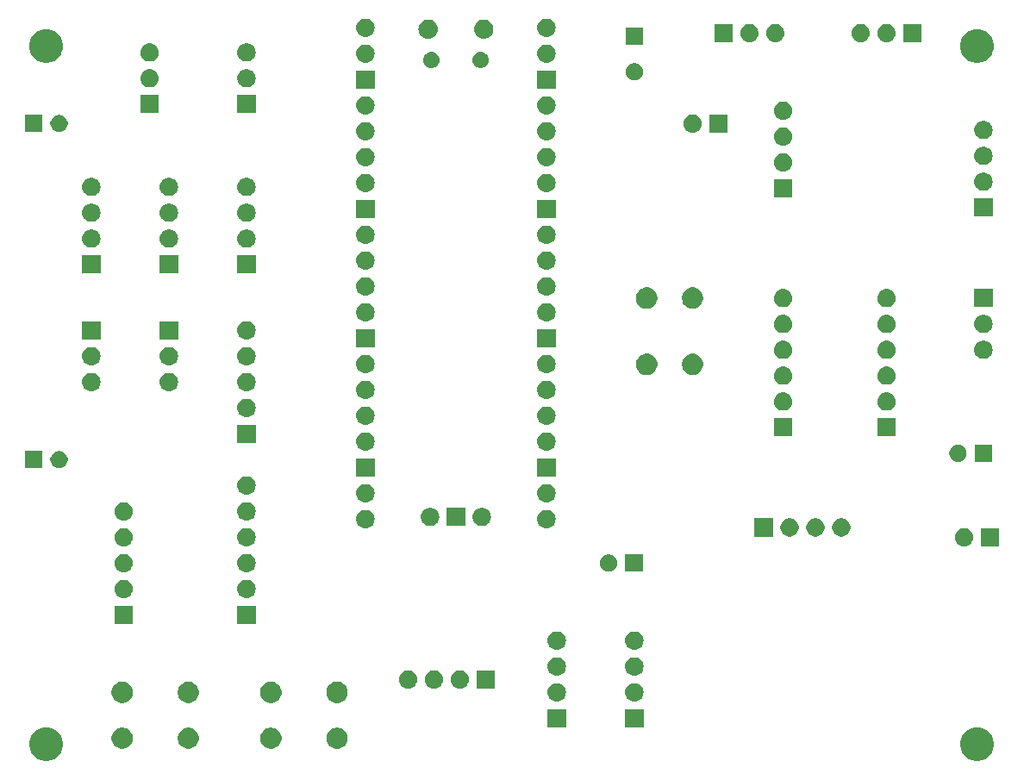
<source format=gbr>
G04 #@! TF.GenerationSoftware,KiCad,Pcbnew,5.0.2+dfsg1-1*
G04 #@! TF.CreationDate,2021-04-02T15:59:18+02:00*
G04 #@! TF.ProjectId,pico-dev,7069636f-2d64-4657-962e-6b696361645f,rev?*
G04 #@! TF.SameCoordinates,Original*
G04 #@! TF.FileFunction,Soldermask,Bot*
G04 #@! TF.FilePolarity,Negative*
%FSLAX46Y46*%
G04 Gerber Fmt 4.6, Leading zero omitted, Abs format (unit mm)*
G04 Created by KiCad (PCBNEW 5.0.2+dfsg1-1) date ven. 02 avril 2021 15:59:18 CEST*
%MOMM*%
%LPD*%
G01*
G04 APERTURE LIST*
%ADD10C,0.100000*%
G04 APERTURE END LIST*
D10*
G36*
X169285256Y-96181298D02*
X169391579Y-96202447D01*
X169692042Y-96326903D01*
X169791913Y-96393635D01*
X169962454Y-96507587D01*
X170192413Y-96737546D01*
X170373098Y-97007960D01*
X170497553Y-97308422D01*
X170561000Y-97627389D01*
X170561000Y-97952611D01*
X170497553Y-98271578D01*
X170373098Y-98572040D01*
X170192413Y-98842454D01*
X169962454Y-99072413D01*
X169962451Y-99072415D01*
X169692042Y-99253097D01*
X169391579Y-99377553D01*
X169285256Y-99398702D01*
X169072611Y-99441000D01*
X168747389Y-99441000D01*
X168534744Y-99398702D01*
X168428421Y-99377553D01*
X168127958Y-99253097D01*
X167857549Y-99072415D01*
X167857546Y-99072413D01*
X167627587Y-98842454D01*
X167446902Y-98572040D01*
X167322447Y-98271578D01*
X167259000Y-97952611D01*
X167259000Y-97627389D01*
X167322447Y-97308422D01*
X167446902Y-97007960D01*
X167627587Y-96737546D01*
X167857546Y-96507587D01*
X168028087Y-96393635D01*
X168127958Y-96326903D01*
X168428421Y-96202447D01*
X168534744Y-96181298D01*
X168747389Y-96139000D01*
X169072611Y-96139000D01*
X169285256Y-96181298D01*
X169285256Y-96181298D01*
G37*
G36*
X77845256Y-96181298D02*
X77951579Y-96202447D01*
X78252042Y-96326903D01*
X78351913Y-96393635D01*
X78522454Y-96507587D01*
X78752413Y-96737546D01*
X78933098Y-97007960D01*
X79057553Y-97308422D01*
X79121000Y-97627389D01*
X79121000Y-97952611D01*
X79057553Y-98271578D01*
X78933098Y-98572040D01*
X78752413Y-98842454D01*
X78522454Y-99072413D01*
X78522451Y-99072415D01*
X78252042Y-99253097D01*
X77951579Y-99377553D01*
X77845256Y-99398702D01*
X77632611Y-99441000D01*
X77307389Y-99441000D01*
X77094744Y-99398702D01*
X76988421Y-99377553D01*
X76687958Y-99253097D01*
X76417549Y-99072415D01*
X76417546Y-99072413D01*
X76187587Y-98842454D01*
X76006902Y-98572040D01*
X75882447Y-98271578D01*
X75819000Y-97952611D01*
X75819000Y-97627389D01*
X75882447Y-97308422D01*
X76006902Y-97007960D01*
X76187587Y-96737546D01*
X76417546Y-96507587D01*
X76588087Y-96393635D01*
X76687958Y-96326903D01*
X76988421Y-96202447D01*
X77094744Y-96181298D01*
X77307389Y-96139000D01*
X77632611Y-96139000D01*
X77845256Y-96181298D01*
X77845256Y-96181298D01*
G37*
G36*
X106351565Y-96199389D02*
X106542834Y-96278615D01*
X106714976Y-96393637D01*
X106861363Y-96540024D01*
X106976385Y-96712166D01*
X107055611Y-96903435D01*
X107096000Y-97106484D01*
X107096000Y-97313516D01*
X107055611Y-97516565D01*
X106976385Y-97707834D01*
X106861363Y-97879976D01*
X106714976Y-98026363D01*
X106542834Y-98141385D01*
X106351565Y-98220611D01*
X106148516Y-98261000D01*
X105941484Y-98261000D01*
X105738435Y-98220611D01*
X105547166Y-98141385D01*
X105375024Y-98026363D01*
X105228637Y-97879976D01*
X105113615Y-97707834D01*
X105034389Y-97516565D01*
X104994000Y-97313516D01*
X104994000Y-97106484D01*
X105034389Y-96903435D01*
X105113615Y-96712166D01*
X105228637Y-96540024D01*
X105375024Y-96393637D01*
X105547166Y-96278615D01*
X105738435Y-96199389D01*
X105941484Y-96159000D01*
X106148516Y-96159000D01*
X106351565Y-96199389D01*
X106351565Y-96199389D01*
G37*
G36*
X99851565Y-96199389D02*
X100042834Y-96278615D01*
X100214976Y-96393637D01*
X100361363Y-96540024D01*
X100476385Y-96712166D01*
X100555611Y-96903435D01*
X100596000Y-97106484D01*
X100596000Y-97313516D01*
X100555611Y-97516565D01*
X100476385Y-97707834D01*
X100361363Y-97879976D01*
X100214976Y-98026363D01*
X100042834Y-98141385D01*
X99851565Y-98220611D01*
X99648516Y-98261000D01*
X99441484Y-98261000D01*
X99238435Y-98220611D01*
X99047166Y-98141385D01*
X98875024Y-98026363D01*
X98728637Y-97879976D01*
X98613615Y-97707834D01*
X98534389Y-97516565D01*
X98494000Y-97313516D01*
X98494000Y-97106484D01*
X98534389Y-96903435D01*
X98613615Y-96712166D01*
X98728637Y-96540024D01*
X98875024Y-96393637D01*
X99047166Y-96278615D01*
X99238435Y-96199389D01*
X99441484Y-96159000D01*
X99648516Y-96159000D01*
X99851565Y-96199389D01*
X99851565Y-96199389D01*
G37*
G36*
X91746565Y-96199389D02*
X91937834Y-96278615D01*
X92109976Y-96393637D01*
X92256363Y-96540024D01*
X92371385Y-96712166D01*
X92450611Y-96903435D01*
X92491000Y-97106484D01*
X92491000Y-97313516D01*
X92450611Y-97516565D01*
X92371385Y-97707834D01*
X92256363Y-97879976D01*
X92109976Y-98026363D01*
X91937834Y-98141385D01*
X91746565Y-98220611D01*
X91543516Y-98261000D01*
X91336484Y-98261000D01*
X91133435Y-98220611D01*
X90942166Y-98141385D01*
X90770024Y-98026363D01*
X90623637Y-97879976D01*
X90508615Y-97707834D01*
X90429389Y-97516565D01*
X90389000Y-97313516D01*
X90389000Y-97106484D01*
X90429389Y-96903435D01*
X90508615Y-96712166D01*
X90623637Y-96540024D01*
X90770024Y-96393637D01*
X90942166Y-96278615D01*
X91133435Y-96199389D01*
X91336484Y-96159000D01*
X91543516Y-96159000D01*
X91746565Y-96199389D01*
X91746565Y-96199389D01*
G37*
G36*
X85246565Y-96199389D02*
X85437834Y-96278615D01*
X85609976Y-96393637D01*
X85756363Y-96540024D01*
X85871385Y-96712166D01*
X85950611Y-96903435D01*
X85991000Y-97106484D01*
X85991000Y-97313516D01*
X85950611Y-97516565D01*
X85871385Y-97707834D01*
X85756363Y-97879976D01*
X85609976Y-98026363D01*
X85437834Y-98141385D01*
X85246565Y-98220611D01*
X85043516Y-98261000D01*
X84836484Y-98261000D01*
X84633435Y-98220611D01*
X84442166Y-98141385D01*
X84270024Y-98026363D01*
X84123637Y-97879976D01*
X84008615Y-97707834D01*
X83929389Y-97516565D01*
X83889000Y-97313516D01*
X83889000Y-97106484D01*
X83929389Y-96903435D01*
X84008615Y-96712166D01*
X84123637Y-96540024D01*
X84270024Y-96393637D01*
X84442166Y-96278615D01*
X84633435Y-96199389D01*
X84836484Y-96159000D01*
X85043516Y-96159000D01*
X85246565Y-96199389D01*
X85246565Y-96199389D01*
G37*
G36*
X128536000Y-96151000D02*
X126734000Y-96151000D01*
X126734000Y-94349000D01*
X128536000Y-94349000D01*
X128536000Y-96151000D01*
X128536000Y-96151000D01*
G37*
G36*
X136156000Y-96151000D02*
X134354000Y-96151000D01*
X134354000Y-94349000D01*
X136156000Y-94349000D01*
X136156000Y-96151000D01*
X136156000Y-96151000D01*
G37*
G36*
X91746565Y-91699389D02*
X91937834Y-91778615D01*
X92109976Y-91893637D01*
X92256363Y-92040024D01*
X92371385Y-92212166D01*
X92450611Y-92403435D01*
X92491000Y-92606484D01*
X92491000Y-92813516D01*
X92450611Y-93016565D01*
X92371385Y-93207834D01*
X92256363Y-93379976D01*
X92109976Y-93526363D01*
X91937834Y-93641385D01*
X91746565Y-93720611D01*
X91543516Y-93761000D01*
X91336484Y-93761000D01*
X91133435Y-93720611D01*
X90942166Y-93641385D01*
X90770024Y-93526363D01*
X90623637Y-93379976D01*
X90508615Y-93207834D01*
X90429389Y-93016565D01*
X90389000Y-92813516D01*
X90389000Y-92606484D01*
X90429389Y-92403435D01*
X90508615Y-92212166D01*
X90623637Y-92040024D01*
X90770024Y-91893637D01*
X90942166Y-91778615D01*
X91133435Y-91699389D01*
X91336484Y-91659000D01*
X91543516Y-91659000D01*
X91746565Y-91699389D01*
X91746565Y-91699389D01*
G37*
G36*
X85246565Y-91699389D02*
X85437834Y-91778615D01*
X85609976Y-91893637D01*
X85756363Y-92040024D01*
X85871385Y-92212166D01*
X85950611Y-92403435D01*
X85991000Y-92606484D01*
X85991000Y-92813516D01*
X85950611Y-93016565D01*
X85871385Y-93207834D01*
X85756363Y-93379976D01*
X85609976Y-93526363D01*
X85437834Y-93641385D01*
X85246565Y-93720611D01*
X85043516Y-93761000D01*
X84836484Y-93761000D01*
X84633435Y-93720611D01*
X84442166Y-93641385D01*
X84270024Y-93526363D01*
X84123637Y-93379976D01*
X84008615Y-93207834D01*
X83929389Y-93016565D01*
X83889000Y-92813516D01*
X83889000Y-92606484D01*
X83929389Y-92403435D01*
X84008615Y-92212166D01*
X84123637Y-92040024D01*
X84270024Y-91893637D01*
X84442166Y-91778615D01*
X84633435Y-91699389D01*
X84836484Y-91659000D01*
X85043516Y-91659000D01*
X85246565Y-91699389D01*
X85246565Y-91699389D01*
G37*
G36*
X106351565Y-91699389D02*
X106542834Y-91778615D01*
X106714976Y-91893637D01*
X106861363Y-92040024D01*
X106976385Y-92212166D01*
X107055611Y-92403435D01*
X107096000Y-92606484D01*
X107096000Y-92813516D01*
X107055611Y-93016565D01*
X106976385Y-93207834D01*
X106861363Y-93379976D01*
X106714976Y-93526363D01*
X106542834Y-93641385D01*
X106351565Y-93720611D01*
X106148516Y-93761000D01*
X105941484Y-93761000D01*
X105738435Y-93720611D01*
X105547166Y-93641385D01*
X105375024Y-93526363D01*
X105228637Y-93379976D01*
X105113615Y-93207834D01*
X105034389Y-93016565D01*
X104994000Y-92813516D01*
X104994000Y-92606484D01*
X105034389Y-92403435D01*
X105113615Y-92212166D01*
X105228637Y-92040024D01*
X105375024Y-91893637D01*
X105547166Y-91778615D01*
X105738435Y-91699389D01*
X105941484Y-91659000D01*
X106148516Y-91659000D01*
X106351565Y-91699389D01*
X106351565Y-91699389D01*
G37*
G36*
X99851565Y-91699389D02*
X100042834Y-91778615D01*
X100214976Y-91893637D01*
X100361363Y-92040024D01*
X100476385Y-92212166D01*
X100555611Y-92403435D01*
X100596000Y-92606484D01*
X100596000Y-92813516D01*
X100555611Y-93016565D01*
X100476385Y-93207834D01*
X100361363Y-93379976D01*
X100214976Y-93526363D01*
X100042834Y-93641385D01*
X99851565Y-93720611D01*
X99648516Y-93761000D01*
X99441484Y-93761000D01*
X99238435Y-93720611D01*
X99047166Y-93641385D01*
X98875024Y-93526363D01*
X98728637Y-93379976D01*
X98613615Y-93207834D01*
X98534389Y-93016565D01*
X98494000Y-92813516D01*
X98494000Y-92606484D01*
X98534389Y-92403435D01*
X98613615Y-92212166D01*
X98728637Y-92040024D01*
X98875024Y-91893637D01*
X99047166Y-91778615D01*
X99238435Y-91699389D01*
X99441484Y-91659000D01*
X99648516Y-91659000D01*
X99851565Y-91699389D01*
X99851565Y-91699389D01*
G37*
G36*
X127745442Y-91815518D02*
X127811627Y-91822037D01*
X127924853Y-91856384D01*
X127981467Y-91873557D01*
X128019033Y-91893637D01*
X128137991Y-91957222D01*
X128173729Y-91986552D01*
X128275186Y-92069814D01*
X128358448Y-92171271D01*
X128387778Y-92207009D01*
X128387779Y-92207011D01*
X128471443Y-92363533D01*
X128471443Y-92363534D01*
X128522963Y-92533373D01*
X128540359Y-92710000D01*
X128522963Y-92886627D01*
X128488616Y-92999853D01*
X128471443Y-93056467D01*
X128397348Y-93195087D01*
X128387778Y-93212991D01*
X128358448Y-93248729D01*
X128275186Y-93350186D01*
X128173729Y-93433448D01*
X128137991Y-93462778D01*
X128137989Y-93462779D01*
X127981467Y-93546443D01*
X127924853Y-93563616D01*
X127811627Y-93597963D01*
X127745442Y-93604482D01*
X127679260Y-93611000D01*
X127590740Y-93611000D01*
X127524557Y-93604481D01*
X127458373Y-93597963D01*
X127345147Y-93563616D01*
X127288533Y-93546443D01*
X127132011Y-93462779D01*
X127132009Y-93462778D01*
X127096271Y-93433448D01*
X126994814Y-93350186D01*
X126911552Y-93248729D01*
X126882222Y-93212991D01*
X126872652Y-93195087D01*
X126798557Y-93056467D01*
X126781384Y-92999853D01*
X126747037Y-92886627D01*
X126729641Y-92710000D01*
X126747037Y-92533373D01*
X126798557Y-92363534D01*
X126798557Y-92363533D01*
X126882221Y-92207011D01*
X126882222Y-92207009D01*
X126911552Y-92171271D01*
X126994814Y-92069814D01*
X127096271Y-91986552D01*
X127132009Y-91957222D01*
X127250967Y-91893637D01*
X127288533Y-91873557D01*
X127345147Y-91856384D01*
X127458373Y-91822037D01*
X127524558Y-91815518D01*
X127590740Y-91809000D01*
X127679260Y-91809000D01*
X127745442Y-91815518D01*
X127745442Y-91815518D01*
G37*
G36*
X135365442Y-91815518D02*
X135431627Y-91822037D01*
X135544853Y-91856384D01*
X135601467Y-91873557D01*
X135639033Y-91893637D01*
X135757991Y-91957222D01*
X135793729Y-91986552D01*
X135895186Y-92069814D01*
X135978448Y-92171271D01*
X136007778Y-92207009D01*
X136007779Y-92207011D01*
X136091443Y-92363533D01*
X136091443Y-92363534D01*
X136142963Y-92533373D01*
X136160359Y-92710000D01*
X136142963Y-92886627D01*
X136108616Y-92999853D01*
X136091443Y-93056467D01*
X136017348Y-93195087D01*
X136007778Y-93212991D01*
X135978448Y-93248729D01*
X135895186Y-93350186D01*
X135793729Y-93433448D01*
X135757991Y-93462778D01*
X135757989Y-93462779D01*
X135601467Y-93546443D01*
X135544853Y-93563616D01*
X135431627Y-93597963D01*
X135365442Y-93604482D01*
X135299260Y-93611000D01*
X135210740Y-93611000D01*
X135144557Y-93604481D01*
X135078373Y-93597963D01*
X134965147Y-93563616D01*
X134908533Y-93546443D01*
X134752011Y-93462779D01*
X134752009Y-93462778D01*
X134716271Y-93433448D01*
X134614814Y-93350186D01*
X134531552Y-93248729D01*
X134502222Y-93212991D01*
X134492652Y-93195087D01*
X134418557Y-93056467D01*
X134401384Y-92999853D01*
X134367037Y-92886627D01*
X134349641Y-92710000D01*
X134367037Y-92533373D01*
X134418557Y-92363534D01*
X134418557Y-92363533D01*
X134502221Y-92207011D01*
X134502222Y-92207009D01*
X134531552Y-92171271D01*
X134614814Y-92069814D01*
X134716271Y-91986552D01*
X134752009Y-91957222D01*
X134870967Y-91893637D01*
X134908533Y-91873557D01*
X134965147Y-91856384D01*
X135078373Y-91822037D01*
X135144558Y-91815518D01*
X135210740Y-91809000D01*
X135299260Y-91809000D01*
X135365442Y-91815518D01*
X135365442Y-91815518D01*
G37*
G36*
X113140443Y-90545519D02*
X113206627Y-90552037D01*
X113319853Y-90586384D01*
X113376467Y-90603557D01*
X113506363Y-90672989D01*
X113532991Y-90687222D01*
X113568729Y-90716552D01*
X113670186Y-90799814D01*
X113753448Y-90901271D01*
X113782778Y-90937009D01*
X113782779Y-90937011D01*
X113866443Y-91093533D01*
X113866443Y-91093534D01*
X113917963Y-91263373D01*
X113935359Y-91440000D01*
X113917963Y-91616627D01*
X113905109Y-91659000D01*
X113866443Y-91786467D01*
X113792348Y-91925087D01*
X113782778Y-91942991D01*
X113753448Y-91978729D01*
X113670186Y-92080186D01*
X113568729Y-92163448D01*
X113532991Y-92192778D01*
X113532989Y-92192779D01*
X113376467Y-92276443D01*
X113319853Y-92293616D01*
X113206627Y-92327963D01*
X113140443Y-92334481D01*
X113074260Y-92341000D01*
X112985740Y-92341000D01*
X112919557Y-92334481D01*
X112853373Y-92327963D01*
X112740147Y-92293616D01*
X112683533Y-92276443D01*
X112527011Y-92192779D01*
X112527009Y-92192778D01*
X112491271Y-92163448D01*
X112389814Y-92080186D01*
X112306552Y-91978729D01*
X112277222Y-91942991D01*
X112267652Y-91925087D01*
X112193557Y-91786467D01*
X112154891Y-91659000D01*
X112142037Y-91616627D01*
X112124641Y-91440000D01*
X112142037Y-91263373D01*
X112193557Y-91093534D01*
X112193557Y-91093533D01*
X112277221Y-90937011D01*
X112277222Y-90937009D01*
X112306552Y-90901271D01*
X112389814Y-90799814D01*
X112491271Y-90716552D01*
X112527009Y-90687222D01*
X112553637Y-90672989D01*
X112683533Y-90603557D01*
X112740147Y-90586384D01*
X112853373Y-90552037D01*
X112919557Y-90545519D01*
X112985740Y-90539000D01*
X113074260Y-90539000D01*
X113140443Y-90545519D01*
X113140443Y-90545519D01*
G37*
G36*
X121551000Y-92341000D02*
X119749000Y-92341000D01*
X119749000Y-90539000D01*
X121551000Y-90539000D01*
X121551000Y-92341000D01*
X121551000Y-92341000D01*
G37*
G36*
X118220443Y-90545519D02*
X118286627Y-90552037D01*
X118399853Y-90586384D01*
X118456467Y-90603557D01*
X118586363Y-90672989D01*
X118612991Y-90687222D01*
X118648729Y-90716552D01*
X118750186Y-90799814D01*
X118833448Y-90901271D01*
X118862778Y-90937009D01*
X118862779Y-90937011D01*
X118946443Y-91093533D01*
X118946443Y-91093534D01*
X118997963Y-91263373D01*
X119015359Y-91440000D01*
X118997963Y-91616627D01*
X118985109Y-91659000D01*
X118946443Y-91786467D01*
X118872348Y-91925087D01*
X118862778Y-91942991D01*
X118833448Y-91978729D01*
X118750186Y-92080186D01*
X118648729Y-92163448D01*
X118612991Y-92192778D01*
X118612989Y-92192779D01*
X118456467Y-92276443D01*
X118399853Y-92293616D01*
X118286627Y-92327963D01*
X118220443Y-92334481D01*
X118154260Y-92341000D01*
X118065740Y-92341000D01*
X117999557Y-92334481D01*
X117933373Y-92327963D01*
X117820147Y-92293616D01*
X117763533Y-92276443D01*
X117607011Y-92192779D01*
X117607009Y-92192778D01*
X117571271Y-92163448D01*
X117469814Y-92080186D01*
X117386552Y-91978729D01*
X117357222Y-91942991D01*
X117347652Y-91925087D01*
X117273557Y-91786467D01*
X117234891Y-91659000D01*
X117222037Y-91616627D01*
X117204641Y-91440000D01*
X117222037Y-91263373D01*
X117273557Y-91093534D01*
X117273557Y-91093533D01*
X117357221Y-90937011D01*
X117357222Y-90937009D01*
X117386552Y-90901271D01*
X117469814Y-90799814D01*
X117571271Y-90716552D01*
X117607009Y-90687222D01*
X117633637Y-90672989D01*
X117763533Y-90603557D01*
X117820147Y-90586384D01*
X117933373Y-90552037D01*
X117999557Y-90545519D01*
X118065740Y-90539000D01*
X118154260Y-90539000D01*
X118220443Y-90545519D01*
X118220443Y-90545519D01*
G37*
G36*
X115680443Y-90545519D02*
X115746627Y-90552037D01*
X115859853Y-90586384D01*
X115916467Y-90603557D01*
X116046363Y-90672989D01*
X116072991Y-90687222D01*
X116108729Y-90716552D01*
X116210186Y-90799814D01*
X116293448Y-90901271D01*
X116322778Y-90937009D01*
X116322779Y-90937011D01*
X116406443Y-91093533D01*
X116406443Y-91093534D01*
X116457963Y-91263373D01*
X116475359Y-91440000D01*
X116457963Y-91616627D01*
X116445109Y-91659000D01*
X116406443Y-91786467D01*
X116332348Y-91925087D01*
X116322778Y-91942991D01*
X116293448Y-91978729D01*
X116210186Y-92080186D01*
X116108729Y-92163448D01*
X116072991Y-92192778D01*
X116072989Y-92192779D01*
X115916467Y-92276443D01*
X115859853Y-92293616D01*
X115746627Y-92327963D01*
X115680443Y-92334481D01*
X115614260Y-92341000D01*
X115525740Y-92341000D01*
X115459557Y-92334481D01*
X115393373Y-92327963D01*
X115280147Y-92293616D01*
X115223533Y-92276443D01*
X115067011Y-92192779D01*
X115067009Y-92192778D01*
X115031271Y-92163448D01*
X114929814Y-92080186D01*
X114846552Y-91978729D01*
X114817222Y-91942991D01*
X114807652Y-91925087D01*
X114733557Y-91786467D01*
X114694891Y-91659000D01*
X114682037Y-91616627D01*
X114664641Y-91440000D01*
X114682037Y-91263373D01*
X114733557Y-91093534D01*
X114733557Y-91093533D01*
X114817221Y-90937011D01*
X114817222Y-90937009D01*
X114846552Y-90901271D01*
X114929814Y-90799814D01*
X115031271Y-90716552D01*
X115067009Y-90687222D01*
X115093637Y-90672989D01*
X115223533Y-90603557D01*
X115280147Y-90586384D01*
X115393373Y-90552037D01*
X115459557Y-90545519D01*
X115525740Y-90539000D01*
X115614260Y-90539000D01*
X115680443Y-90545519D01*
X115680443Y-90545519D01*
G37*
G36*
X127745443Y-89275519D02*
X127811627Y-89282037D01*
X127924853Y-89316384D01*
X127981467Y-89333557D01*
X128120087Y-89407652D01*
X128137991Y-89417222D01*
X128173729Y-89446552D01*
X128275186Y-89529814D01*
X128358448Y-89631271D01*
X128387778Y-89667009D01*
X128387779Y-89667011D01*
X128471443Y-89823533D01*
X128471443Y-89823534D01*
X128522963Y-89993373D01*
X128540359Y-90170000D01*
X128522963Y-90346627D01*
X128488616Y-90459853D01*
X128471443Y-90516467D01*
X128452430Y-90552037D01*
X128387778Y-90672991D01*
X128358448Y-90708729D01*
X128275186Y-90810186D01*
X128173729Y-90893448D01*
X128137991Y-90922778D01*
X128137989Y-90922779D01*
X127981467Y-91006443D01*
X127924853Y-91023616D01*
X127811627Y-91057963D01*
X127745442Y-91064482D01*
X127679260Y-91071000D01*
X127590740Y-91071000D01*
X127524558Y-91064482D01*
X127458373Y-91057963D01*
X127345147Y-91023616D01*
X127288533Y-91006443D01*
X127132011Y-90922779D01*
X127132009Y-90922778D01*
X127096271Y-90893448D01*
X126994814Y-90810186D01*
X126911552Y-90708729D01*
X126882222Y-90672991D01*
X126817570Y-90552037D01*
X126798557Y-90516467D01*
X126781384Y-90459853D01*
X126747037Y-90346627D01*
X126729641Y-90170000D01*
X126747037Y-89993373D01*
X126798557Y-89823534D01*
X126798557Y-89823533D01*
X126882221Y-89667011D01*
X126882222Y-89667009D01*
X126911552Y-89631271D01*
X126994814Y-89529814D01*
X127096271Y-89446552D01*
X127132009Y-89417222D01*
X127149913Y-89407652D01*
X127288533Y-89333557D01*
X127345147Y-89316384D01*
X127458373Y-89282037D01*
X127524557Y-89275519D01*
X127590740Y-89269000D01*
X127679260Y-89269000D01*
X127745443Y-89275519D01*
X127745443Y-89275519D01*
G37*
G36*
X135365443Y-89275519D02*
X135431627Y-89282037D01*
X135544853Y-89316384D01*
X135601467Y-89333557D01*
X135740087Y-89407652D01*
X135757991Y-89417222D01*
X135793729Y-89446552D01*
X135895186Y-89529814D01*
X135978448Y-89631271D01*
X136007778Y-89667009D01*
X136007779Y-89667011D01*
X136091443Y-89823533D01*
X136091443Y-89823534D01*
X136142963Y-89993373D01*
X136160359Y-90170000D01*
X136142963Y-90346627D01*
X136108616Y-90459853D01*
X136091443Y-90516467D01*
X136072430Y-90552037D01*
X136007778Y-90672991D01*
X135978448Y-90708729D01*
X135895186Y-90810186D01*
X135793729Y-90893448D01*
X135757991Y-90922778D01*
X135757989Y-90922779D01*
X135601467Y-91006443D01*
X135544853Y-91023616D01*
X135431627Y-91057963D01*
X135365442Y-91064482D01*
X135299260Y-91071000D01*
X135210740Y-91071000D01*
X135144558Y-91064482D01*
X135078373Y-91057963D01*
X134965147Y-91023616D01*
X134908533Y-91006443D01*
X134752011Y-90922779D01*
X134752009Y-90922778D01*
X134716271Y-90893448D01*
X134614814Y-90810186D01*
X134531552Y-90708729D01*
X134502222Y-90672991D01*
X134437570Y-90552037D01*
X134418557Y-90516467D01*
X134401384Y-90459853D01*
X134367037Y-90346627D01*
X134349641Y-90170000D01*
X134367037Y-89993373D01*
X134418557Y-89823534D01*
X134418557Y-89823533D01*
X134502221Y-89667011D01*
X134502222Y-89667009D01*
X134531552Y-89631271D01*
X134614814Y-89529814D01*
X134716271Y-89446552D01*
X134752009Y-89417222D01*
X134769913Y-89407652D01*
X134908533Y-89333557D01*
X134965147Y-89316384D01*
X135078373Y-89282037D01*
X135144557Y-89275519D01*
X135210740Y-89269000D01*
X135299260Y-89269000D01*
X135365443Y-89275519D01*
X135365443Y-89275519D01*
G37*
G36*
X135365442Y-86735518D02*
X135431627Y-86742037D01*
X135544853Y-86776384D01*
X135601467Y-86793557D01*
X135740087Y-86867652D01*
X135757991Y-86877222D01*
X135793729Y-86906552D01*
X135895186Y-86989814D01*
X135978448Y-87091271D01*
X136007778Y-87127009D01*
X136007779Y-87127011D01*
X136091443Y-87283533D01*
X136091443Y-87283534D01*
X136142963Y-87453373D01*
X136160359Y-87630000D01*
X136142963Y-87806627D01*
X136108616Y-87919853D01*
X136091443Y-87976467D01*
X136017348Y-88115087D01*
X136007778Y-88132991D01*
X135978448Y-88168729D01*
X135895186Y-88270186D01*
X135793729Y-88353448D01*
X135757991Y-88382778D01*
X135757989Y-88382779D01*
X135601467Y-88466443D01*
X135544853Y-88483616D01*
X135431627Y-88517963D01*
X135365442Y-88524482D01*
X135299260Y-88531000D01*
X135210740Y-88531000D01*
X135144558Y-88524482D01*
X135078373Y-88517963D01*
X134965147Y-88483616D01*
X134908533Y-88466443D01*
X134752011Y-88382779D01*
X134752009Y-88382778D01*
X134716271Y-88353448D01*
X134614814Y-88270186D01*
X134531552Y-88168729D01*
X134502222Y-88132991D01*
X134492652Y-88115087D01*
X134418557Y-87976467D01*
X134401384Y-87919853D01*
X134367037Y-87806627D01*
X134349641Y-87630000D01*
X134367037Y-87453373D01*
X134418557Y-87283534D01*
X134418557Y-87283533D01*
X134502221Y-87127011D01*
X134502222Y-87127009D01*
X134531552Y-87091271D01*
X134614814Y-86989814D01*
X134716271Y-86906552D01*
X134752009Y-86877222D01*
X134769913Y-86867652D01*
X134908533Y-86793557D01*
X134965147Y-86776384D01*
X135078373Y-86742037D01*
X135144558Y-86735518D01*
X135210740Y-86729000D01*
X135299260Y-86729000D01*
X135365442Y-86735518D01*
X135365442Y-86735518D01*
G37*
G36*
X127745442Y-86735518D02*
X127811627Y-86742037D01*
X127924853Y-86776384D01*
X127981467Y-86793557D01*
X128120087Y-86867652D01*
X128137991Y-86877222D01*
X128173729Y-86906552D01*
X128275186Y-86989814D01*
X128358448Y-87091271D01*
X128387778Y-87127009D01*
X128387779Y-87127011D01*
X128471443Y-87283533D01*
X128471443Y-87283534D01*
X128522963Y-87453373D01*
X128540359Y-87630000D01*
X128522963Y-87806627D01*
X128488616Y-87919853D01*
X128471443Y-87976467D01*
X128397348Y-88115087D01*
X128387778Y-88132991D01*
X128358448Y-88168729D01*
X128275186Y-88270186D01*
X128173729Y-88353448D01*
X128137991Y-88382778D01*
X128137989Y-88382779D01*
X127981467Y-88466443D01*
X127924853Y-88483616D01*
X127811627Y-88517963D01*
X127745442Y-88524482D01*
X127679260Y-88531000D01*
X127590740Y-88531000D01*
X127524558Y-88524482D01*
X127458373Y-88517963D01*
X127345147Y-88483616D01*
X127288533Y-88466443D01*
X127132011Y-88382779D01*
X127132009Y-88382778D01*
X127096271Y-88353448D01*
X126994814Y-88270186D01*
X126911552Y-88168729D01*
X126882222Y-88132991D01*
X126872652Y-88115087D01*
X126798557Y-87976467D01*
X126781384Y-87919853D01*
X126747037Y-87806627D01*
X126729641Y-87630000D01*
X126747037Y-87453373D01*
X126798557Y-87283534D01*
X126798557Y-87283533D01*
X126882221Y-87127011D01*
X126882222Y-87127009D01*
X126911552Y-87091271D01*
X126994814Y-86989814D01*
X127096271Y-86906552D01*
X127132009Y-86877222D01*
X127149913Y-86867652D01*
X127288533Y-86793557D01*
X127345147Y-86776384D01*
X127458373Y-86742037D01*
X127524558Y-86735518D01*
X127590740Y-86729000D01*
X127679260Y-86729000D01*
X127745442Y-86735518D01*
X127745442Y-86735518D01*
G37*
G36*
X98056000Y-85991000D02*
X96254000Y-85991000D01*
X96254000Y-84189000D01*
X98056000Y-84189000D01*
X98056000Y-85991000D01*
X98056000Y-85991000D01*
G37*
G36*
X85991000Y-85991000D02*
X84189000Y-85991000D01*
X84189000Y-84189000D01*
X85991000Y-84189000D01*
X85991000Y-85991000D01*
X85991000Y-85991000D01*
G37*
G36*
X85200443Y-81655519D02*
X85266627Y-81662037D01*
X85379853Y-81696384D01*
X85436467Y-81713557D01*
X85575087Y-81787652D01*
X85592991Y-81797222D01*
X85628729Y-81826552D01*
X85730186Y-81909814D01*
X85813448Y-82011271D01*
X85842778Y-82047009D01*
X85842779Y-82047011D01*
X85926443Y-82203533D01*
X85926443Y-82203534D01*
X85977963Y-82373373D01*
X85995359Y-82550000D01*
X85977963Y-82726627D01*
X85943616Y-82839853D01*
X85926443Y-82896467D01*
X85852348Y-83035087D01*
X85842778Y-83052991D01*
X85813448Y-83088729D01*
X85730186Y-83190186D01*
X85628729Y-83273448D01*
X85592991Y-83302778D01*
X85592989Y-83302779D01*
X85436467Y-83386443D01*
X85379853Y-83403616D01*
X85266627Y-83437963D01*
X85200443Y-83444481D01*
X85134260Y-83451000D01*
X85045740Y-83451000D01*
X84979557Y-83444481D01*
X84913373Y-83437963D01*
X84800147Y-83403616D01*
X84743533Y-83386443D01*
X84587011Y-83302779D01*
X84587009Y-83302778D01*
X84551271Y-83273448D01*
X84449814Y-83190186D01*
X84366552Y-83088729D01*
X84337222Y-83052991D01*
X84327652Y-83035087D01*
X84253557Y-82896467D01*
X84236384Y-82839853D01*
X84202037Y-82726627D01*
X84184641Y-82550000D01*
X84202037Y-82373373D01*
X84253557Y-82203534D01*
X84253557Y-82203533D01*
X84337221Y-82047011D01*
X84337222Y-82047009D01*
X84366552Y-82011271D01*
X84449814Y-81909814D01*
X84551271Y-81826552D01*
X84587009Y-81797222D01*
X84604913Y-81787652D01*
X84743533Y-81713557D01*
X84800147Y-81696384D01*
X84913373Y-81662037D01*
X84979557Y-81655519D01*
X85045740Y-81649000D01*
X85134260Y-81649000D01*
X85200443Y-81655519D01*
X85200443Y-81655519D01*
G37*
G36*
X97265443Y-81655519D02*
X97331627Y-81662037D01*
X97444853Y-81696384D01*
X97501467Y-81713557D01*
X97640087Y-81787652D01*
X97657991Y-81797222D01*
X97693729Y-81826552D01*
X97795186Y-81909814D01*
X97878448Y-82011271D01*
X97907778Y-82047009D01*
X97907779Y-82047011D01*
X97991443Y-82203533D01*
X97991443Y-82203534D01*
X98042963Y-82373373D01*
X98060359Y-82550000D01*
X98042963Y-82726627D01*
X98008616Y-82839853D01*
X97991443Y-82896467D01*
X97917348Y-83035087D01*
X97907778Y-83052991D01*
X97878448Y-83088729D01*
X97795186Y-83190186D01*
X97693729Y-83273448D01*
X97657991Y-83302778D01*
X97657989Y-83302779D01*
X97501467Y-83386443D01*
X97444853Y-83403616D01*
X97331627Y-83437963D01*
X97265443Y-83444481D01*
X97199260Y-83451000D01*
X97110740Y-83451000D01*
X97044557Y-83444481D01*
X96978373Y-83437963D01*
X96865147Y-83403616D01*
X96808533Y-83386443D01*
X96652011Y-83302779D01*
X96652009Y-83302778D01*
X96616271Y-83273448D01*
X96514814Y-83190186D01*
X96431552Y-83088729D01*
X96402222Y-83052991D01*
X96392652Y-83035087D01*
X96318557Y-82896467D01*
X96301384Y-82839853D01*
X96267037Y-82726627D01*
X96249641Y-82550000D01*
X96267037Y-82373373D01*
X96318557Y-82203534D01*
X96318557Y-82203533D01*
X96402221Y-82047011D01*
X96402222Y-82047009D01*
X96431552Y-82011271D01*
X96514814Y-81909814D01*
X96616271Y-81826552D01*
X96652009Y-81797222D01*
X96669913Y-81787652D01*
X96808533Y-81713557D01*
X96865147Y-81696384D01*
X96978373Y-81662037D01*
X97044557Y-81655519D01*
X97110740Y-81649000D01*
X97199260Y-81649000D01*
X97265443Y-81655519D01*
X97265443Y-81655519D01*
G37*
G36*
X97265443Y-79115519D02*
X97331627Y-79122037D01*
X97444853Y-79156384D01*
X97501467Y-79173557D01*
X97640087Y-79247652D01*
X97657991Y-79257222D01*
X97693729Y-79286552D01*
X97795186Y-79369814D01*
X97875369Y-79467519D01*
X97907778Y-79507009D01*
X97907779Y-79507011D01*
X97991443Y-79663533D01*
X97991443Y-79663534D01*
X98042963Y-79833373D01*
X98060359Y-80010000D01*
X98042963Y-80186627D01*
X98021243Y-80258228D01*
X97991443Y-80356467D01*
X97917348Y-80495087D01*
X97907778Y-80512991D01*
X97878448Y-80548729D01*
X97795186Y-80650186D01*
X97693729Y-80733448D01*
X97657991Y-80762778D01*
X97657989Y-80762779D01*
X97501467Y-80846443D01*
X97453478Y-80861000D01*
X97331627Y-80897963D01*
X97265442Y-80904482D01*
X97199260Y-80911000D01*
X97110740Y-80911000D01*
X97044558Y-80904482D01*
X96978373Y-80897963D01*
X96856522Y-80861000D01*
X96808533Y-80846443D01*
X96652011Y-80762779D01*
X96652009Y-80762778D01*
X96616271Y-80733448D01*
X96514814Y-80650186D01*
X96431552Y-80548729D01*
X96402222Y-80512991D01*
X96392652Y-80495087D01*
X96318557Y-80356467D01*
X96288757Y-80258228D01*
X96267037Y-80186627D01*
X96249641Y-80010000D01*
X96267037Y-79833373D01*
X96318557Y-79663534D01*
X96318557Y-79663533D01*
X96402221Y-79507011D01*
X96402222Y-79507009D01*
X96434631Y-79467519D01*
X96514814Y-79369814D01*
X96616271Y-79286552D01*
X96652009Y-79257222D01*
X96669913Y-79247652D01*
X96808533Y-79173557D01*
X96865147Y-79156384D01*
X96978373Y-79122037D01*
X97044557Y-79115519D01*
X97110740Y-79109000D01*
X97199260Y-79109000D01*
X97265443Y-79115519D01*
X97265443Y-79115519D01*
G37*
G36*
X85200443Y-79115519D02*
X85266627Y-79122037D01*
X85379853Y-79156384D01*
X85436467Y-79173557D01*
X85575087Y-79247652D01*
X85592991Y-79257222D01*
X85628729Y-79286552D01*
X85730186Y-79369814D01*
X85810369Y-79467519D01*
X85842778Y-79507009D01*
X85842779Y-79507011D01*
X85926443Y-79663533D01*
X85926443Y-79663534D01*
X85977963Y-79833373D01*
X85995359Y-80010000D01*
X85977963Y-80186627D01*
X85956243Y-80258228D01*
X85926443Y-80356467D01*
X85852348Y-80495087D01*
X85842778Y-80512991D01*
X85813448Y-80548729D01*
X85730186Y-80650186D01*
X85628729Y-80733448D01*
X85592991Y-80762778D01*
X85592989Y-80762779D01*
X85436467Y-80846443D01*
X85388478Y-80861000D01*
X85266627Y-80897963D01*
X85200442Y-80904482D01*
X85134260Y-80911000D01*
X85045740Y-80911000D01*
X84979558Y-80904482D01*
X84913373Y-80897963D01*
X84791522Y-80861000D01*
X84743533Y-80846443D01*
X84587011Y-80762779D01*
X84587009Y-80762778D01*
X84551271Y-80733448D01*
X84449814Y-80650186D01*
X84366552Y-80548729D01*
X84337222Y-80512991D01*
X84327652Y-80495087D01*
X84253557Y-80356467D01*
X84223757Y-80258228D01*
X84202037Y-80186627D01*
X84184641Y-80010000D01*
X84202037Y-79833373D01*
X84253557Y-79663534D01*
X84253557Y-79663533D01*
X84337221Y-79507011D01*
X84337222Y-79507009D01*
X84369631Y-79467519D01*
X84449814Y-79369814D01*
X84551271Y-79286552D01*
X84587009Y-79257222D01*
X84604913Y-79247652D01*
X84743533Y-79173557D01*
X84800147Y-79156384D01*
X84913373Y-79122037D01*
X84979557Y-79115519D01*
X85045740Y-79109000D01*
X85134260Y-79109000D01*
X85200443Y-79115519D01*
X85200443Y-79115519D01*
G37*
G36*
X136066000Y-80861000D02*
X134364000Y-80861000D01*
X134364000Y-79159000D01*
X136066000Y-79159000D01*
X136066000Y-80861000D01*
X136066000Y-80861000D01*
G37*
G36*
X132963228Y-79191703D02*
X133118100Y-79255853D01*
X133257481Y-79348985D01*
X133376015Y-79467519D01*
X133469147Y-79606900D01*
X133533297Y-79761772D01*
X133566000Y-79926184D01*
X133566000Y-80093816D01*
X133533297Y-80258228D01*
X133469147Y-80413100D01*
X133376015Y-80552481D01*
X133257481Y-80671015D01*
X133118100Y-80764147D01*
X132963228Y-80828297D01*
X132798816Y-80861000D01*
X132631184Y-80861000D01*
X132466772Y-80828297D01*
X132311900Y-80764147D01*
X132172519Y-80671015D01*
X132053985Y-80552481D01*
X131960853Y-80413100D01*
X131896703Y-80258228D01*
X131864000Y-80093816D01*
X131864000Y-79926184D01*
X131896703Y-79761772D01*
X131960853Y-79606900D01*
X132053985Y-79467519D01*
X132172519Y-79348985D01*
X132311900Y-79255853D01*
X132466772Y-79191703D01*
X132631184Y-79159000D01*
X132798816Y-79159000D01*
X132963228Y-79191703D01*
X132963228Y-79191703D01*
G37*
G36*
X97265443Y-76575519D02*
X97331627Y-76582037D01*
X97444853Y-76616384D01*
X97501467Y-76633557D01*
X97640087Y-76707652D01*
X97657991Y-76717222D01*
X97693729Y-76746552D01*
X97795186Y-76829814D01*
X97874764Y-76926782D01*
X97907778Y-76967009D01*
X97907779Y-76967011D01*
X97991443Y-77123533D01*
X97991443Y-77123534D01*
X98042963Y-77293373D01*
X98060359Y-77470000D01*
X98042963Y-77646627D01*
X98008616Y-77759853D01*
X97991443Y-77816467D01*
X97917348Y-77955087D01*
X97907778Y-77972991D01*
X97878448Y-78008729D01*
X97795186Y-78110186D01*
X97693729Y-78193448D01*
X97657991Y-78222778D01*
X97657989Y-78222779D01*
X97501467Y-78306443D01*
X97444853Y-78323616D01*
X97331627Y-78357963D01*
X97265443Y-78364481D01*
X97199260Y-78371000D01*
X97110740Y-78371000D01*
X97044557Y-78364481D01*
X96978373Y-78357963D01*
X96865147Y-78323616D01*
X96808533Y-78306443D01*
X96652011Y-78222779D01*
X96652009Y-78222778D01*
X96616271Y-78193448D01*
X96514814Y-78110186D01*
X96431552Y-78008729D01*
X96402222Y-77972991D01*
X96392652Y-77955087D01*
X96318557Y-77816467D01*
X96301384Y-77759853D01*
X96267037Y-77646627D01*
X96249641Y-77470000D01*
X96267037Y-77293373D01*
X96318557Y-77123534D01*
X96318557Y-77123533D01*
X96402221Y-76967011D01*
X96402222Y-76967009D01*
X96435236Y-76926782D01*
X96514814Y-76829814D01*
X96616271Y-76746552D01*
X96652009Y-76717222D01*
X96669913Y-76707652D01*
X96808533Y-76633557D01*
X96865147Y-76616384D01*
X96978373Y-76582037D01*
X97044557Y-76575519D01*
X97110740Y-76569000D01*
X97199260Y-76569000D01*
X97265443Y-76575519D01*
X97265443Y-76575519D01*
G37*
G36*
X171081000Y-78371000D02*
X169279000Y-78371000D01*
X169279000Y-76569000D01*
X171081000Y-76569000D01*
X171081000Y-78371000D01*
X171081000Y-78371000D01*
G37*
G36*
X167750443Y-76575519D02*
X167816627Y-76582037D01*
X167929853Y-76616384D01*
X167986467Y-76633557D01*
X168125087Y-76707652D01*
X168142991Y-76717222D01*
X168178729Y-76746552D01*
X168280186Y-76829814D01*
X168359764Y-76926782D01*
X168392778Y-76967009D01*
X168392779Y-76967011D01*
X168476443Y-77123533D01*
X168476443Y-77123534D01*
X168527963Y-77293373D01*
X168545359Y-77470000D01*
X168527963Y-77646627D01*
X168493616Y-77759853D01*
X168476443Y-77816467D01*
X168402348Y-77955087D01*
X168392778Y-77972991D01*
X168363448Y-78008729D01*
X168280186Y-78110186D01*
X168178729Y-78193448D01*
X168142991Y-78222778D01*
X168142989Y-78222779D01*
X167986467Y-78306443D01*
X167929853Y-78323616D01*
X167816627Y-78357963D01*
X167750443Y-78364481D01*
X167684260Y-78371000D01*
X167595740Y-78371000D01*
X167529557Y-78364481D01*
X167463373Y-78357963D01*
X167350147Y-78323616D01*
X167293533Y-78306443D01*
X167137011Y-78222779D01*
X167137009Y-78222778D01*
X167101271Y-78193448D01*
X166999814Y-78110186D01*
X166916552Y-78008729D01*
X166887222Y-77972991D01*
X166877652Y-77955087D01*
X166803557Y-77816467D01*
X166786384Y-77759853D01*
X166752037Y-77646627D01*
X166734641Y-77470000D01*
X166752037Y-77293373D01*
X166803557Y-77123534D01*
X166803557Y-77123533D01*
X166887221Y-76967011D01*
X166887222Y-76967009D01*
X166920236Y-76926782D01*
X166999814Y-76829814D01*
X167101271Y-76746552D01*
X167137009Y-76717222D01*
X167154913Y-76707652D01*
X167293533Y-76633557D01*
X167350147Y-76616384D01*
X167463373Y-76582037D01*
X167529557Y-76575519D01*
X167595740Y-76569000D01*
X167684260Y-76569000D01*
X167750443Y-76575519D01*
X167750443Y-76575519D01*
G37*
G36*
X85200443Y-76575519D02*
X85266627Y-76582037D01*
X85379853Y-76616384D01*
X85436467Y-76633557D01*
X85575087Y-76707652D01*
X85592991Y-76717222D01*
X85628729Y-76746552D01*
X85730186Y-76829814D01*
X85809764Y-76926782D01*
X85842778Y-76967009D01*
X85842779Y-76967011D01*
X85926443Y-77123533D01*
X85926443Y-77123534D01*
X85977963Y-77293373D01*
X85995359Y-77470000D01*
X85977963Y-77646627D01*
X85943616Y-77759853D01*
X85926443Y-77816467D01*
X85852348Y-77955087D01*
X85842778Y-77972991D01*
X85813448Y-78008729D01*
X85730186Y-78110186D01*
X85628729Y-78193448D01*
X85592991Y-78222778D01*
X85592989Y-78222779D01*
X85436467Y-78306443D01*
X85379853Y-78323616D01*
X85266627Y-78357963D01*
X85200443Y-78364481D01*
X85134260Y-78371000D01*
X85045740Y-78371000D01*
X84979557Y-78364481D01*
X84913373Y-78357963D01*
X84800147Y-78323616D01*
X84743533Y-78306443D01*
X84587011Y-78222779D01*
X84587009Y-78222778D01*
X84551271Y-78193448D01*
X84449814Y-78110186D01*
X84366552Y-78008729D01*
X84337222Y-77972991D01*
X84327652Y-77955087D01*
X84253557Y-77816467D01*
X84236384Y-77759853D01*
X84202037Y-77646627D01*
X84184641Y-77470000D01*
X84202037Y-77293373D01*
X84253557Y-77123534D01*
X84253557Y-77123533D01*
X84337221Y-76967011D01*
X84337222Y-76967009D01*
X84370236Y-76926782D01*
X84449814Y-76829814D01*
X84551271Y-76746552D01*
X84587009Y-76717222D01*
X84604913Y-76707652D01*
X84743533Y-76633557D01*
X84800147Y-76616384D01*
X84913373Y-76582037D01*
X84979557Y-76575519D01*
X85045740Y-76569000D01*
X85134260Y-76569000D01*
X85200443Y-76575519D01*
X85200443Y-76575519D01*
G37*
G36*
X155837812Y-75633624D02*
X156001784Y-75701544D01*
X156149354Y-75800147D01*
X156274853Y-75925646D01*
X156373456Y-76073216D01*
X156441376Y-76237188D01*
X156476000Y-76411259D01*
X156476000Y-76588741D01*
X156441376Y-76762812D01*
X156373456Y-76926784D01*
X156274853Y-77074354D01*
X156149354Y-77199853D01*
X156001784Y-77298456D01*
X155837812Y-77366376D01*
X155663741Y-77401000D01*
X155486259Y-77401000D01*
X155312188Y-77366376D01*
X155148216Y-77298456D01*
X155000646Y-77199853D01*
X154875147Y-77074354D01*
X154776544Y-76926784D01*
X154708624Y-76762812D01*
X154674000Y-76588741D01*
X154674000Y-76411259D01*
X154708624Y-76237188D01*
X154776544Y-76073216D01*
X154875147Y-75925646D01*
X155000646Y-75800147D01*
X155148216Y-75701544D01*
X155312188Y-75633624D01*
X155486259Y-75599000D01*
X155663741Y-75599000D01*
X155837812Y-75633624D01*
X155837812Y-75633624D01*
G37*
G36*
X153297812Y-75633624D02*
X153461784Y-75701544D01*
X153609354Y-75800147D01*
X153734853Y-75925646D01*
X153833456Y-76073216D01*
X153901376Y-76237188D01*
X153936000Y-76411259D01*
X153936000Y-76588741D01*
X153901376Y-76762812D01*
X153833456Y-76926784D01*
X153734853Y-77074354D01*
X153609354Y-77199853D01*
X153461784Y-77298456D01*
X153297812Y-77366376D01*
X153123741Y-77401000D01*
X152946259Y-77401000D01*
X152772188Y-77366376D01*
X152608216Y-77298456D01*
X152460646Y-77199853D01*
X152335147Y-77074354D01*
X152236544Y-76926784D01*
X152168624Y-76762812D01*
X152134000Y-76588741D01*
X152134000Y-76411259D01*
X152168624Y-76237188D01*
X152236544Y-76073216D01*
X152335147Y-75925646D01*
X152460646Y-75800147D01*
X152608216Y-75701544D01*
X152772188Y-75633624D01*
X152946259Y-75599000D01*
X153123741Y-75599000D01*
X153297812Y-75633624D01*
X153297812Y-75633624D01*
G37*
G36*
X150757812Y-75633624D02*
X150921784Y-75701544D01*
X151069354Y-75800147D01*
X151194853Y-75925646D01*
X151293456Y-76073216D01*
X151361376Y-76237188D01*
X151396000Y-76411259D01*
X151396000Y-76588741D01*
X151361376Y-76762812D01*
X151293456Y-76926784D01*
X151194853Y-77074354D01*
X151069354Y-77199853D01*
X150921784Y-77298456D01*
X150757812Y-77366376D01*
X150583741Y-77401000D01*
X150406259Y-77401000D01*
X150232188Y-77366376D01*
X150068216Y-77298456D01*
X149920646Y-77199853D01*
X149795147Y-77074354D01*
X149696544Y-76926784D01*
X149628624Y-76762812D01*
X149594000Y-76588741D01*
X149594000Y-76411259D01*
X149628624Y-76237188D01*
X149696544Y-76073216D01*
X149795147Y-75925646D01*
X149920646Y-75800147D01*
X150068216Y-75701544D01*
X150232188Y-75633624D01*
X150406259Y-75599000D01*
X150583741Y-75599000D01*
X150757812Y-75633624D01*
X150757812Y-75633624D01*
G37*
G36*
X148856000Y-77401000D02*
X147054000Y-77401000D01*
X147054000Y-75599000D01*
X148856000Y-75599000D01*
X148856000Y-77401000D01*
X148856000Y-77401000D01*
G37*
G36*
X108949442Y-74797518D02*
X109015627Y-74804037D01*
X109128853Y-74838384D01*
X109185467Y-74855557D01*
X109324087Y-74929652D01*
X109341991Y-74939222D01*
X109366101Y-74959009D01*
X109479186Y-75051814D01*
X109562448Y-75153271D01*
X109591778Y-75189009D01*
X109591779Y-75189011D01*
X109675443Y-75345533D01*
X109675443Y-75345534D01*
X109726963Y-75515373D01*
X109744359Y-75692000D01*
X109726963Y-75868627D01*
X109697732Y-75964989D01*
X109675443Y-76038467D01*
X109641384Y-76102186D01*
X109591778Y-76194991D01*
X109575539Y-76214778D01*
X109479186Y-76332186D01*
X109382834Y-76411259D01*
X109341991Y-76444778D01*
X109341989Y-76444779D01*
X109185467Y-76528443D01*
X109128853Y-76545616D01*
X109015627Y-76579963D01*
X108949443Y-76586481D01*
X108883260Y-76593000D01*
X108794740Y-76593000D01*
X108728557Y-76586481D01*
X108662373Y-76579963D01*
X108549147Y-76545616D01*
X108492533Y-76528443D01*
X108336011Y-76444779D01*
X108336009Y-76444778D01*
X108295166Y-76411259D01*
X108198814Y-76332186D01*
X108102461Y-76214778D01*
X108086222Y-76194991D01*
X108036616Y-76102186D01*
X108002557Y-76038467D01*
X107980268Y-75964989D01*
X107951037Y-75868627D01*
X107933641Y-75692000D01*
X107951037Y-75515373D01*
X108002557Y-75345534D01*
X108002557Y-75345533D01*
X108086221Y-75189011D01*
X108086222Y-75189009D01*
X108115552Y-75153271D01*
X108198814Y-75051814D01*
X108311899Y-74959009D01*
X108336009Y-74939222D01*
X108353913Y-74929652D01*
X108492533Y-74855557D01*
X108549147Y-74838384D01*
X108662373Y-74804037D01*
X108728558Y-74797518D01*
X108794740Y-74791000D01*
X108883260Y-74791000D01*
X108949442Y-74797518D01*
X108949442Y-74797518D01*
G37*
G36*
X126729442Y-74797518D02*
X126795627Y-74804037D01*
X126908853Y-74838384D01*
X126965467Y-74855557D01*
X127104087Y-74929652D01*
X127121991Y-74939222D01*
X127146101Y-74959009D01*
X127259186Y-75051814D01*
X127342448Y-75153271D01*
X127371778Y-75189009D01*
X127371779Y-75189011D01*
X127455443Y-75345533D01*
X127455443Y-75345534D01*
X127506963Y-75515373D01*
X127524359Y-75692000D01*
X127506963Y-75868627D01*
X127477732Y-75964989D01*
X127455443Y-76038467D01*
X127421384Y-76102186D01*
X127371778Y-76194991D01*
X127355539Y-76214778D01*
X127259186Y-76332186D01*
X127162834Y-76411259D01*
X127121991Y-76444778D01*
X127121989Y-76444779D01*
X126965467Y-76528443D01*
X126908853Y-76545616D01*
X126795627Y-76579963D01*
X126729443Y-76586481D01*
X126663260Y-76593000D01*
X126574740Y-76593000D01*
X126508557Y-76586481D01*
X126442373Y-76579963D01*
X126329147Y-76545616D01*
X126272533Y-76528443D01*
X126116011Y-76444779D01*
X126116009Y-76444778D01*
X126075166Y-76411259D01*
X125978814Y-76332186D01*
X125882461Y-76214778D01*
X125866222Y-76194991D01*
X125816616Y-76102186D01*
X125782557Y-76038467D01*
X125760268Y-75964989D01*
X125731037Y-75868627D01*
X125713641Y-75692000D01*
X125731037Y-75515373D01*
X125782557Y-75345534D01*
X125782557Y-75345533D01*
X125866221Y-75189011D01*
X125866222Y-75189009D01*
X125895552Y-75153271D01*
X125978814Y-75051814D01*
X126091899Y-74959009D01*
X126116009Y-74939222D01*
X126133913Y-74929652D01*
X126272533Y-74855557D01*
X126329147Y-74838384D01*
X126442373Y-74804037D01*
X126508558Y-74797518D01*
X126574740Y-74791000D01*
X126663260Y-74791000D01*
X126729442Y-74797518D01*
X126729442Y-74797518D01*
G37*
G36*
X120379443Y-74567519D02*
X120445627Y-74574037D01*
X120558853Y-74608384D01*
X120615467Y-74625557D01*
X120754087Y-74699652D01*
X120771991Y-74709222D01*
X120807729Y-74738552D01*
X120909186Y-74821814D01*
X120992448Y-74923271D01*
X121021778Y-74959009D01*
X121021779Y-74959011D01*
X121105443Y-75115533D01*
X121105443Y-75115534D01*
X121156963Y-75285373D01*
X121174359Y-75462000D01*
X121156963Y-75638627D01*
X121137877Y-75701544D01*
X121105443Y-75808467D01*
X121073287Y-75868625D01*
X121021778Y-75964991D01*
X120992448Y-76000729D01*
X120909186Y-76102186D01*
X120807729Y-76185448D01*
X120771991Y-76214778D01*
X120771989Y-76214779D01*
X120615467Y-76298443D01*
X120558853Y-76315616D01*
X120445627Y-76349963D01*
X120379443Y-76356481D01*
X120313260Y-76363000D01*
X120224740Y-76363000D01*
X120158557Y-76356481D01*
X120092373Y-76349963D01*
X119979147Y-76315616D01*
X119922533Y-76298443D01*
X119766011Y-76214779D01*
X119766009Y-76214778D01*
X119730271Y-76185448D01*
X119628814Y-76102186D01*
X119545552Y-76000729D01*
X119516222Y-75964991D01*
X119464713Y-75868625D01*
X119432557Y-75808467D01*
X119400123Y-75701544D01*
X119381037Y-75638627D01*
X119363641Y-75462000D01*
X119381037Y-75285373D01*
X119432557Y-75115534D01*
X119432557Y-75115533D01*
X119516221Y-74959011D01*
X119516222Y-74959009D01*
X119545552Y-74923271D01*
X119628814Y-74821814D01*
X119730271Y-74738552D01*
X119766009Y-74709222D01*
X119783913Y-74699652D01*
X119922533Y-74625557D01*
X119979147Y-74608384D01*
X120092373Y-74574037D01*
X120158557Y-74567519D01*
X120224740Y-74561000D01*
X120313260Y-74561000D01*
X120379443Y-74567519D01*
X120379443Y-74567519D01*
G37*
G36*
X115299443Y-74567519D02*
X115365627Y-74574037D01*
X115478853Y-74608384D01*
X115535467Y-74625557D01*
X115674087Y-74699652D01*
X115691991Y-74709222D01*
X115727729Y-74738552D01*
X115829186Y-74821814D01*
X115912448Y-74923271D01*
X115941778Y-74959009D01*
X115941779Y-74959011D01*
X116025443Y-75115533D01*
X116025443Y-75115534D01*
X116076963Y-75285373D01*
X116094359Y-75462000D01*
X116076963Y-75638627D01*
X116057877Y-75701544D01*
X116025443Y-75808467D01*
X115993287Y-75868625D01*
X115941778Y-75964991D01*
X115912448Y-76000729D01*
X115829186Y-76102186D01*
X115727729Y-76185448D01*
X115691991Y-76214778D01*
X115691989Y-76214779D01*
X115535467Y-76298443D01*
X115478853Y-76315616D01*
X115365627Y-76349963D01*
X115299443Y-76356481D01*
X115233260Y-76363000D01*
X115144740Y-76363000D01*
X115078557Y-76356481D01*
X115012373Y-76349963D01*
X114899147Y-76315616D01*
X114842533Y-76298443D01*
X114686011Y-76214779D01*
X114686009Y-76214778D01*
X114650271Y-76185448D01*
X114548814Y-76102186D01*
X114465552Y-76000729D01*
X114436222Y-75964991D01*
X114384713Y-75868625D01*
X114352557Y-75808467D01*
X114320123Y-75701544D01*
X114301037Y-75638627D01*
X114283641Y-75462000D01*
X114301037Y-75285373D01*
X114352557Y-75115534D01*
X114352557Y-75115533D01*
X114436221Y-74959011D01*
X114436222Y-74959009D01*
X114465552Y-74923271D01*
X114548814Y-74821814D01*
X114650271Y-74738552D01*
X114686009Y-74709222D01*
X114703913Y-74699652D01*
X114842533Y-74625557D01*
X114899147Y-74608384D01*
X115012373Y-74574037D01*
X115078557Y-74567519D01*
X115144740Y-74561000D01*
X115233260Y-74561000D01*
X115299443Y-74567519D01*
X115299443Y-74567519D01*
G37*
G36*
X118630000Y-76363000D02*
X116828000Y-76363000D01*
X116828000Y-74561000D01*
X118630000Y-74561000D01*
X118630000Y-76363000D01*
X118630000Y-76363000D01*
G37*
G36*
X97265442Y-74035518D02*
X97331627Y-74042037D01*
X97444853Y-74076384D01*
X97501467Y-74093557D01*
X97640087Y-74167652D01*
X97657991Y-74177222D01*
X97693729Y-74206552D01*
X97795186Y-74289814D01*
X97878448Y-74391271D01*
X97907778Y-74427009D01*
X97907779Y-74427011D01*
X97991443Y-74583533D01*
X97991443Y-74583534D01*
X98042963Y-74753373D01*
X98060359Y-74930000D01*
X98042963Y-75106627D01*
X98040261Y-75115533D01*
X97991443Y-75276467D01*
X97954526Y-75345533D01*
X97907778Y-75432991D01*
X97883971Y-75462000D01*
X97795186Y-75570186D01*
X97711789Y-75638627D01*
X97657991Y-75682778D01*
X97657989Y-75682779D01*
X97501467Y-75766443D01*
X97444853Y-75783616D01*
X97331627Y-75817963D01*
X97265442Y-75824482D01*
X97199260Y-75831000D01*
X97110740Y-75831000D01*
X97044558Y-75824482D01*
X96978373Y-75817963D01*
X96865147Y-75783616D01*
X96808533Y-75766443D01*
X96652011Y-75682779D01*
X96652009Y-75682778D01*
X96598211Y-75638627D01*
X96514814Y-75570186D01*
X96426029Y-75462000D01*
X96402222Y-75432991D01*
X96355474Y-75345533D01*
X96318557Y-75276467D01*
X96269739Y-75115533D01*
X96267037Y-75106627D01*
X96249641Y-74930000D01*
X96267037Y-74753373D01*
X96318557Y-74583534D01*
X96318557Y-74583533D01*
X96402221Y-74427011D01*
X96402222Y-74427009D01*
X96431552Y-74391271D01*
X96514814Y-74289814D01*
X96616271Y-74206552D01*
X96652009Y-74177222D01*
X96669913Y-74167652D01*
X96808533Y-74093557D01*
X96865147Y-74076384D01*
X96978373Y-74042037D01*
X97044558Y-74035518D01*
X97110740Y-74029000D01*
X97199260Y-74029000D01*
X97265442Y-74035518D01*
X97265442Y-74035518D01*
G37*
G36*
X85200442Y-74035518D02*
X85266627Y-74042037D01*
X85379853Y-74076384D01*
X85436467Y-74093557D01*
X85575087Y-74167652D01*
X85592991Y-74177222D01*
X85628729Y-74206552D01*
X85730186Y-74289814D01*
X85813448Y-74391271D01*
X85842778Y-74427009D01*
X85842779Y-74427011D01*
X85926443Y-74583533D01*
X85926443Y-74583534D01*
X85977963Y-74753373D01*
X85995359Y-74930000D01*
X85977963Y-75106627D01*
X85975261Y-75115533D01*
X85926443Y-75276467D01*
X85889526Y-75345533D01*
X85842778Y-75432991D01*
X85818971Y-75462000D01*
X85730186Y-75570186D01*
X85646789Y-75638627D01*
X85592991Y-75682778D01*
X85592989Y-75682779D01*
X85436467Y-75766443D01*
X85379853Y-75783616D01*
X85266627Y-75817963D01*
X85200442Y-75824482D01*
X85134260Y-75831000D01*
X85045740Y-75831000D01*
X84979558Y-75824482D01*
X84913373Y-75817963D01*
X84800147Y-75783616D01*
X84743533Y-75766443D01*
X84587011Y-75682779D01*
X84587009Y-75682778D01*
X84533211Y-75638627D01*
X84449814Y-75570186D01*
X84361029Y-75462000D01*
X84337222Y-75432991D01*
X84290474Y-75345533D01*
X84253557Y-75276467D01*
X84204739Y-75115533D01*
X84202037Y-75106627D01*
X84184641Y-74930000D01*
X84202037Y-74753373D01*
X84253557Y-74583534D01*
X84253557Y-74583533D01*
X84337221Y-74427011D01*
X84337222Y-74427009D01*
X84366552Y-74391271D01*
X84449814Y-74289814D01*
X84551271Y-74206552D01*
X84587009Y-74177222D01*
X84604913Y-74167652D01*
X84743533Y-74093557D01*
X84800147Y-74076384D01*
X84913373Y-74042037D01*
X84979558Y-74035518D01*
X85045740Y-74029000D01*
X85134260Y-74029000D01*
X85200442Y-74035518D01*
X85200442Y-74035518D01*
G37*
G36*
X108949443Y-72257519D02*
X109015627Y-72264037D01*
X109128853Y-72298384D01*
X109185467Y-72315557D01*
X109324087Y-72389652D01*
X109341991Y-72399222D01*
X109377729Y-72428552D01*
X109479186Y-72511814D01*
X109562448Y-72613271D01*
X109591778Y-72649009D01*
X109591779Y-72649011D01*
X109675443Y-72805533D01*
X109675443Y-72805534D01*
X109726963Y-72975373D01*
X109744359Y-73152000D01*
X109726963Y-73328627D01*
X109692616Y-73441853D01*
X109675443Y-73498467D01*
X109601348Y-73637087D01*
X109591778Y-73654991D01*
X109562448Y-73690729D01*
X109479186Y-73792186D01*
X109377729Y-73875448D01*
X109341991Y-73904778D01*
X109341989Y-73904779D01*
X109185467Y-73988443D01*
X109128853Y-74005616D01*
X109015627Y-74039963D01*
X108949442Y-74046482D01*
X108883260Y-74053000D01*
X108794740Y-74053000D01*
X108728558Y-74046482D01*
X108662373Y-74039963D01*
X108549147Y-74005616D01*
X108492533Y-73988443D01*
X108336011Y-73904779D01*
X108336009Y-73904778D01*
X108300271Y-73875448D01*
X108198814Y-73792186D01*
X108115552Y-73690729D01*
X108086222Y-73654991D01*
X108076652Y-73637087D01*
X108002557Y-73498467D01*
X107985384Y-73441853D01*
X107951037Y-73328627D01*
X107933641Y-73152000D01*
X107951037Y-72975373D01*
X108002557Y-72805534D01*
X108002557Y-72805533D01*
X108086221Y-72649011D01*
X108086222Y-72649009D01*
X108115552Y-72613271D01*
X108198814Y-72511814D01*
X108300271Y-72428552D01*
X108336009Y-72399222D01*
X108353913Y-72389652D01*
X108492533Y-72315557D01*
X108549147Y-72298384D01*
X108662373Y-72264037D01*
X108728557Y-72257519D01*
X108794740Y-72251000D01*
X108883260Y-72251000D01*
X108949443Y-72257519D01*
X108949443Y-72257519D01*
G37*
G36*
X126729443Y-72257519D02*
X126795627Y-72264037D01*
X126908853Y-72298384D01*
X126965467Y-72315557D01*
X127104087Y-72389652D01*
X127121991Y-72399222D01*
X127157729Y-72428552D01*
X127259186Y-72511814D01*
X127342448Y-72613271D01*
X127371778Y-72649009D01*
X127371779Y-72649011D01*
X127455443Y-72805533D01*
X127455443Y-72805534D01*
X127506963Y-72975373D01*
X127524359Y-73152000D01*
X127506963Y-73328627D01*
X127472616Y-73441853D01*
X127455443Y-73498467D01*
X127381348Y-73637087D01*
X127371778Y-73654991D01*
X127342448Y-73690729D01*
X127259186Y-73792186D01*
X127157729Y-73875448D01*
X127121991Y-73904778D01*
X127121989Y-73904779D01*
X126965467Y-73988443D01*
X126908853Y-74005616D01*
X126795627Y-74039963D01*
X126729442Y-74046482D01*
X126663260Y-74053000D01*
X126574740Y-74053000D01*
X126508558Y-74046482D01*
X126442373Y-74039963D01*
X126329147Y-74005616D01*
X126272533Y-73988443D01*
X126116011Y-73904779D01*
X126116009Y-73904778D01*
X126080271Y-73875448D01*
X125978814Y-73792186D01*
X125895552Y-73690729D01*
X125866222Y-73654991D01*
X125856652Y-73637087D01*
X125782557Y-73498467D01*
X125765384Y-73441853D01*
X125731037Y-73328627D01*
X125713641Y-73152000D01*
X125731037Y-72975373D01*
X125782557Y-72805534D01*
X125782557Y-72805533D01*
X125866221Y-72649011D01*
X125866222Y-72649009D01*
X125895552Y-72613271D01*
X125978814Y-72511814D01*
X126080271Y-72428552D01*
X126116009Y-72399222D01*
X126133913Y-72389652D01*
X126272533Y-72315557D01*
X126329147Y-72298384D01*
X126442373Y-72264037D01*
X126508557Y-72257519D01*
X126574740Y-72251000D01*
X126663260Y-72251000D01*
X126729443Y-72257519D01*
X126729443Y-72257519D01*
G37*
G36*
X97265443Y-71495519D02*
X97331627Y-71502037D01*
X97444853Y-71536384D01*
X97501467Y-71553557D01*
X97640087Y-71627652D01*
X97657991Y-71637222D01*
X97693729Y-71666552D01*
X97795186Y-71749814D01*
X97878448Y-71851271D01*
X97907778Y-71887009D01*
X97907779Y-71887011D01*
X97991443Y-72043533D01*
X97991443Y-72043534D01*
X98042963Y-72213373D01*
X98060359Y-72390000D01*
X98042963Y-72566627D01*
X98017973Y-72649009D01*
X97991443Y-72736467D01*
X97954526Y-72805533D01*
X97907778Y-72892991D01*
X97878448Y-72928729D01*
X97795186Y-73030186D01*
X97693729Y-73113448D01*
X97657991Y-73142778D01*
X97657989Y-73142779D01*
X97501467Y-73226443D01*
X97444853Y-73243616D01*
X97331627Y-73277963D01*
X97265443Y-73284481D01*
X97199260Y-73291000D01*
X97110740Y-73291000D01*
X97044557Y-73284481D01*
X96978373Y-73277963D01*
X96865147Y-73243616D01*
X96808533Y-73226443D01*
X96652011Y-73142779D01*
X96652009Y-73142778D01*
X96616271Y-73113448D01*
X96514814Y-73030186D01*
X96431552Y-72928729D01*
X96402222Y-72892991D01*
X96355474Y-72805533D01*
X96318557Y-72736467D01*
X96292027Y-72649009D01*
X96267037Y-72566627D01*
X96249641Y-72390000D01*
X96267037Y-72213373D01*
X96318557Y-72043534D01*
X96318557Y-72043533D01*
X96402221Y-71887011D01*
X96402222Y-71887009D01*
X96431552Y-71851271D01*
X96514814Y-71749814D01*
X96616271Y-71666552D01*
X96652009Y-71637222D01*
X96669913Y-71627652D01*
X96808533Y-71553557D01*
X96865147Y-71536384D01*
X96978373Y-71502037D01*
X97044557Y-71495519D01*
X97110740Y-71489000D01*
X97199260Y-71489000D01*
X97265443Y-71495519D01*
X97265443Y-71495519D01*
G37*
G36*
X127520000Y-71513000D02*
X125718000Y-71513000D01*
X125718000Y-69711000D01*
X127520000Y-69711000D01*
X127520000Y-71513000D01*
X127520000Y-71513000D01*
G37*
G36*
X109740000Y-71513000D02*
X107938000Y-71513000D01*
X107938000Y-69711000D01*
X109740000Y-69711000D01*
X109740000Y-71513000D01*
X109740000Y-71513000D01*
G37*
G36*
X78988228Y-69031703D02*
X79143100Y-69095853D01*
X79282481Y-69188985D01*
X79401015Y-69307519D01*
X79494147Y-69446900D01*
X79558297Y-69601772D01*
X79591000Y-69766184D01*
X79591000Y-69933816D01*
X79558297Y-70098228D01*
X79494147Y-70253100D01*
X79401015Y-70392481D01*
X79282481Y-70511015D01*
X79143100Y-70604147D01*
X78988228Y-70668297D01*
X78823816Y-70701000D01*
X78656184Y-70701000D01*
X78491772Y-70668297D01*
X78336900Y-70604147D01*
X78197519Y-70511015D01*
X78078985Y-70392481D01*
X77985853Y-70253100D01*
X77921703Y-70098228D01*
X77889000Y-69933816D01*
X77889000Y-69766184D01*
X77921703Y-69601772D01*
X77985853Y-69446900D01*
X78078985Y-69307519D01*
X78197519Y-69188985D01*
X78336900Y-69095853D01*
X78491772Y-69031703D01*
X78656184Y-68999000D01*
X78823816Y-68999000D01*
X78988228Y-69031703D01*
X78988228Y-69031703D01*
G37*
G36*
X77091000Y-70701000D02*
X75389000Y-70701000D01*
X75389000Y-68999000D01*
X77091000Y-68999000D01*
X77091000Y-70701000D01*
X77091000Y-70701000D01*
G37*
G36*
X170396000Y-70066000D02*
X168694000Y-70066000D01*
X168694000Y-68364000D01*
X170396000Y-68364000D01*
X170396000Y-70066000D01*
X170396000Y-70066000D01*
G37*
G36*
X167293228Y-68396703D02*
X167448100Y-68460853D01*
X167587481Y-68553985D01*
X167706015Y-68672519D01*
X167799147Y-68811900D01*
X167863297Y-68966772D01*
X167896000Y-69131184D01*
X167896000Y-69298816D01*
X167863297Y-69463228D01*
X167799147Y-69618100D01*
X167706015Y-69757481D01*
X167587481Y-69876015D01*
X167448100Y-69969147D01*
X167293228Y-70033297D01*
X167128816Y-70066000D01*
X166961184Y-70066000D01*
X166796772Y-70033297D01*
X166641900Y-69969147D01*
X166502519Y-69876015D01*
X166383985Y-69757481D01*
X166290853Y-69618100D01*
X166226703Y-69463228D01*
X166194000Y-69298816D01*
X166194000Y-69131184D01*
X166226703Y-68966772D01*
X166290853Y-68811900D01*
X166383985Y-68672519D01*
X166502519Y-68553985D01*
X166641900Y-68460853D01*
X166796772Y-68396703D01*
X166961184Y-68364000D01*
X167128816Y-68364000D01*
X167293228Y-68396703D01*
X167293228Y-68396703D01*
G37*
G36*
X126729442Y-67177518D02*
X126795627Y-67184037D01*
X126908853Y-67218384D01*
X126965467Y-67235557D01*
X127104087Y-67309652D01*
X127121991Y-67319222D01*
X127157729Y-67348552D01*
X127259186Y-67431814D01*
X127342448Y-67533271D01*
X127371778Y-67569009D01*
X127371779Y-67569011D01*
X127455443Y-67725533D01*
X127455443Y-67725534D01*
X127506963Y-67895373D01*
X127524359Y-68072000D01*
X127506963Y-68248627D01*
X127472616Y-68361853D01*
X127455443Y-68418467D01*
X127381348Y-68557087D01*
X127371778Y-68574991D01*
X127342448Y-68610729D01*
X127259186Y-68712186D01*
X127157729Y-68795448D01*
X127121991Y-68824778D01*
X127121989Y-68824779D01*
X126965467Y-68908443D01*
X126908853Y-68925616D01*
X126795627Y-68959963D01*
X126729442Y-68966482D01*
X126663260Y-68973000D01*
X126574740Y-68973000D01*
X126508558Y-68966482D01*
X126442373Y-68959963D01*
X126329147Y-68925616D01*
X126272533Y-68908443D01*
X126116011Y-68824779D01*
X126116009Y-68824778D01*
X126080271Y-68795448D01*
X125978814Y-68712186D01*
X125895552Y-68610729D01*
X125866222Y-68574991D01*
X125856652Y-68557087D01*
X125782557Y-68418467D01*
X125765384Y-68361853D01*
X125731037Y-68248627D01*
X125713641Y-68072000D01*
X125731037Y-67895373D01*
X125782557Y-67725534D01*
X125782557Y-67725533D01*
X125866221Y-67569011D01*
X125866222Y-67569009D01*
X125895552Y-67533271D01*
X125978814Y-67431814D01*
X126080271Y-67348552D01*
X126116009Y-67319222D01*
X126133913Y-67309652D01*
X126272533Y-67235557D01*
X126329147Y-67218384D01*
X126442373Y-67184037D01*
X126508558Y-67177518D01*
X126574740Y-67171000D01*
X126663260Y-67171000D01*
X126729442Y-67177518D01*
X126729442Y-67177518D01*
G37*
G36*
X108949442Y-67177518D02*
X109015627Y-67184037D01*
X109128853Y-67218384D01*
X109185467Y-67235557D01*
X109324087Y-67309652D01*
X109341991Y-67319222D01*
X109377729Y-67348552D01*
X109479186Y-67431814D01*
X109562448Y-67533271D01*
X109591778Y-67569009D01*
X109591779Y-67569011D01*
X109675443Y-67725533D01*
X109675443Y-67725534D01*
X109726963Y-67895373D01*
X109744359Y-68072000D01*
X109726963Y-68248627D01*
X109692616Y-68361853D01*
X109675443Y-68418467D01*
X109601348Y-68557087D01*
X109591778Y-68574991D01*
X109562448Y-68610729D01*
X109479186Y-68712186D01*
X109377729Y-68795448D01*
X109341991Y-68824778D01*
X109341989Y-68824779D01*
X109185467Y-68908443D01*
X109128853Y-68925616D01*
X109015627Y-68959963D01*
X108949442Y-68966482D01*
X108883260Y-68973000D01*
X108794740Y-68973000D01*
X108728558Y-68966482D01*
X108662373Y-68959963D01*
X108549147Y-68925616D01*
X108492533Y-68908443D01*
X108336011Y-68824779D01*
X108336009Y-68824778D01*
X108300271Y-68795448D01*
X108198814Y-68712186D01*
X108115552Y-68610729D01*
X108086222Y-68574991D01*
X108076652Y-68557087D01*
X108002557Y-68418467D01*
X107985384Y-68361853D01*
X107951037Y-68248627D01*
X107933641Y-68072000D01*
X107951037Y-67895373D01*
X108002557Y-67725534D01*
X108002557Y-67725533D01*
X108086221Y-67569011D01*
X108086222Y-67569009D01*
X108115552Y-67533271D01*
X108198814Y-67431814D01*
X108300271Y-67348552D01*
X108336009Y-67319222D01*
X108353913Y-67309652D01*
X108492533Y-67235557D01*
X108549147Y-67218384D01*
X108662373Y-67184037D01*
X108728558Y-67177518D01*
X108794740Y-67171000D01*
X108883260Y-67171000D01*
X108949442Y-67177518D01*
X108949442Y-67177518D01*
G37*
G36*
X98056000Y-68211000D02*
X96254000Y-68211000D01*
X96254000Y-66409000D01*
X98056000Y-66409000D01*
X98056000Y-68211000D01*
X98056000Y-68211000D01*
G37*
G36*
X160921000Y-67576000D02*
X159119000Y-67576000D01*
X159119000Y-65774000D01*
X160921000Y-65774000D01*
X160921000Y-67576000D01*
X160921000Y-67576000D01*
G37*
G36*
X150761000Y-67576000D02*
X148959000Y-67576000D01*
X148959000Y-65774000D01*
X150761000Y-65774000D01*
X150761000Y-67576000D01*
X150761000Y-67576000D01*
G37*
G36*
X126729443Y-64637519D02*
X126795627Y-64644037D01*
X126908853Y-64678384D01*
X126965467Y-64695557D01*
X127104087Y-64769652D01*
X127121991Y-64779222D01*
X127157729Y-64808552D01*
X127259186Y-64891814D01*
X127342448Y-64993271D01*
X127371778Y-65029009D01*
X127371779Y-65029011D01*
X127455443Y-65185533D01*
X127455443Y-65185534D01*
X127506963Y-65355373D01*
X127524359Y-65532000D01*
X127506963Y-65708627D01*
X127487132Y-65774000D01*
X127455443Y-65878467D01*
X127381348Y-66017087D01*
X127371778Y-66034991D01*
X127342448Y-66070729D01*
X127259186Y-66172186D01*
X127157729Y-66255448D01*
X127121991Y-66284778D01*
X127121989Y-66284779D01*
X126965467Y-66368443D01*
X126908853Y-66385616D01*
X126795627Y-66419963D01*
X126729443Y-66426481D01*
X126663260Y-66433000D01*
X126574740Y-66433000D01*
X126508557Y-66426481D01*
X126442373Y-66419963D01*
X126329147Y-66385616D01*
X126272533Y-66368443D01*
X126116011Y-66284779D01*
X126116009Y-66284778D01*
X126080271Y-66255448D01*
X125978814Y-66172186D01*
X125895552Y-66070729D01*
X125866222Y-66034991D01*
X125856652Y-66017087D01*
X125782557Y-65878467D01*
X125750868Y-65774000D01*
X125731037Y-65708627D01*
X125713641Y-65532000D01*
X125731037Y-65355373D01*
X125782557Y-65185534D01*
X125782557Y-65185533D01*
X125866221Y-65029011D01*
X125866222Y-65029009D01*
X125895552Y-64993271D01*
X125978814Y-64891814D01*
X126080271Y-64808552D01*
X126116009Y-64779222D01*
X126133913Y-64769652D01*
X126272533Y-64695557D01*
X126329147Y-64678384D01*
X126442373Y-64644037D01*
X126508557Y-64637519D01*
X126574740Y-64631000D01*
X126663260Y-64631000D01*
X126729443Y-64637519D01*
X126729443Y-64637519D01*
G37*
G36*
X108949443Y-64637519D02*
X109015627Y-64644037D01*
X109128853Y-64678384D01*
X109185467Y-64695557D01*
X109324087Y-64769652D01*
X109341991Y-64779222D01*
X109377729Y-64808552D01*
X109479186Y-64891814D01*
X109562448Y-64993271D01*
X109591778Y-65029009D01*
X109591779Y-65029011D01*
X109675443Y-65185533D01*
X109675443Y-65185534D01*
X109726963Y-65355373D01*
X109744359Y-65532000D01*
X109726963Y-65708627D01*
X109707132Y-65774000D01*
X109675443Y-65878467D01*
X109601348Y-66017087D01*
X109591778Y-66034991D01*
X109562448Y-66070729D01*
X109479186Y-66172186D01*
X109377729Y-66255448D01*
X109341991Y-66284778D01*
X109341989Y-66284779D01*
X109185467Y-66368443D01*
X109128853Y-66385616D01*
X109015627Y-66419963D01*
X108949443Y-66426481D01*
X108883260Y-66433000D01*
X108794740Y-66433000D01*
X108728557Y-66426481D01*
X108662373Y-66419963D01*
X108549147Y-66385616D01*
X108492533Y-66368443D01*
X108336011Y-66284779D01*
X108336009Y-66284778D01*
X108300271Y-66255448D01*
X108198814Y-66172186D01*
X108115552Y-66070729D01*
X108086222Y-66034991D01*
X108076652Y-66017087D01*
X108002557Y-65878467D01*
X107970868Y-65774000D01*
X107951037Y-65708627D01*
X107933641Y-65532000D01*
X107951037Y-65355373D01*
X108002557Y-65185534D01*
X108002557Y-65185533D01*
X108086221Y-65029011D01*
X108086222Y-65029009D01*
X108115552Y-64993271D01*
X108198814Y-64891814D01*
X108300271Y-64808552D01*
X108336009Y-64779222D01*
X108353913Y-64769652D01*
X108492533Y-64695557D01*
X108549147Y-64678384D01*
X108662373Y-64644037D01*
X108728557Y-64637519D01*
X108794740Y-64631000D01*
X108883260Y-64631000D01*
X108949443Y-64637519D01*
X108949443Y-64637519D01*
G37*
G36*
X97265442Y-63875518D02*
X97331627Y-63882037D01*
X97444853Y-63916384D01*
X97501467Y-63933557D01*
X97640087Y-64007652D01*
X97657991Y-64017222D01*
X97693729Y-64046552D01*
X97795186Y-64129814D01*
X97878448Y-64231271D01*
X97907778Y-64267009D01*
X97907779Y-64267011D01*
X97991443Y-64423533D01*
X97991443Y-64423534D01*
X98042963Y-64593373D01*
X98060359Y-64770000D01*
X98042963Y-64946627D01*
X98035435Y-64971443D01*
X97991443Y-65116467D01*
X97954526Y-65185533D01*
X97907778Y-65272991D01*
X97878448Y-65308729D01*
X97795186Y-65410186D01*
X97693729Y-65493448D01*
X97657991Y-65522778D01*
X97657989Y-65522779D01*
X97501467Y-65606443D01*
X97444853Y-65623616D01*
X97331627Y-65657963D01*
X97265442Y-65664482D01*
X97199260Y-65671000D01*
X97110740Y-65671000D01*
X97044558Y-65664482D01*
X96978373Y-65657963D01*
X96865147Y-65623616D01*
X96808533Y-65606443D01*
X96652011Y-65522779D01*
X96652009Y-65522778D01*
X96616271Y-65493448D01*
X96514814Y-65410186D01*
X96431552Y-65308729D01*
X96402222Y-65272991D01*
X96355474Y-65185533D01*
X96318557Y-65116467D01*
X96274565Y-64971443D01*
X96267037Y-64946627D01*
X96249641Y-64770000D01*
X96267037Y-64593373D01*
X96318557Y-64423534D01*
X96318557Y-64423533D01*
X96402221Y-64267011D01*
X96402222Y-64267009D01*
X96431552Y-64231271D01*
X96514814Y-64129814D01*
X96616271Y-64046552D01*
X96652009Y-64017222D01*
X96669913Y-64007652D01*
X96808533Y-63933557D01*
X96865147Y-63916384D01*
X96978373Y-63882037D01*
X97044558Y-63875518D01*
X97110740Y-63869000D01*
X97199260Y-63869000D01*
X97265442Y-63875518D01*
X97265442Y-63875518D01*
G37*
G36*
X149970443Y-63240519D02*
X150036627Y-63247037D01*
X150149853Y-63281384D01*
X150206467Y-63298557D01*
X150281130Y-63338466D01*
X150362991Y-63382222D01*
X150398729Y-63411552D01*
X150500186Y-63494814D01*
X150583448Y-63596271D01*
X150612778Y-63632009D01*
X150612779Y-63632011D01*
X150696443Y-63788533D01*
X150696443Y-63788534D01*
X150747963Y-63958373D01*
X150765359Y-64135000D01*
X150747963Y-64311627D01*
X150714017Y-64423533D01*
X150696443Y-64481467D01*
X150636627Y-64593373D01*
X150612778Y-64637991D01*
X150607816Y-64644037D01*
X150500186Y-64775186D01*
X150398729Y-64858448D01*
X150362991Y-64887778D01*
X150362989Y-64887779D01*
X150206467Y-64971443D01*
X150149853Y-64988616D01*
X150036627Y-65022963D01*
X149970442Y-65029482D01*
X149904260Y-65036000D01*
X149815740Y-65036000D01*
X149749558Y-65029482D01*
X149683373Y-65022963D01*
X149570147Y-64988616D01*
X149513533Y-64971443D01*
X149357011Y-64887779D01*
X149357009Y-64887778D01*
X149321271Y-64858448D01*
X149219814Y-64775186D01*
X149112184Y-64644037D01*
X149107222Y-64637991D01*
X149083373Y-64593373D01*
X149023557Y-64481467D01*
X149005983Y-64423533D01*
X148972037Y-64311627D01*
X148954641Y-64135000D01*
X148972037Y-63958373D01*
X149023557Y-63788534D01*
X149023557Y-63788533D01*
X149107221Y-63632011D01*
X149107222Y-63632009D01*
X149136552Y-63596271D01*
X149219814Y-63494814D01*
X149321271Y-63411552D01*
X149357009Y-63382222D01*
X149438870Y-63338466D01*
X149513533Y-63298557D01*
X149570147Y-63281384D01*
X149683373Y-63247037D01*
X149749557Y-63240519D01*
X149815740Y-63234000D01*
X149904260Y-63234000D01*
X149970443Y-63240519D01*
X149970443Y-63240519D01*
G37*
G36*
X160130443Y-63240519D02*
X160196627Y-63247037D01*
X160309853Y-63281384D01*
X160366467Y-63298557D01*
X160441130Y-63338466D01*
X160522991Y-63382222D01*
X160558729Y-63411552D01*
X160660186Y-63494814D01*
X160743448Y-63596271D01*
X160772778Y-63632009D01*
X160772779Y-63632011D01*
X160856443Y-63788533D01*
X160856443Y-63788534D01*
X160907963Y-63958373D01*
X160925359Y-64135000D01*
X160907963Y-64311627D01*
X160874017Y-64423533D01*
X160856443Y-64481467D01*
X160796627Y-64593373D01*
X160772778Y-64637991D01*
X160767816Y-64644037D01*
X160660186Y-64775186D01*
X160558729Y-64858448D01*
X160522991Y-64887778D01*
X160522989Y-64887779D01*
X160366467Y-64971443D01*
X160309853Y-64988616D01*
X160196627Y-65022963D01*
X160130442Y-65029482D01*
X160064260Y-65036000D01*
X159975740Y-65036000D01*
X159909558Y-65029482D01*
X159843373Y-65022963D01*
X159730147Y-64988616D01*
X159673533Y-64971443D01*
X159517011Y-64887779D01*
X159517009Y-64887778D01*
X159481271Y-64858448D01*
X159379814Y-64775186D01*
X159272184Y-64644037D01*
X159267222Y-64637991D01*
X159243373Y-64593373D01*
X159183557Y-64481467D01*
X159165983Y-64423533D01*
X159132037Y-64311627D01*
X159114641Y-64135000D01*
X159132037Y-63958373D01*
X159183557Y-63788534D01*
X159183557Y-63788533D01*
X159267221Y-63632011D01*
X159267222Y-63632009D01*
X159296552Y-63596271D01*
X159379814Y-63494814D01*
X159481271Y-63411552D01*
X159517009Y-63382222D01*
X159598870Y-63338466D01*
X159673533Y-63298557D01*
X159730147Y-63281384D01*
X159843373Y-63247037D01*
X159909557Y-63240519D01*
X159975740Y-63234000D01*
X160064260Y-63234000D01*
X160130443Y-63240519D01*
X160130443Y-63240519D01*
G37*
G36*
X108949443Y-62097519D02*
X109015627Y-62104037D01*
X109128853Y-62138384D01*
X109185467Y-62155557D01*
X109324087Y-62229652D01*
X109341991Y-62239222D01*
X109377729Y-62268552D01*
X109479186Y-62351814D01*
X109562448Y-62453271D01*
X109591778Y-62489009D01*
X109591779Y-62489011D01*
X109675443Y-62645533D01*
X109675443Y-62645534D01*
X109726963Y-62815373D01*
X109744359Y-62992000D01*
X109726963Y-63168627D01*
X109692616Y-63281853D01*
X109675443Y-63338467D01*
X109652055Y-63382222D01*
X109591778Y-63494991D01*
X109562448Y-63530729D01*
X109479186Y-63632186D01*
X109377729Y-63715448D01*
X109341991Y-63744778D01*
X109341989Y-63744779D01*
X109185467Y-63828443D01*
X109128853Y-63845616D01*
X109015627Y-63879963D01*
X108949442Y-63886482D01*
X108883260Y-63893000D01*
X108794740Y-63893000D01*
X108728558Y-63886482D01*
X108662373Y-63879963D01*
X108549147Y-63845616D01*
X108492533Y-63828443D01*
X108336011Y-63744779D01*
X108336009Y-63744778D01*
X108300271Y-63715448D01*
X108198814Y-63632186D01*
X108115552Y-63530729D01*
X108086222Y-63494991D01*
X108025945Y-63382222D01*
X108002557Y-63338467D01*
X107985384Y-63281853D01*
X107951037Y-63168627D01*
X107933641Y-62992000D01*
X107951037Y-62815373D01*
X108002557Y-62645534D01*
X108002557Y-62645533D01*
X108086221Y-62489011D01*
X108086222Y-62489009D01*
X108115552Y-62453271D01*
X108198814Y-62351814D01*
X108300271Y-62268552D01*
X108336009Y-62239222D01*
X108353913Y-62229652D01*
X108492533Y-62155557D01*
X108549147Y-62138384D01*
X108662373Y-62104037D01*
X108728557Y-62097519D01*
X108794740Y-62091000D01*
X108883260Y-62091000D01*
X108949443Y-62097519D01*
X108949443Y-62097519D01*
G37*
G36*
X126729443Y-62097519D02*
X126795627Y-62104037D01*
X126908853Y-62138384D01*
X126965467Y-62155557D01*
X127104087Y-62229652D01*
X127121991Y-62239222D01*
X127157729Y-62268552D01*
X127259186Y-62351814D01*
X127342448Y-62453271D01*
X127371778Y-62489009D01*
X127371779Y-62489011D01*
X127455443Y-62645533D01*
X127455443Y-62645534D01*
X127506963Y-62815373D01*
X127524359Y-62992000D01*
X127506963Y-63168627D01*
X127472616Y-63281853D01*
X127455443Y-63338467D01*
X127432055Y-63382222D01*
X127371778Y-63494991D01*
X127342448Y-63530729D01*
X127259186Y-63632186D01*
X127157729Y-63715448D01*
X127121991Y-63744778D01*
X127121989Y-63744779D01*
X126965467Y-63828443D01*
X126908853Y-63845616D01*
X126795627Y-63879963D01*
X126729442Y-63886482D01*
X126663260Y-63893000D01*
X126574740Y-63893000D01*
X126508558Y-63886482D01*
X126442373Y-63879963D01*
X126329147Y-63845616D01*
X126272533Y-63828443D01*
X126116011Y-63744779D01*
X126116009Y-63744778D01*
X126080271Y-63715448D01*
X125978814Y-63632186D01*
X125895552Y-63530729D01*
X125866222Y-63494991D01*
X125805945Y-63382222D01*
X125782557Y-63338467D01*
X125765384Y-63281853D01*
X125731037Y-63168627D01*
X125713641Y-62992000D01*
X125731037Y-62815373D01*
X125782557Y-62645534D01*
X125782557Y-62645533D01*
X125866221Y-62489011D01*
X125866222Y-62489009D01*
X125895552Y-62453271D01*
X125978814Y-62351814D01*
X126080271Y-62268552D01*
X126116009Y-62239222D01*
X126133913Y-62229652D01*
X126272533Y-62155557D01*
X126329147Y-62138384D01*
X126442373Y-62104037D01*
X126508557Y-62097519D01*
X126574740Y-62091000D01*
X126663260Y-62091000D01*
X126729443Y-62097519D01*
X126729443Y-62097519D01*
G37*
G36*
X82025443Y-61335519D02*
X82091627Y-61342037D01*
X82204853Y-61376384D01*
X82261467Y-61393557D01*
X82400087Y-61467652D01*
X82417991Y-61477222D01*
X82453729Y-61506552D01*
X82555186Y-61589814D01*
X82638448Y-61691271D01*
X82667778Y-61727009D01*
X82667779Y-61727011D01*
X82751443Y-61883533D01*
X82751443Y-61883534D01*
X82802963Y-62053373D01*
X82820359Y-62230000D01*
X82802963Y-62406627D01*
X82795435Y-62431443D01*
X82751443Y-62576467D01*
X82714526Y-62645533D01*
X82667778Y-62732991D01*
X82638448Y-62768729D01*
X82555186Y-62870186D01*
X82453729Y-62953448D01*
X82417991Y-62982778D01*
X82417989Y-62982779D01*
X82261467Y-63066443D01*
X82204853Y-63083616D01*
X82091627Y-63117963D01*
X82025443Y-63124481D01*
X81959260Y-63131000D01*
X81870740Y-63131000D01*
X81804557Y-63124481D01*
X81738373Y-63117963D01*
X81625147Y-63083616D01*
X81568533Y-63066443D01*
X81412011Y-62982779D01*
X81412009Y-62982778D01*
X81376271Y-62953448D01*
X81274814Y-62870186D01*
X81191552Y-62768729D01*
X81162222Y-62732991D01*
X81115474Y-62645533D01*
X81078557Y-62576467D01*
X81034565Y-62431443D01*
X81027037Y-62406627D01*
X81009641Y-62230000D01*
X81027037Y-62053373D01*
X81078557Y-61883534D01*
X81078557Y-61883533D01*
X81162221Y-61727011D01*
X81162222Y-61727009D01*
X81191552Y-61691271D01*
X81274814Y-61589814D01*
X81376271Y-61506552D01*
X81412009Y-61477222D01*
X81429913Y-61467652D01*
X81568533Y-61393557D01*
X81625147Y-61376384D01*
X81738373Y-61342037D01*
X81804557Y-61335519D01*
X81870740Y-61329000D01*
X81959260Y-61329000D01*
X82025443Y-61335519D01*
X82025443Y-61335519D01*
G37*
G36*
X89645443Y-61335519D02*
X89711627Y-61342037D01*
X89824853Y-61376384D01*
X89881467Y-61393557D01*
X90020087Y-61467652D01*
X90037991Y-61477222D01*
X90073729Y-61506552D01*
X90175186Y-61589814D01*
X90258448Y-61691271D01*
X90287778Y-61727009D01*
X90287779Y-61727011D01*
X90371443Y-61883533D01*
X90371443Y-61883534D01*
X90422963Y-62053373D01*
X90440359Y-62230000D01*
X90422963Y-62406627D01*
X90415435Y-62431443D01*
X90371443Y-62576467D01*
X90334526Y-62645533D01*
X90287778Y-62732991D01*
X90258448Y-62768729D01*
X90175186Y-62870186D01*
X90073729Y-62953448D01*
X90037991Y-62982778D01*
X90037989Y-62982779D01*
X89881467Y-63066443D01*
X89824853Y-63083616D01*
X89711627Y-63117963D01*
X89645443Y-63124481D01*
X89579260Y-63131000D01*
X89490740Y-63131000D01*
X89424557Y-63124481D01*
X89358373Y-63117963D01*
X89245147Y-63083616D01*
X89188533Y-63066443D01*
X89032011Y-62982779D01*
X89032009Y-62982778D01*
X88996271Y-62953448D01*
X88894814Y-62870186D01*
X88811552Y-62768729D01*
X88782222Y-62732991D01*
X88735474Y-62645533D01*
X88698557Y-62576467D01*
X88654565Y-62431443D01*
X88647037Y-62406627D01*
X88629641Y-62230000D01*
X88647037Y-62053373D01*
X88698557Y-61883534D01*
X88698557Y-61883533D01*
X88782221Y-61727011D01*
X88782222Y-61727009D01*
X88811552Y-61691271D01*
X88894814Y-61589814D01*
X88996271Y-61506552D01*
X89032009Y-61477222D01*
X89049913Y-61467652D01*
X89188533Y-61393557D01*
X89245147Y-61376384D01*
X89358373Y-61342037D01*
X89424557Y-61335519D01*
X89490740Y-61329000D01*
X89579260Y-61329000D01*
X89645443Y-61335519D01*
X89645443Y-61335519D01*
G37*
G36*
X97265443Y-61335519D02*
X97331627Y-61342037D01*
X97444853Y-61376384D01*
X97501467Y-61393557D01*
X97640087Y-61467652D01*
X97657991Y-61477222D01*
X97693729Y-61506552D01*
X97795186Y-61589814D01*
X97878448Y-61691271D01*
X97907778Y-61727009D01*
X97907779Y-61727011D01*
X97991443Y-61883533D01*
X97991443Y-61883534D01*
X98042963Y-62053373D01*
X98060359Y-62230000D01*
X98042963Y-62406627D01*
X98035435Y-62431443D01*
X97991443Y-62576467D01*
X97954526Y-62645533D01*
X97907778Y-62732991D01*
X97878448Y-62768729D01*
X97795186Y-62870186D01*
X97693729Y-62953448D01*
X97657991Y-62982778D01*
X97657989Y-62982779D01*
X97501467Y-63066443D01*
X97444853Y-63083616D01*
X97331627Y-63117963D01*
X97265443Y-63124481D01*
X97199260Y-63131000D01*
X97110740Y-63131000D01*
X97044557Y-63124481D01*
X96978373Y-63117963D01*
X96865147Y-63083616D01*
X96808533Y-63066443D01*
X96652011Y-62982779D01*
X96652009Y-62982778D01*
X96616271Y-62953448D01*
X96514814Y-62870186D01*
X96431552Y-62768729D01*
X96402222Y-62732991D01*
X96355474Y-62645533D01*
X96318557Y-62576467D01*
X96274565Y-62431443D01*
X96267037Y-62406627D01*
X96249641Y-62230000D01*
X96267037Y-62053373D01*
X96318557Y-61883534D01*
X96318557Y-61883533D01*
X96402221Y-61727011D01*
X96402222Y-61727009D01*
X96431552Y-61691271D01*
X96514814Y-61589814D01*
X96616271Y-61506552D01*
X96652009Y-61477222D01*
X96669913Y-61467652D01*
X96808533Y-61393557D01*
X96865147Y-61376384D01*
X96978373Y-61342037D01*
X97044557Y-61335519D01*
X97110740Y-61329000D01*
X97199260Y-61329000D01*
X97265443Y-61335519D01*
X97265443Y-61335519D01*
G37*
G36*
X149970443Y-60700519D02*
X150036627Y-60707037D01*
X150149853Y-60741384D01*
X150206467Y-60758557D01*
X150249511Y-60781565D01*
X150362991Y-60842222D01*
X150398729Y-60871552D01*
X150500186Y-60954814D01*
X150583448Y-61056271D01*
X150612778Y-61092009D01*
X150612779Y-61092011D01*
X150696443Y-61248533D01*
X150696443Y-61248534D01*
X150747963Y-61418373D01*
X150765359Y-61595000D01*
X150747963Y-61771627D01*
X150714017Y-61883533D01*
X150696443Y-61941467D01*
X150636627Y-62053373D01*
X150612778Y-62097991D01*
X150607816Y-62104037D01*
X150500186Y-62235186D01*
X150398729Y-62318448D01*
X150362991Y-62347778D01*
X150362989Y-62347779D01*
X150206467Y-62431443D01*
X150149853Y-62448616D01*
X150036627Y-62482963D01*
X149970443Y-62489481D01*
X149904260Y-62496000D01*
X149815740Y-62496000D01*
X149749557Y-62489481D01*
X149683373Y-62482963D01*
X149570147Y-62448616D01*
X149513533Y-62431443D01*
X149357011Y-62347779D01*
X149357009Y-62347778D01*
X149321271Y-62318448D01*
X149219814Y-62235186D01*
X149112184Y-62104037D01*
X149107222Y-62097991D01*
X149083373Y-62053373D01*
X149023557Y-61941467D01*
X149005983Y-61883533D01*
X148972037Y-61771627D01*
X148954641Y-61595000D01*
X148972037Y-61418373D01*
X149023557Y-61248534D01*
X149023557Y-61248533D01*
X149107221Y-61092011D01*
X149107222Y-61092009D01*
X149136552Y-61056271D01*
X149219814Y-60954814D01*
X149321271Y-60871552D01*
X149357009Y-60842222D01*
X149470489Y-60781565D01*
X149513533Y-60758557D01*
X149570147Y-60741384D01*
X149683373Y-60707037D01*
X149749557Y-60700519D01*
X149815740Y-60694000D01*
X149904260Y-60694000D01*
X149970443Y-60700519D01*
X149970443Y-60700519D01*
G37*
G36*
X160130443Y-60700519D02*
X160196627Y-60707037D01*
X160309853Y-60741384D01*
X160366467Y-60758557D01*
X160409511Y-60781565D01*
X160522991Y-60842222D01*
X160558729Y-60871552D01*
X160660186Y-60954814D01*
X160743448Y-61056271D01*
X160772778Y-61092009D01*
X160772779Y-61092011D01*
X160856443Y-61248533D01*
X160856443Y-61248534D01*
X160907963Y-61418373D01*
X160925359Y-61595000D01*
X160907963Y-61771627D01*
X160874017Y-61883533D01*
X160856443Y-61941467D01*
X160796627Y-62053373D01*
X160772778Y-62097991D01*
X160767816Y-62104037D01*
X160660186Y-62235186D01*
X160558729Y-62318448D01*
X160522991Y-62347778D01*
X160522989Y-62347779D01*
X160366467Y-62431443D01*
X160309853Y-62448616D01*
X160196627Y-62482963D01*
X160130443Y-62489481D01*
X160064260Y-62496000D01*
X159975740Y-62496000D01*
X159909557Y-62489481D01*
X159843373Y-62482963D01*
X159730147Y-62448616D01*
X159673533Y-62431443D01*
X159517011Y-62347779D01*
X159517009Y-62347778D01*
X159481271Y-62318448D01*
X159379814Y-62235186D01*
X159272184Y-62104037D01*
X159267222Y-62097991D01*
X159243373Y-62053373D01*
X159183557Y-61941467D01*
X159165983Y-61883533D01*
X159132037Y-61771627D01*
X159114641Y-61595000D01*
X159132037Y-61418373D01*
X159183557Y-61248534D01*
X159183557Y-61248533D01*
X159267221Y-61092011D01*
X159267222Y-61092009D01*
X159296552Y-61056271D01*
X159379814Y-60954814D01*
X159481271Y-60871552D01*
X159517009Y-60842222D01*
X159630489Y-60781565D01*
X159673533Y-60758557D01*
X159730147Y-60741384D01*
X159843373Y-60707037D01*
X159909557Y-60700519D01*
X159975740Y-60694000D01*
X160064260Y-60694000D01*
X160130443Y-60700519D01*
X160130443Y-60700519D01*
G37*
G36*
X136776565Y-59464389D02*
X136967834Y-59543615D01*
X137139976Y-59658637D01*
X137286363Y-59805024D01*
X137401385Y-59977166D01*
X137480611Y-60168435D01*
X137521000Y-60371484D01*
X137521000Y-60578516D01*
X137480611Y-60781565D01*
X137401385Y-60972834D01*
X137286363Y-61144976D01*
X137139976Y-61291363D01*
X136967834Y-61406385D01*
X136776565Y-61485611D01*
X136573516Y-61526000D01*
X136366484Y-61526000D01*
X136163435Y-61485611D01*
X135972166Y-61406385D01*
X135800024Y-61291363D01*
X135653637Y-61144976D01*
X135538615Y-60972834D01*
X135459389Y-60781565D01*
X135419000Y-60578516D01*
X135419000Y-60371484D01*
X135459389Y-60168435D01*
X135538615Y-59977166D01*
X135653637Y-59805024D01*
X135800024Y-59658637D01*
X135972166Y-59543615D01*
X136163435Y-59464389D01*
X136366484Y-59424000D01*
X136573516Y-59424000D01*
X136776565Y-59464389D01*
X136776565Y-59464389D01*
G37*
G36*
X141276565Y-59464389D02*
X141467834Y-59543615D01*
X141639976Y-59658637D01*
X141786363Y-59805024D01*
X141901385Y-59977166D01*
X141980611Y-60168435D01*
X142021000Y-60371484D01*
X142021000Y-60578516D01*
X141980611Y-60781565D01*
X141901385Y-60972834D01*
X141786363Y-61144976D01*
X141639976Y-61291363D01*
X141467834Y-61406385D01*
X141276565Y-61485611D01*
X141073516Y-61526000D01*
X140866484Y-61526000D01*
X140663435Y-61485611D01*
X140472166Y-61406385D01*
X140300024Y-61291363D01*
X140153637Y-61144976D01*
X140038615Y-60972834D01*
X139959389Y-60781565D01*
X139919000Y-60578516D01*
X139919000Y-60371484D01*
X139959389Y-60168435D01*
X140038615Y-59977166D01*
X140153637Y-59805024D01*
X140300024Y-59658637D01*
X140472166Y-59543615D01*
X140663435Y-59464389D01*
X140866484Y-59424000D01*
X141073516Y-59424000D01*
X141276565Y-59464389D01*
X141276565Y-59464389D01*
G37*
G36*
X126729443Y-59557519D02*
X126795627Y-59564037D01*
X126908853Y-59598384D01*
X126965467Y-59615557D01*
X127104087Y-59689652D01*
X127121991Y-59699222D01*
X127157729Y-59728552D01*
X127259186Y-59811814D01*
X127342448Y-59913271D01*
X127371778Y-59949009D01*
X127371779Y-59949011D01*
X127455443Y-60105533D01*
X127455443Y-60105534D01*
X127506963Y-60275373D01*
X127524359Y-60452000D01*
X127506963Y-60628627D01*
X127472616Y-60741853D01*
X127455443Y-60798467D01*
X127432055Y-60842222D01*
X127371778Y-60954991D01*
X127342448Y-60990729D01*
X127259186Y-61092186D01*
X127157729Y-61175448D01*
X127121991Y-61204778D01*
X127121989Y-61204779D01*
X126965467Y-61288443D01*
X126908853Y-61305616D01*
X126795627Y-61339963D01*
X126729443Y-61346481D01*
X126663260Y-61353000D01*
X126574740Y-61353000D01*
X126508557Y-61346481D01*
X126442373Y-61339963D01*
X126329147Y-61305616D01*
X126272533Y-61288443D01*
X126116011Y-61204779D01*
X126116009Y-61204778D01*
X126080271Y-61175448D01*
X125978814Y-61092186D01*
X125895552Y-60990729D01*
X125866222Y-60954991D01*
X125805945Y-60842222D01*
X125782557Y-60798467D01*
X125765384Y-60741853D01*
X125731037Y-60628627D01*
X125713641Y-60452000D01*
X125731037Y-60275373D01*
X125782557Y-60105534D01*
X125782557Y-60105533D01*
X125866221Y-59949011D01*
X125866222Y-59949009D01*
X125895552Y-59913271D01*
X125978814Y-59811814D01*
X126080271Y-59728552D01*
X126116009Y-59699222D01*
X126133913Y-59689652D01*
X126272533Y-59615557D01*
X126329147Y-59598384D01*
X126442373Y-59564037D01*
X126508557Y-59557519D01*
X126574740Y-59551000D01*
X126663260Y-59551000D01*
X126729443Y-59557519D01*
X126729443Y-59557519D01*
G37*
G36*
X108949443Y-59557519D02*
X109015627Y-59564037D01*
X109128853Y-59598384D01*
X109185467Y-59615557D01*
X109324087Y-59689652D01*
X109341991Y-59699222D01*
X109377729Y-59728552D01*
X109479186Y-59811814D01*
X109562448Y-59913271D01*
X109591778Y-59949009D01*
X109591779Y-59949011D01*
X109675443Y-60105533D01*
X109675443Y-60105534D01*
X109726963Y-60275373D01*
X109744359Y-60452000D01*
X109726963Y-60628627D01*
X109692616Y-60741853D01*
X109675443Y-60798467D01*
X109652055Y-60842222D01*
X109591778Y-60954991D01*
X109562448Y-60990729D01*
X109479186Y-61092186D01*
X109377729Y-61175448D01*
X109341991Y-61204778D01*
X109341989Y-61204779D01*
X109185467Y-61288443D01*
X109128853Y-61305616D01*
X109015627Y-61339963D01*
X108949443Y-61346481D01*
X108883260Y-61353000D01*
X108794740Y-61353000D01*
X108728557Y-61346481D01*
X108662373Y-61339963D01*
X108549147Y-61305616D01*
X108492533Y-61288443D01*
X108336011Y-61204779D01*
X108336009Y-61204778D01*
X108300271Y-61175448D01*
X108198814Y-61092186D01*
X108115552Y-60990729D01*
X108086222Y-60954991D01*
X108025945Y-60842222D01*
X108002557Y-60798467D01*
X107985384Y-60741853D01*
X107951037Y-60628627D01*
X107933641Y-60452000D01*
X107951037Y-60275373D01*
X108002557Y-60105534D01*
X108002557Y-60105533D01*
X108086221Y-59949011D01*
X108086222Y-59949009D01*
X108115552Y-59913271D01*
X108198814Y-59811814D01*
X108300271Y-59728552D01*
X108336009Y-59699222D01*
X108353913Y-59689652D01*
X108492533Y-59615557D01*
X108549147Y-59598384D01*
X108662373Y-59564037D01*
X108728557Y-59557519D01*
X108794740Y-59551000D01*
X108883260Y-59551000D01*
X108949443Y-59557519D01*
X108949443Y-59557519D01*
G37*
G36*
X97265442Y-58795518D02*
X97331627Y-58802037D01*
X97444853Y-58836384D01*
X97501467Y-58853557D01*
X97640087Y-58927652D01*
X97657991Y-58937222D01*
X97693729Y-58966552D01*
X97795186Y-59049814D01*
X97878448Y-59151271D01*
X97907778Y-59187009D01*
X97907779Y-59187011D01*
X97991443Y-59343533D01*
X97991443Y-59343534D01*
X98042963Y-59513373D01*
X98060359Y-59690000D01*
X98042963Y-59866627D01*
X98035435Y-59891443D01*
X97991443Y-60036467D01*
X97954526Y-60105533D01*
X97907778Y-60192991D01*
X97878448Y-60228729D01*
X97795186Y-60330186D01*
X97693729Y-60413448D01*
X97657991Y-60442778D01*
X97657989Y-60442779D01*
X97501467Y-60526443D01*
X97444853Y-60543616D01*
X97331627Y-60577963D01*
X97265443Y-60584481D01*
X97199260Y-60591000D01*
X97110740Y-60591000D01*
X97044557Y-60584481D01*
X96978373Y-60577963D01*
X96865147Y-60543616D01*
X96808533Y-60526443D01*
X96652011Y-60442779D01*
X96652009Y-60442778D01*
X96616271Y-60413448D01*
X96514814Y-60330186D01*
X96431552Y-60228729D01*
X96402222Y-60192991D01*
X96355474Y-60105533D01*
X96318557Y-60036467D01*
X96274565Y-59891443D01*
X96267037Y-59866627D01*
X96249641Y-59690000D01*
X96267037Y-59513373D01*
X96318557Y-59343534D01*
X96318557Y-59343533D01*
X96402221Y-59187011D01*
X96402222Y-59187009D01*
X96431552Y-59151271D01*
X96514814Y-59049814D01*
X96616271Y-58966552D01*
X96652009Y-58937222D01*
X96669913Y-58927652D01*
X96808533Y-58853557D01*
X96865147Y-58836384D01*
X96978373Y-58802037D01*
X97044558Y-58795518D01*
X97110740Y-58789000D01*
X97199260Y-58789000D01*
X97265442Y-58795518D01*
X97265442Y-58795518D01*
G37*
G36*
X89645442Y-58795518D02*
X89711627Y-58802037D01*
X89824853Y-58836384D01*
X89881467Y-58853557D01*
X90020087Y-58927652D01*
X90037991Y-58937222D01*
X90073729Y-58966552D01*
X90175186Y-59049814D01*
X90258448Y-59151271D01*
X90287778Y-59187009D01*
X90287779Y-59187011D01*
X90371443Y-59343533D01*
X90371443Y-59343534D01*
X90422963Y-59513373D01*
X90440359Y-59690000D01*
X90422963Y-59866627D01*
X90415435Y-59891443D01*
X90371443Y-60036467D01*
X90334526Y-60105533D01*
X90287778Y-60192991D01*
X90258448Y-60228729D01*
X90175186Y-60330186D01*
X90073729Y-60413448D01*
X90037991Y-60442778D01*
X90037989Y-60442779D01*
X89881467Y-60526443D01*
X89824853Y-60543616D01*
X89711627Y-60577963D01*
X89645443Y-60584481D01*
X89579260Y-60591000D01*
X89490740Y-60591000D01*
X89424557Y-60584481D01*
X89358373Y-60577963D01*
X89245147Y-60543616D01*
X89188533Y-60526443D01*
X89032011Y-60442779D01*
X89032009Y-60442778D01*
X88996271Y-60413448D01*
X88894814Y-60330186D01*
X88811552Y-60228729D01*
X88782222Y-60192991D01*
X88735474Y-60105533D01*
X88698557Y-60036467D01*
X88654565Y-59891443D01*
X88647037Y-59866627D01*
X88629641Y-59690000D01*
X88647037Y-59513373D01*
X88698557Y-59343534D01*
X88698557Y-59343533D01*
X88782221Y-59187011D01*
X88782222Y-59187009D01*
X88811552Y-59151271D01*
X88894814Y-59049814D01*
X88996271Y-58966552D01*
X89032009Y-58937222D01*
X89049913Y-58927652D01*
X89188533Y-58853557D01*
X89245147Y-58836384D01*
X89358373Y-58802037D01*
X89424558Y-58795518D01*
X89490740Y-58789000D01*
X89579260Y-58789000D01*
X89645442Y-58795518D01*
X89645442Y-58795518D01*
G37*
G36*
X82025442Y-58795518D02*
X82091627Y-58802037D01*
X82204853Y-58836384D01*
X82261467Y-58853557D01*
X82400087Y-58927652D01*
X82417991Y-58937222D01*
X82453729Y-58966552D01*
X82555186Y-59049814D01*
X82638448Y-59151271D01*
X82667778Y-59187009D01*
X82667779Y-59187011D01*
X82751443Y-59343533D01*
X82751443Y-59343534D01*
X82802963Y-59513373D01*
X82820359Y-59690000D01*
X82802963Y-59866627D01*
X82795435Y-59891443D01*
X82751443Y-60036467D01*
X82714526Y-60105533D01*
X82667778Y-60192991D01*
X82638448Y-60228729D01*
X82555186Y-60330186D01*
X82453729Y-60413448D01*
X82417991Y-60442778D01*
X82417989Y-60442779D01*
X82261467Y-60526443D01*
X82204853Y-60543616D01*
X82091627Y-60577963D01*
X82025443Y-60584481D01*
X81959260Y-60591000D01*
X81870740Y-60591000D01*
X81804557Y-60584481D01*
X81738373Y-60577963D01*
X81625147Y-60543616D01*
X81568533Y-60526443D01*
X81412011Y-60442779D01*
X81412009Y-60442778D01*
X81376271Y-60413448D01*
X81274814Y-60330186D01*
X81191552Y-60228729D01*
X81162222Y-60192991D01*
X81115474Y-60105533D01*
X81078557Y-60036467D01*
X81034565Y-59891443D01*
X81027037Y-59866627D01*
X81009641Y-59690000D01*
X81027037Y-59513373D01*
X81078557Y-59343534D01*
X81078557Y-59343533D01*
X81162221Y-59187011D01*
X81162222Y-59187009D01*
X81191552Y-59151271D01*
X81274814Y-59049814D01*
X81376271Y-58966552D01*
X81412009Y-58937222D01*
X81429913Y-58927652D01*
X81568533Y-58853557D01*
X81625147Y-58836384D01*
X81738373Y-58802037D01*
X81804558Y-58795518D01*
X81870740Y-58789000D01*
X81959260Y-58789000D01*
X82025442Y-58795518D01*
X82025442Y-58795518D01*
G37*
G36*
X149970442Y-58160518D02*
X150036627Y-58167037D01*
X150149853Y-58201384D01*
X150206467Y-58218557D01*
X150345087Y-58292652D01*
X150362991Y-58302222D01*
X150398729Y-58331552D01*
X150500186Y-58414814D01*
X150583448Y-58516271D01*
X150612778Y-58552009D01*
X150612779Y-58552011D01*
X150696443Y-58708533D01*
X150696443Y-58708534D01*
X150747963Y-58878373D01*
X150765359Y-59055000D01*
X150747963Y-59231627D01*
X150714017Y-59343533D01*
X150696443Y-59401467D01*
X150662810Y-59464389D01*
X150612778Y-59557991D01*
X150607816Y-59564037D01*
X150500186Y-59695186D01*
X150398729Y-59778448D01*
X150362991Y-59807778D01*
X150362989Y-59807779D01*
X150206467Y-59891443D01*
X150149853Y-59908616D01*
X150036627Y-59942963D01*
X149970442Y-59949482D01*
X149904260Y-59956000D01*
X149815740Y-59956000D01*
X149749558Y-59949482D01*
X149683373Y-59942963D01*
X149570147Y-59908616D01*
X149513533Y-59891443D01*
X149357011Y-59807779D01*
X149357009Y-59807778D01*
X149321271Y-59778448D01*
X149219814Y-59695186D01*
X149112184Y-59564037D01*
X149107222Y-59557991D01*
X149057190Y-59464389D01*
X149023557Y-59401467D01*
X149005983Y-59343533D01*
X148972037Y-59231627D01*
X148954641Y-59055000D01*
X148972037Y-58878373D01*
X149023557Y-58708534D01*
X149023557Y-58708533D01*
X149107221Y-58552011D01*
X149107222Y-58552009D01*
X149136552Y-58516271D01*
X149219814Y-58414814D01*
X149321271Y-58331552D01*
X149357009Y-58302222D01*
X149374913Y-58292652D01*
X149513533Y-58218557D01*
X149570147Y-58201384D01*
X149683373Y-58167037D01*
X149749558Y-58160518D01*
X149815740Y-58154000D01*
X149904260Y-58154000D01*
X149970442Y-58160518D01*
X149970442Y-58160518D01*
G37*
G36*
X169655442Y-58160518D02*
X169721627Y-58167037D01*
X169834853Y-58201384D01*
X169891467Y-58218557D01*
X170030087Y-58292652D01*
X170047991Y-58302222D01*
X170083729Y-58331552D01*
X170185186Y-58414814D01*
X170268448Y-58516271D01*
X170297778Y-58552009D01*
X170297779Y-58552011D01*
X170381443Y-58708533D01*
X170381443Y-58708534D01*
X170432963Y-58878373D01*
X170450359Y-59055000D01*
X170432963Y-59231627D01*
X170399017Y-59343533D01*
X170381443Y-59401467D01*
X170347810Y-59464389D01*
X170297778Y-59557991D01*
X170292816Y-59564037D01*
X170185186Y-59695186D01*
X170083729Y-59778448D01*
X170047991Y-59807778D01*
X170047989Y-59807779D01*
X169891467Y-59891443D01*
X169834853Y-59908616D01*
X169721627Y-59942963D01*
X169655442Y-59949482D01*
X169589260Y-59956000D01*
X169500740Y-59956000D01*
X169434558Y-59949482D01*
X169368373Y-59942963D01*
X169255147Y-59908616D01*
X169198533Y-59891443D01*
X169042011Y-59807779D01*
X169042009Y-59807778D01*
X169006271Y-59778448D01*
X168904814Y-59695186D01*
X168797184Y-59564037D01*
X168792222Y-59557991D01*
X168742190Y-59464389D01*
X168708557Y-59401467D01*
X168690983Y-59343533D01*
X168657037Y-59231627D01*
X168639641Y-59055000D01*
X168657037Y-58878373D01*
X168708557Y-58708534D01*
X168708557Y-58708533D01*
X168792221Y-58552011D01*
X168792222Y-58552009D01*
X168821552Y-58516271D01*
X168904814Y-58414814D01*
X169006271Y-58331552D01*
X169042009Y-58302222D01*
X169059913Y-58292652D01*
X169198533Y-58218557D01*
X169255147Y-58201384D01*
X169368373Y-58167037D01*
X169434558Y-58160518D01*
X169500740Y-58154000D01*
X169589260Y-58154000D01*
X169655442Y-58160518D01*
X169655442Y-58160518D01*
G37*
G36*
X160130442Y-58160518D02*
X160196627Y-58167037D01*
X160309853Y-58201384D01*
X160366467Y-58218557D01*
X160505087Y-58292652D01*
X160522991Y-58302222D01*
X160558729Y-58331552D01*
X160660186Y-58414814D01*
X160743448Y-58516271D01*
X160772778Y-58552009D01*
X160772779Y-58552011D01*
X160856443Y-58708533D01*
X160856443Y-58708534D01*
X160907963Y-58878373D01*
X160925359Y-59055000D01*
X160907963Y-59231627D01*
X160874017Y-59343533D01*
X160856443Y-59401467D01*
X160822810Y-59464389D01*
X160772778Y-59557991D01*
X160767816Y-59564037D01*
X160660186Y-59695186D01*
X160558729Y-59778448D01*
X160522991Y-59807778D01*
X160522989Y-59807779D01*
X160366467Y-59891443D01*
X160309853Y-59908616D01*
X160196627Y-59942963D01*
X160130442Y-59949482D01*
X160064260Y-59956000D01*
X159975740Y-59956000D01*
X159909558Y-59949482D01*
X159843373Y-59942963D01*
X159730147Y-59908616D01*
X159673533Y-59891443D01*
X159517011Y-59807779D01*
X159517009Y-59807778D01*
X159481271Y-59778448D01*
X159379814Y-59695186D01*
X159272184Y-59564037D01*
X159267222Y-59557991D01*
X159217190Y-59464389D01*
X159183557Y-59401467D01*
X159165983Y-59343533D01*
X159132037Y-59231627D01*
X159114641Y-59055000D01*
X159132037Y-58878373D01*
X159183557Y-58708534D01*
X159183557Y-58708533D01*
X159267221Y-58552011D01*
X159267222Y-58552009D01*
X159296552Y-58516271D01*
X159379814Y-58414814D01*
X159481271Y-58331552D01*
X159517009Y-58302222D01*
X159534913Y-58292652D01*
X159673533Y-58218557D01*
X159730147Y-58201384D01*
X159843373Y-58167037D01*
X159909558Y-58160518D01*
X159975740Y-58154000D01*
X160064260Y-58154000D01*
X160130442Y-58160518D01*
X160130442Y-58160518D01*
G37*
G36*
X127520000Y-58813000D02*
X125718000Y-58813000D01*
X125718000Y-57011000D01*
X127520000Y-57011000D01*
X127520000Y-58813000D01*
X127520000Y-58813000D01*
G37*
G36*
X109740000Y-58813000D02*
X107938000Y-58813000D01*
X107938000Y-57011000D01*
X109740000Y-57011000D01*
X109740000Y-58813000D01*
X109740000Y-58813000D01*
G37*
G36*
X97265443Y-56255519D02*
X97331627Y-56262037D01*
X97444853Y-56296384D01*
X97501467Y-56313557D01*
X97640087Y-56387652D01*
X97657991Y-56397222D01*
X97693729Y-56426552D01*
X97795186Y-56509814D01*
X97878448Y-56611271D01*
X97907778Y-56647009D01*
X97907779Y-56647011D01*
X97991443Y-56803533D01*
X97991443Y-56803534D01*
X98042963Y-56973373D01*
X98060359Y-57150000D01*
X98042963Y-57326627D01*
X98035435Y-57351443D01*
X97991443Y-57496467D01*
X97917348Y-57635087D01*
X97907778Y-57652991D01*
X97878448Y-57688729D01*
X97795186Y-57790186D01*
X97693729Y-57873448D01*
X97657991Y-57902778D01*
X97657989Y-57902779D01*
X97501467Y-57986443D01*
X97444853Y-58003616D01*
X97331627Y-58037963D01*
X97265442Y-58044482D01*
X97199260Y-58051000D01*
X97110740Y-58051000D01*
X97044558Y-58044482D01*
X96978373Y-58037963D01*
X96865147Y-58003616D01*
X96808533Y-57986443D01*
X96652011Y-57902779D01*
X96652009Y-57902778D01*
X96616271Y-57873448D01*
X96514814Y-57790186D01*
X96431552Y-57688729D01*
X96402222Y-57652991D01*
X96392652Y-57635087D01*
X96318557Y-57496467D01*
X96274565Y-57351443D01*
X96267037Y-57326627D01*
X96249641Y-57150000D01*
X96267037Y-56973373D01*
X96318557Y-56803534D01*
X96318557Y-56803533D01*
X96402221Y-56647011D01*
X96402222Y-56647009D01*
X96431552Y-56611271D01*
X96514814Y-56509814D01*
X96616271Y-56426552D01*
X96652009Y-56397222D01*
X96669913Y-56387652D01*
X96808533Y-56313557D01*
X96865147Y-56296384D01*
X96978373Y-56262037D01*
X97044557Y-56255519D01*
X97110740Y-56249000D01*
X97199260Y-56249000D01*
X97265443Y-56255519D01*
X97265443Y-56255519D01*
G37*
G36*
X82816000Y-58051000D02*
X81014000Y-58051000D01*
X81014000Y-56249000D01*
X82816000Y-56249000D01*
X82816000Y-58051000D01*
X82816000Y-58051000D01*
G37*
G36*
X90436000Y-58051000D02*
X88634000Y-58051000D01*
X88634000Y-56249000D01*
X90436000Y-56249000D01*
X90436000Y-58051000D01*
X90436000Y-58051000D01*
G37*
G36*
X149970443Y-55620519D02*
X150036627Y-55627037D01*
X150149853Y-55661384D01*
X150206467Y-55678557D01*
X150281130Y-55718466D01*
X150362991Y-55762222D01*
X150398729Y-55791552D01*
X150500186Y-55874814D01*
X150583448Y-55976271D01*
X150612778Y-56012009D01*
X150612779Y-56012011D01*
X150696443Y-56168533D01*
X150696443Y-56168534D01*
X150747963Y-56338373D01*
X150765359Y-56515000D01*
X150747963Y-56691627D01*
X150714017Y-56803533D01*
X150696443Y-56861467D01*
X150636627Y-56973373D01*
X150612778Y-57017991D01*
X150583448Y-57053729D01*
X150500186Y-57155186D01*
X150398729Y-57238448D01*
X150362991Y-57267778D01*
X150362989Y-57267779D01*
X150206467Y-57351443D01*
X150149853Y-57368616D01*
X150036627Y-57402963D01*
X149970443Y-57409481D01*
X149904260Y-57416000D01*
X149815740Y-57416000D01*
X149749557Y-57409481D01*
X149683373Y-57402963D01*
X149570147Y-57368616D01*
X149513533Y-57351443D01*
X149357011Y-57267779D01*
X149357009Y-57267778D01*
X149321271Y-57238448D01*
X149219814Y-57155186D01*
X149136552Y-57053729D01*
X149107222Y-57017991D01*
X149083373Y-56973373D01*
X149023557Y-56861467D01*
X149005983Y-56803533D01*
X148972037Y-56691627D01*
X148954641Y-56515000D01*
X148972037Y-56338373D01*
X149023557Y-56168534D01*
X149023557Y-56168533D01*
X149107221Y-56012011D01*
X149107222Y-56012009D01*
X149136552Y-55976271D01*
X149219814Y-55874814D01*
X149321271Y-55791552D01*
X149357009Y-55762222D01*
X149438870Y-55718466D01*
X149513533Y-55678557D01*
X149570147Y-55661384D01*
X149683373Y-55627037D01*
X149749557Y-55620519D01*
X149815740Y-55614000D01*
X149904260Y-55614000D01*
X149970443Y-55620519D01*
X149970443Y-55620519D01*
G37*
G36*
X160130443Y-55620519D02*
X160196627Y-55627037D01*
X160309853Y-55661384D01*
X160366467Y-55678557D01*
X160441130Y-55718466D01*
X160522991Y-55762222D01*
X160558729Y-55791552D01*
X160660186Y-55874814D01*
X160743448Y-55976271D01*
X160772778Y-56012009D01*
X160772779Y-56012011D01*
X160856443Y-56168533D01*
X160856443Y-56168534D01*
X160907963Y-56338373D01*
X160925359Y-56515000D01*
X160907963Y-56691627D01*
X160874017Y-56803533D01*
X160856443Y-56861467D01*
X160796627Y-56973373D01*
X160772778Y-57017991D01*
X160743448Y-57053729D01*
X160660186Y-57155186D01*
X160558729Y-57238448D01*
X160522991Y-57267778D01*
X160522989Y-57267779D01*
X160366467Y-57351443D01*
X160309853Y-57368616D01*
X160196627Y-57402963D01*
X160130443Y-57409481D01*
X160064260Y-57416000D01*
X159975740Y-57416000D01*
X159909557Y-57409481D01*
X159843373Y-57402963D01*
X159730147Y-57368616D01*
X159673533Y-57351443D01*
X159517011Y-57267779D01*
X159517009Y-57267778D01*
X159481271Y-57238448D01*
X159379814Y-57155186D01*
X159296552Y-57053729D01*
X159267222Y-57017991D01*
X159243373Y-56973373D01*
X159183557Y-56861467D01*
X159165983Y-56803533D01*
X159132037Y-56691627D01*
X159114641Y-56515000D01*
X159132037Y-56338373D01*
X159183557Y-56168534D01*
X159183557Y-56168533D01*
X159267221Y-56012011D01*
X159267222Y-56012009D01*
X159296552Y-55976271D01*
X159379814Y-55874814D01*
X159481271Y-55791552D01*
X159517009Y-55762222D01*
X159598870Y-55718466D01*
X159673533Y-55678557D01*
X159730147Y-55661384D01*
X159843373Y-55627037D01*
X159909557Y-55620519D01*
X159975740Y-55614000D01*
X160064260Y-55614000D01*
X160130443Y-55620519D01*
X160130443Y-55620519D01*
G37*
G36*
X169655443Y-55620519D02*
X169721627Y-55627037D01*
X169834853Y-55661384D01*
X169891467Y-55678557D01*
X169966130Y-55718466D01*
X170047991Y-55762222D01*
X170083729Y-55791552D01*
X170185186Y-55874814D01*
X170268448Y-55976271D01*
X170297778Y-56012009D01*
X170297779Y-56012011D01*
X170381443Y-56168533D01*
X170381443Y-56168534D01*
X170432963Y-56338373D01*
X170450359Y-56515000D01*
X170432963Y-56691627D01*
X170399017Y-56803533D01*
X170381443Y-56861467D01*
X170321627Y-56973373D01*
X170297778Y-57017991D01*
X170268448Y-57053729D01*
X170185186Y-57155186D01*
X170083729Y-57238448D01*
X170047991Y-57267778D01*
X170047989Y-57267779D01*
X169891467Y-57351443D01*
X169834853Y-57368616D01*
X169721627Y-57402963D01*
X169655443Y-57409481D01*
X169589260Y-57416000D01*
X169500740Y-57416000D01*
X169434557Y-57409481D01*
X169368373Y-57402963D01*
X169255147Y-57368616D01*
X169198533Y-57351443D01*
X169042011Y-57267779D01*
X169042009Y-57267778D01*
X169006271Y-57238448D01*
X168904814Y-57155186D01*
X168821552Y-57053729D01*
X168792222Y-57017991D01*
X168768373Y-56973373D01*
X168708557Y-56861467D01*
X168690983Y-56803533D01*
X168657037Y-56691627D01*
X168639641Y-56515000D01*
X168657037Y-56338373D01*
X168708557Y-56168534D01*
X168708557Y-56168533D01*
X168792221Y-56012011D01*
X168792222Y-56012009D01*
X168821552Y-55976271D01*
X168904814Y-55874814D01*
X169006271Y-55791552D01*
X169042009Y-55762222D01*
X169123870Y-55718466D01*
X169198533Y-55678557D01*
X169255147Y-55661384D01*
X169368373Y-55627037D01*
X169434557Y-55620519D01*
X169500740Y-55614000D01*
X169589260Y-55614000D01*
X169655443Y-55620519D01*
X169655443Y-55620519D01*
G37*
G36*
X126729443Y-54477519D02*
X126795627Y-54484037D01*
X126908853Y-54518384D01*
X126965467Y-54535557D01*
X127104087Y-54609652D01*
X127121991Y-54619222D01*
X127153368Y-54644973D01*
X127259186Y-54731814D01*
X127342448Y-54833271D01*
X127371778Y-54869009D01*
X127371779Y-54869011D01*
X127455443Y-55025533D01*
X127472616Y-55082147D01*
X127506963Y-55195373D01*
X127524359Y-55372000D01*
X127506963Y-55548627D01*
X127472616Y-55661853D01*
X127455443Y-55718467D01*
X127432055Y-55762222D01*
X127371778Y-55874991D01*
X127342448Y-55910729D01*
X127259186Y-56012186D01*
X127157729Y-56095448D01*
X127121991Y-56124778D01*
X127121989Y-56124779D01*
X126965467Y-56208443D01*
X126908853Y-56225616D01*
X126795627Y-56259963D01*
X126729443Y-56266481D01*
X126663260Y-56273000D01*
X126574740Y-56273000D01*
X126508557Y-56266481D01*
X126442373Y-56259963D01*
X126329147Y-56225616D01*
X126272533Y-56208443D01*
X126116011Y-56124779D01*
X126116009Y-56124778D01*
X126080271Y-56095448D01*
X125978814Y-56012186D01*
X125895552Y-55910729D01*
X125866222Y-55874991D01*
X125805945Y-55762222D01*
X125782557Y-55718467D01*
X125765384Y-55661853D01*
X125731037Y-55548627D01*
X125713641Y-55372000D01*
X125731037Y-55195373D01*
X125765384Y-55082147D01*
X125782557Y-55025533D01*
X125866221Y-54869011D01*
X125866222Y-54869009D01*
X125895552Y-54833271D01*
X125978814Y-54731814D01*
X126084632Y-54644973D01*
X126116009Y-54619222D01*
X126133913Y-54609652D01*
X126272533Y-54535557D01*
X126329147Y-54518384D01*
X126442373Y-54484037D01*
X126508557Y-54477519D01*
X126574740Y-54471000D01*
X126663260Y-54471000D01*
X126729443Y-54477519D01*
X126729443Y-54477519D01*
G37*
G36*
X108949443Y-54477519D02*
X109015627Y-54484037D01*
X109128853Y-54518384D01*
X109185467Y-54535557D01*
X109324087Y-54609652D01*
X109341991Y-54619222D01*
X109373368Y-54644973D01*
X109479186Y-54731814D01*
X109562448Y-54833271D01*
X109591778Y-54869009D01*
X109591779Y-54869011D01*
X109675443Y-55025533D01*
X109692616Y-55082147D01*
X109726963Y-55195373D01*
X109744359Y-55372000D01*
X109726963Y-55548627D01*
X109692616Y-55661853D01*
X109675443Y-55718467D01*
X109652055Y-55762222D01*
X109591778Y-55874991D01*
X109562448Y-55910729D01*
X109479186Y-56012186D01*
X109377729Y-56095448D01*
X109341991Y-56124778D01*
X109341989Y-56124779D01*
X109185467Y-56208443D01*
X109128853Y-56225616D01*
X109015627Y-56259963D01*
X108949443Y-56266481D01*
X108883260Y-56273000D01*
X108794740Y-56273000D01*
X108728557Y-56266481D01*
X108662373Y-56259963D01*
X108549147Y-56225616D01*
X108492533Y-56208443D01*
X108336011Y-56124779D01*
X108336009Y-56124778D01*
X108300271Y-56095448D01*
X108198814Y-56012186D01*
X108115552Y-55910729D01*
X108086222Y-55874991D01*
X108025945Y-55762222D01*
X108002557Y-55718467D01*
X107985384Y-55661853D01*
X107951037Y-55548627D01*
X107933641Y-55372000D01*
X107951037Y-55195373D01*
X107985384Y-55082147D01*
X108002557Y-55025533D01*
X108086221Y-54869011D01*
X108086222Y-54869009D01*
X108115552Y-54833271D01*
X108198814Y-54731814D01*
X108304632Y-54644973D01*
X108336009Y-54619222D01*
X108353913Y-54609652D01*
X108492533Y-54535557D01*
X108549147Y-54518384D01*
X108662373Y-54484037D01*
X108728557Y-54477519D01*
X108794740Y-54471000D01*
X108883260Y-54471000D01*
X108949443Y-54477519D01*
X108949443Y-54477519D01*
G37*
G36*
X136776565Y-52964389D02*
X136967834Y-53043615D01*
X137139976Y-53158637D01*
X137286363Y-53305024D01*
X137401385Y-53477166D01*
X137480611Y-53668435D01*
X137521000Y-53871484D01*
X137521000Y-54078516D01*
X137480611Y-54281565D01*
X137401385Y-54472834D01*
X137286363Y-54644976D01*
X137139976Y-54791363D01*
X136967834Y-54906385D01*
X136776565Y-54985611D01*
X136573516Y-55026000D01*
X136366484Y-55026000D01*
X136163435Y-54985611D01*
X135972166Y-54906385D01*
X135800024Y-54791363D01*
X135653637Y-54644976D01*
X135538615Y-54472834D01*
X135459389Y-54281565D01*
X135419000Y-54078516D01*
X135419000Y-53871484D01*
X135459389Y-53668435D01*
X135538615Y-53477166D01*
X135653637Y-53305024D01*
X135800024Y-53158637D01*
X135972166Y-53043615D01*
X136163435Y-52964389D01*
X136366484Y-52924000D01*
X136573516Y-52924000D01*
X136776565Y-52964389D01*
X136776565Y-52964389D01*
G37*
G36*
X141276565Y-52964389D02*
X141467834Y-53043615D01*
X141639976Y-53158637D01*
X141786363Y-53305024D01*
X141901385Y-53477166D01*
X141980611Y-53668435D01*
X142021000Y-53871484D01*
X142021000Y-54078516D01*
X141980611Y-54281565D01*
X141901385Y-54472834D01*
X141786363Y-54644976D01*
X141639976Y-54791363D01*
X141467834Y-54906385D01*
X141276565Y-54985611D01*
X141073516Y-55026000D01*
X140866484Y-55026000D01*
X140663435Y-54985611D01*
X140472166Y-54906385D01*
X140300024Y-54791363D01*
X140153637Y-54644976D01*
X140038615Y-54472834D01*
X139959389Y-54281565D01*
X139919000Y-54078516D01*
X139919000Y-53871484D01*
X139959389Y-53668435D01*
X140038615Y-53477166D01*
X140153637Y-53305024D01*
X140300024Y-53158637D01*
X140472166Y-53043615D01*
X140663435Y-52964389D01*
X140866484Y-52924000D01*
X141073516Y-52924000D01*
X141276565Y-52964389D01*
X141276565Y-52964389D01*
G37*
G36*
X160130442Y-53080518D02*
X160196627Y-53087037D01*
X160309853Y-53121384D01*
X160366467Y-53138557D01*
X160404033Y-53158637D01*
X160522991Y-53222222D01*
X160558729Y-53251552D01*
X160660186Y-53334814D01*
X160743448Y-53436271D01*
X160772778Y-53472009D01*
X160772779Y-53472011D01*
X160856443Y-53628533D01*
X160856443Y-53628534D01*
X160907963Y-53798373D01*
X160925359Y-53975000D01*
X160907963Y-54151627D01*
X160873616Y-54264853D01*
X160856443Y-54321467D01*
X160782348Y-54460087D01*
X160772778Y-54477991D01*
X160767816Y-54484037D01*
X160660186Y-54615186D01*
X160558729Y-54698448D01*
X160522991Y-54727778D01*
X160522989Y-54727779D01*
X160366467Y-54811443D01*
X160309853Y-54828616D01*
X160196627Y-54862963D01*
X160130443Y-54869481D01*
X160064260Y-54876000D01*
X159975740Y-54876000D01*
X159909557Y-54869481D01*
X159843373Y-54862963D01*
X159730147Y-54828616D01*
X159673533Y-54811443D01*
X159517011Y-54727779D01*
X159517009Y-54727778D01*
X159481271Y-54698448D01*
X159379814Y-54615186D01*
X159272184Y-54484037D01*
X159267222Y-54477991D01*
X159257652Y-54460087D01*
X159183557Y-54321467D01*
X159166384Y-54264853D01*
X159132037Y-54151627D01*
X159114641Y-53975000D01*
X159132037Y-53798373D01*
X159183557Y-53628534D01*
X159183557Y-53628533D01*
X159267221Y-53472011D01*
X159267222Y-53472009D01*
X159296552Y-53436271D01*
X159379814Y-53334814D01*
X159481271Y-53251552D01*
X159517009Y-53222222D01*
X159635967Y-53158637D01*
X159673533Y-53138557D01*
X159730147Y-53121384D01*
X159843373Y-53087037D01*
X159909558Y-53080518D01*
X159975740Y-53074000D01*
X160064260Y-53074000D01*
X160130442Y-53080518D01*
X160130442Y-53080518D01*
G37*
G36*
X149970442Y-53080518D02*
X150036627Y-53087037D01*
X150149853Y-53121384D01*
X150206467Y-53138557D01*
X150244033Y-53158637D01*
X150362991Y-53222222D01*
X150398729Y-53251552D01*
X150500186Y-53334814D01*
X150583448Y-53436271D01*
X150612778Y-53472009D01*
X150612779Y-53472011D01*
X150696443Y-53628533D01*
X150696443Y-53628534D01*
X150747963Y-53798373D01*
X150765359Y-53975000D01*
X150747963Y-54151627D01*
X150713616Y-54264853D01*
X150696443Y-54321467D01*
X150622348Y-54460087D01*
X150612778Y-54477991D01*
X150607816Y-54484037D01*
X150500186Y-54615186D01*
X150398729Y-54698448D01*
X150362991Y-54727778D01*
X150362989Y-54727779D01*
X150206467Y-54811443D01*
X150149853Y-54828616D01*
X150036627Y-54862963D01*
X149970443Y-54869481D01*
X149904260Y-54876000D01*
X149815740Y-54876000D01*
X149749557Y-54869481D01*
X149683373Y-54862963D01*
X149570147Y-54828616D01*
X149513533Y-54811443D01*
X149357011Y-54727779D01*
X149357009Y-54727778D01*
X149321271Y-54698448D01*
X149219814Y-54615186D01*
X149112184Y-54484037D01*
X149107222Y-54477991D01*
X149097652Y-54460087D01*
X149023557Y-54321467D01*
X149006384Y-54264853D01*
X148972037Y-54151627D01*
X148954641Y-53975000D01*
X148972037Y-53798373D01*
X149023557Y-53628534D01*
X149023557Y-53628533D01*
X149107221Y-53472011D01*
X149107222Y-53472009D01*
X149136552Y-53436271D01*
X149219814Y-53334814D01*
X149321271Y-53251552D01*
X149357009Y-53222222D01*
X149475967Y-53158637D01*
X149513533Y-53138557D01*
X149570147Y-53121384D01*
X149683373Y-53087037D01*
X149749558Y-53080518D01*
X149815740Y-53074000D01*
X149904260Y-53074000D01*
X149970442Y-53080518D01*
X149970442Y-53080518D01*
G37*
G36*
X170446000Y-54876000D02*
X168644000Y-54876000D01*
X168644000Y-53074000D01*
X170446000Y-53074000D01*
X170446000Y-54876000D01*
X170446000Y-54876000D01*
G37*
G36*
X108949443Y-51937519D02*
X109015627Y-51944037D01*
X109128853Y-51978384D01*
X109185467Y-51995557D01*
X109324087Y-52069652D01*
X109341991Y-52079222D01*
X109377729Y-52108552D01*
X109479186Y-52191814D01*
X109562448Y-52293271D01*
X109591778Y-52329009D01*
X109591779Y-52329011D01*
X109675443Y-52485533D01*
X109675443Y-52485534D01*
X109726963Y-52655373D01*
X109744359Y-52832000D01*
X109726963Y-53008627D01*
X109692616Y-53121853D01*
X109675443Y-53178467D01*
X109652055Y-53222222D01*
X109591778Y-53334991D01*
X109562448Y-53370729D01*
X109479186Y-53472186D01*
X109377729Y-53555448D01*
X109341991Y-53584778D01*
X109341989Y-53584779D01*
X109185467Y-53668443D01*
X109128853Y-53685616D01*
X109015627Y-53719963D01*
X108949443Y-53726481D01*
X108883260Y-53733000D01*
X108794740Y-53733000D01*
X108728557Y-53726481D01*
X108662373Y-53719963D01*
X108549147Y-53685616D01*
X108492533Y-53668443D01*
X108336011Y-53584779D01*
X108336009Y-53584778D01*
X108300271Y-53555448D01*
X108198814Y-53472186D01*
X108115552Y-53370729D01*
X108086222Y-53334991D01*
X108025945Y-53222222D01*
X108002557Y-53178467D01*
X107985384Y-53121853D01*
X107951037Y-53008627D01*
X107933641Y-52832000D01*
X107951037Y-52655373D01*
X108002557Y-52485534D01*
X108002557Y-52485533D01*
X108086221Y-52329011D01*
X108086222Y-52329009D01*
X108115552Y-52293271D01*
X108198814Y-52191814D01*
X108300271Y-52108552D01*
X108336009Y-52079222D01*
X108353913Y-52069652D01*
X108492533Y-51995557D01*
X108549147Y-51978384D01*
X108662373Y-51944037D01*
X108728557Y-51937519D01*
X108794740Y-51931000D01*
X108883260Y-51931000D01*
X108949443Y-51937519D01*
X108949443Y-51937519D01*
G37*
G36*
X126729443Y-51937519D02*
X126795627Y-51944037D01*
X126908853Y-51978384D01*
X126965467Y-51995557D01*
X127104087Y-52069652D01*
X127121991Y-52079222D01*
X127157729Y-52108552D01*
X127259186Y-52191814D01*
X127342448Y-52293271D01*
X127371778Y-52329009D01*
X127371779Y-52329011D01*
X127455443Y-52485533D01*
X127455443Y-52485534D01*
X127506963Y-52655373D01*
X127524359Y-52832000D01*
X127506963Y-53008627D01*
X127472616Y-53121853D01*
X127455443Y-53178467D01*
X127432055Y-53222222D01*
X127371778Y-53334991D01*
X127342448Y-53370729D01*
X127259186Y-53472186D01*
X127157729Y-53555448D01*
X127121991Y-53584778D01*
X127121989Y-53584779D01*
X126965467Y-53668443D01*
X126908853Y-53685616D01*
X126795627Y-53719963D01*
X126729443Y-53726481D01*
X126663260Y-53733000D01*
X126574740Y-53733000D01*
X126508557Y-53726481D01*
X126442373Y-53719963D01*
X126329147Y-53685616D01*
X126272533Y-53668443D01*
X126116011Y-53584779D01*
X126116009Y-53584778D01*
X126080271Y-53555448D01*
X125978814Y-53472186D01*
X125895552Y-53370729D01*
X125866222Y-53334991D01*
X125805945Y-53222222D01*
X125782557Y-53178467D01*
X125765384Y-53121853D01*
X125731037Y-53008627D01*
X125713641Y-52832000D01*
X125731037Y-52655373D01*
X125782557Y-52485534D01*
X125782557Y-52485533D01*
X125866221Y-52329011D01*
X125866222Y-52329009D01*
X125895552Y-52293271D01*
X125978814Y-52191814D01*
X126080271Y-52108552D01*
X126116009Y-52079222D01*
X126133913Y-52069652D01*
X126272533Y-51995557D01*
X126329147Y-51978384D01*
X126442373Y-51944037D01*
X126508557Y-51937519D01*
X126574740Y-51931000D01*
X126663260Y-51931000D01*
X126729443Y-51937519D01*
X126729443Y-51937519D01*
G37*
G36*
X98056000Y-51574000D02*
X96254000Y-51574000D01*
X96254000Y-49772000D01*
X98056000Y-49772000D01*
X98056000Y-51574000D01*
X98056000Y-51574000D01*
G37*
G36*
X90436000Y-51574000D02*
X88634000Y-51574000D01*
X88634000Y-49772000D01*
X90436000Y-49772000D01*
X90436000Y-51574000D01*
X90436000Y-51574000D01*
G37*
G36*
X82816000Y-51574000D02*
X81014000Y-51574000D01*
X81014000Y-49772000D01*
X82816000Y-49772000D01*
X82816000Y-51574000D01*
X82816000Y-51574000D01*
G37*
G36*
X126729442Y-49397518D02*
X126795627Y-49404037D01*
X126908853Y-49438384D01*
X126965467Y-49455557D01*
X127104087Y-49529652D01*
X127121991Y-49539222D01*
X127157729Y-49568552D01*
X127259186Y-49651814D01*
X127342448Y-49753271D01*
X127371778Y-49789009D01*
X127371779Y-49789011D01*
X127455443Y-49945533D01*
X127455443Y-49945534D01*
X127506963Y-50115373D01*
X127524359Y-50292000D01*
X127506963Y-50468627D01*
X127472616Y-50581853D01*
X127455443Y-50638467D01*
X127381348Y-50777087D01*
X127371778Y-50794991D01*
X127342448Y-50830729D01*
X127259186Y-50932186D01*
X127157729Y-51015448D01*
X127121991Y-51044778D01*
X127121989Y-51044779D01*
X126965467Y-51128443D01*
X126908853Y-51145616D01*
X126795627Y-51179963D01*
X126729443Y-51186481D01*
X126663260Y-51193000D01*
X126574740Y-51193000D01*
X126508558Y-51186482D01*
X126442373Y-51179963D01*
X126329147Y-51145616D01*
X126272533Y-51128443D01*
X126116011Y-51044779D01*
X126116009Y-51044778D01*
X126080271Y-51015448D01*
X125978814Y-50932186D01*
X125895552Y-50830729D01*
X125866222Y-50794991D01*
X125856652Y-50777087D01*
X125782557Y-50638467D01*
X125765384Y-50581853D01*
X125731037Y-50468627D01*
X125713641Y-50292000D01*
X125731037Y-50115373D01*
X125782557Y-49945534D01*
X125782557Y-49945533D01*
X125866221Y-49789011D01*
X125866222Y-49789009D01*
X125895552Y-49753271D01*
X125978814Y-49651814D01*
X126080271Y-49568552D01*
X126116009Y-49539222D01*
X126133913Y-49529652D01*
X126272533Y-49455557D01*
X126329147Y-49438384D01*
X126442373Y-49404037D01*
X126508558Y-49397518D01*
X126574740Y-49391000D01*
X126663260Y-49391000D01*
X126729442Y-49397518D01*
X126729442Y-49397518D01*
G37*
G36*
X108949442Y-49397518D02*
X109015627Y-49404037D01*
X109128853Y-49438384D01*
X109185467Y-49455557D01*
X109324087Y-49529652D01*
X109341991Y-49539222D01*
X109377729Y-49568552D01*
X109479186Y-49651814D01*
X109562448Y-49753271D01*
X109591778Y-49789009D01*
X109591779Y-49789011D01*
X109675443Y-49945533D01*
X109675443Y-49945534D01*
X109726963Y-50115373D01*
X109744359Y-50292000D01*
X109726963Y-50468627D01*
X109692616Y-50581853D01*
X109675443Y-50638467D01*
X109601348Y-50777087D01*
X109591778Y-50794991D01*
X109562448Y-50830729D01*
X109479186Y-50932186D01*
X109377729Y-51015448D01*
X109341991Y-51044778D01*
X109341989Y-51044779D01*
X109185467Y-51128443D01*
X109128853Y-51145616D01*
X109015627Y-51179963D01*
X108949443Y-51186481D01*
X108883260Y-51193000D01*
X108794740Y-51193000D01*
X108728558Y-51186482D01*
X108662373Y-51179963D01*
X108549147Y-51145616D01*
X108492533Y-51128443D01*
X108336011Y-51044779D01*
X108336009Y-51044778D01*
X108300271Y-51015448D01*
X108198814Y-50932186D01*
X108115552Y-50830729D01*
X108086222Y-50794991D01*
X108076652Y-50777087D01*
X108002557Y-50638467D01*
X107985384Y-50581853D01*
X107951037Y-50468627D01*
X107933641Y-50292000D01*
X107951037Y-50115373D01*
X108002557Y-49945534D01*
X108002557Y-49945533D01*
X108086221Y-49789011D01*
X108086222Y-49789009D01*
X108115552Y-49753271D01*
X108198814Y-49651814D01*
X108300271Y-49568552D01*
X108336009Y-49539222D01*
X108353913Y-49529652D01*
X108492533Y-49455557D01*
X108549147Y-49438384D01*
X108662373Y-49404037D01*
X108728558Y-49397518D01*
X108794740Y-49391000D01*
X108883260Y-49391000D01*
X108949442Y-49397518D01*
X108949442Y-49397518D01*
G37*
G36*
X82025442Y-47238518D02*
X82091627Y-47245037D01*
X82204853Y-47279384D01*
X82261467Y-47296557D01*
X82400087Y-47370652D01*
X82417991Y-47380222D01*
X82453729Y-47409552D01*
X82555186Y-47492814D01*
X82622939Y-47575373D01*
X82667778Y-47630009D01*
X82667779Y-47630011D01*
X82751443Y-47786533D01*
X82751443Y-47786534D01*
X82802963Y-47956373D01*
X82820359Y-48133000D01*
X82802963Y-48309627D01*
X82777919Y-48392185D01*
X82751443Y-48479467D01*
X82737913Y-48504779D01*
X82667778Y-48635991D01*
X82664518Y-48639963D01*
X82555186Y-48773186D01*
X82453729Y-48856448D01*
X82417991Y-48885778D01*
X82417989Y-48885779D01*
X82261467Y-48969443D01*
X82204853Y-48986616D01*
X82091627Y-49020963D01*
X82025443Y-49027481D01*
X81959260Y-49034000D01*
X81870740Y-49034000D01*
X81804557Y-49027481D01*
X81738373Y-49020963D01*
X81625147Y-48986616D01*
X81568533Y-48969443D01*
X81412011Y-48885779D01*
X81412009Y-48885778D01*
X81376271Y-48856448D01*
X81274814Y-48773186D01*
X81165482Y-48639963D01*
X81162222Y-48635991D01*
X81092087Y-48504779D01*
X81078557Y-48479467D01*
X81052081Y-48392185D01*
X81027037Y-48309627D01*
X81009641Y-48133000D01*
X81027037Y-47956373D01*
X81078557Y-47786534D01*
X81078557Y-47786533D01*
X81162221Y-47630011D01*
X81162222Y-47630009D01*
X81207061Y-47575373D01*
X81274814Y-47492814D01*
X81376271Y-47409552D01*
X81412009Y-47380222D01*
X81429913Y-47370652D01*
X81568533Y-47296557D01*
X81625147Y-47279384D01*
X81738373Y-47245037D01*
X81804558Y-47238518D01*
X81870740Y-47232000D01*
X81959260Y-47232000D01*
X82025442Y-47238518D01*
X82025442Y-47238518D01*
G37*
G36*
X89645442Y-47238518D02*
X89711627Y-47245037D01*
X89824853Y-47279384D01*
X89881467Y-47296557D01*
X90020087Y-47370652D01*
X90037991Y-47380222D01*
X90073729Y-47409552D01*
X90175186Y-47492814D01*
X90242939Y-47575373D01*
X90287778Y-47630009D01*
X90287779Y-47630011D01*
X90371443Y-47786533D01*
X90371443Y-47786534D01*
X90422963Y-47956373D01*
X90440359Y-48133000D01*
X90422963Y-48309627D01*
X90397919Y-48392185D01*
X90371443Y-48479467D01*
X90357913Y-48504779D01*
X90287778Y-48635991D01*
X90284518Y-48639963D01*
X90175186Y-48773186D01*
X90073729Y-48856448D01*
X90037991Y-48885778D01*
X90037989Y-48885779D01*
X89881467Y-48969443D01*
X89824853Y-48986616D01*
X89711627Y-49020963D01*
X89645443Y-49027481D01*
X89579260Y-49034000D01*
X89490740Y-49034000D01*
X89424557Y-49027481D01*
X89358373Y-49020963D01*
X89245147Y-48986616D01*
X89188533Y-48969443D01*
X89032011Y-48885779D01*
X89032009Y-48885778D01*
X88996271Y-48856448D01*
X88894814Y-48773186D01*
X88785482Y-48639963D01*
X88782222Y-48635991D01*
X88712087Y-48504779D01*
X88698557Y-48479467D01*
X88672081Y-48392185D01*
X88647037Y-48309627D01*
X88629641Y-48133000D01*
X88647037Y-47956373D01*
X88698557Y-47786534D01*
X88698557Y-47786533D01*
X88782221Y-47630011D01*
X88782222Y-47630009D01*
X88827061Y-47575373D01*
X88894814Y-47492814D01*
X88996271Y-47409552D01*
X89032009Y-47380222D01*
X89049913Y-47370652D01*
X89188533Y-47296557D01*
X89245147Y-47279384D01*
X89358373Y-47245037D01*
X89424558Y-47238518D01*
X89490740Y-47232000D01*
X89579260Y-47232000D01*
X89645442Y-47238518D01*
X89645442Y-47238518D01*
G37*
G36*
X97265442Y-47238518D02*
X97331627Y-47245037D01*
X97444853Y-47279384D01*
X97501467Y-47296557D01*
X97640087Y-47370652D01*
X97657991Y-47380222D01*
X97693729Y-47409552D01*
X97795186Y-47492814D01*
X97862939Y-47575373D01*
X97907778Y-47630009D01*
X97907779Y-47630011D01*
X97991443Y-47786533D01*
X97991443Y-47786534D01*
X98042963Y-47956373D01*
X98060359Y-48133000D01*
X98042963Y-48309627D01*
X98017919Y-48392185D01*
X97991443Y-48479467D01*
X97977913Y-48504779D01*
X97907778Y-48635991D01*
X97904518Y-48639963D01*
X97795186Y-48773186D01*
X97693729Y-48856448D01*
X97657991Y-48885778D01*
X97657989Y-48885779D01*
X97501467Y-48969443D01*
X97444853Y-48986616D01*
X97331627Y-49020963D01*
X97265443Y-49027481D01*
X97199260Y-49034000D01*
X97110740Y-49034000D01*
X97044557Y-49027481D01*
X96978373Y-49020963D01*
X96865147Y-48986616D01*
X96808533Y-48969443D01*
X96652011Y-48885779D01*
X96652009Y-48885778D01*
X96616271Y-48856448D01*
X96514814Y-48773186D01*
X96405482Y-48639963D01*
X96402222Y-48635991D01*
X96332087Y-48504779D01*
X96318557Y-48479467D01*
X96292081Y-48392185D01*
X96267037Y-48309627D01*
X96249641Y-48133000D01*
X96267037Y-47956373D01*
X96318557Y-47786534D01*
X96318557Y-47786533D01*
X96402221Y-47630011D01*
X96402222Y-47630009D01*
X96447061Y-47575373D01*
X96514814Y-47492814D01*
X96616271Y-47409552D01*
X96652009Y-47380222D01*
X96669913Y-47370652D01*
X96808533Y-47296557D01*
X96865147Y-47279384D01*
X96978373Y-47245037D01*
X97044558Y-47238518D01*
X97110740Y-47232000D01*
X97199260Y-47232000D01*
X97265442Y-47238518D01*
X97265442Y-47238518D01*
G37*
G36*
X108949442Y-46857518D02*
X109015627Y-46864037D01*
X109128853Y-46898384D01*
X109185467Y-46915557D01*
X109324087Y-46989652D01*
X109341991Y-46999222D01*
X109377729Y-47028552D01*
X109479186Y-47111814D01*
X109562448Y-47213271D01*
X109591778Y-47249009D01*
X109591779Y-47249011D01*
X109675443Y-47405533D01*
X109675443Y-47405534D01*
X109726963Y-47575373D01*
X109744359Y-47752000D01*
X109726963Y-47928627D01*
X109692616Y-48041853D01*
X109675443Y-48098467D01*
X109656984Y-48133000D01*
X109591778Y-48254991D01*
X109562448Y-48290729D01*
X109479186Y-48392186D01*
X109377729Y-48475448D01*
X109341991Y-48504778D01*
X109341989Y-48504779D01*
X109185467Y-48588443D01*
X109128853Y-48605616D01*
X109015627Y-48639963D01*
X108949443Y-48646481D01*
X108883260Y-48653000D01*
X108794740Y-48653000D01*
X108728557Y-48646481D01*
X108662373Y-48639963D01*
X108549147Y-48605616D01*
X108492533Y-48588443D01*
X108336011Y-48504779D01*
X108336009Y-48504778D01*
X108300271Y-48475448D01*
X108198814Y-48392186D01*
X108115552Y-48290729D01*
X108086222Y-48254991D01*
X108021016Y-48133000D01*
X108002557Y-48098467D01*
X107985384Y-48041853D01*
X107951037Y-47928627D01*
X107933641Y-47752000D01*
X107951037Y-47575373D01*
X108002557Y-47405534D01*
X108002557Y-47405533D01*
X108086221Y-47249011D01*
X108086222Y-47249009D01*
X108115552Y-47213271D01*
X108198814Y-47111814D01*
X108300271Y-47028552D01*
X108336009Y-46999222D01*
X108353913Y-46989652D01*
X108492533Y-46915557D01*
X108549147Y-46898384D01*
X108662373Y-46864037D01*
X108728557Y-46857519D01*
X108794740Y-46851000D01*
X108883260Y-46851000D01*
X108949442Y-46857518D01*
X108949442Y-46857518D01*
G37*
G36*
X126729442Y-46857518D02*
X126795627Y-46864037D01*
X126908853Y-46898384D01*
X126965467Y-46915557D01*
X127104087Y-46989652D01*
X127121991Y-46999222D01*
X127157729Y-47028552D01*
X127259186Y-47111814D01*
X127342448Y-47213271D01*
X127371778Y-47249009D01*
X127371779Y-47249011D01*
X127455443Y-47405533D01*
X127455443Y-47405534D01*
X127506963Y-47575373D01*
X127524359Y-47752000D01*
X127506963Y-47928627D01*
X127472616Y-48041853D01*
X127455443Y-48098467D01*
X127436984Y-48133000D01*
X127371778Y-48254991D01*
X127342448Y-48290729D01*
X127259186Y-48392186D01*
X127157729Y-48475448D01*
X127121991Y-48504778D01*
X127121989Y-48504779D01*
X126965467Y-48588443D01*
X126908853Y-48605616D01*
X126795627Y-48639963D01*
X126729443Y-48646481D01*
X126663260Y-48653000D01*
X126574740Y-48653000D01*
X126508557Y-48646481D01*
X126442373Y-48639963D01*
X126329147Y-48605616D01*
X126272533Y-48588443D01*
X126116011Y-48504779D01*
X126116009Y-48504778D01*
X126080271Y-48475448D01*
X125978814Y-48392186D01*
X125895552Y-48290729D01*
X125866222Y-48254991D01*
X125801016Y-48133000D01*
X125782557Y-48098467D01*
X125765384Y-48041853D01*
X125731037Y-47928627D01*
X125713641Y-47752000D01*
X125731037Y-47575373D01*
X125782557Y-47405534D01*
X125782557Y-47405533D01*
X125866221Y-47249011D01*
X125866222Y-47249009D01*
X125895552Y-47213271D01*
X125978814Y-47111814D01*
X126080271Y-47028552D01*
X126116009Y-46999222D01*
X126133913Y-46989652D01*
X126272533Y-46915557D01*
X126329147Y-46898384D01*
X126442373Y-46864037D01*
X126508557Y-46857519D01*
X126574740Y-46851000D01*
X126663260Y-46851000D01*
X126729442Y-46857518D01*
X126729442Y-46857518D01*
G37*
G36*
X82025443Y-44698519D02*
X82091627Y-44705037D01*
X82204853Y-44739384D01*
X82261467Y-44756557D01*
X82400087Y-44830652D01*
X82417991Y-44840222D01*
X82453729Y-44869552D01*
X82555186Y-44952814D01*
X82638448Y-45054271D01*
X82667778Y-45090009D01*
X82667779Y-45090011D01*
X82751443Y-45246533D01*
X82751443Y-45246534D01*
X82802963Y-45416373D01*
X82820359Y-45593000D01*
X82802963Y-45769627D01*
X82768616Y-45882853D01*
X82751443Y-45939467D01*
X82726570Y-45986000D01*
X82667778Y-46095991D01*
X82653819Y-46113000D01*
X82555186Y-46233186D01*
X82453729Y-46316448D01*
X82417991Y-46345778D01*
X82417989Y-46345779D01*
X82261467Y-46429443D01*
X82204853Y-46446616D01*
X82091627Y-46480963D01*
X82025442Y-46487482D01*
X81959260Y-46494000D01*
X81870740Y-46494000D01*
X81804558Y-46487482D01*
X81738373Y-46480963D01*
X81625147Y-46446616D01*
X81568533Y-46429443D01*
X81412011Y-46345779D01*
X81412009Y-46345778D01*
X81376271Y-46316448D01*
X81274814Y-46233186D01*
X81176181Y-46113000D01*
X81162222Y-46095991D01*
X81103430Y-45986000D01*
X81078557Y-45939467D01*
X81061384Y-45882853D01*
X81027037Y-45769627D01*
X81009641Y-45593000D01*
X81027037Y-45416373D01*
X81078557Y-45246534D01*
X81078557Y-45246533D01*
X81162221Y-45090011D01*
X81162222Y-45090009D01*
X81191552Y-45054271D01*
X81274814Y-44952814D01*
X81376271Y-44869552D01*
X81412009Y-44840222D01*
X81429913Y-44830652D01*
X81568533Y-44756557D01*
X81625147Y-44739384D01*
X81738373Y-44705037D01*
X81804557Y-44698519D01*
X81870740Y-44692000D01*
X81959260Y-44692000D01*
X82025443Y-44698519D01*
X82025443Y-44698519D01*
G37*
G36*
X89645443Y-44698519D02*
X89711627Y-44705037D01*
X89824853Y-44739384D01*
X89881467Y-44756557D01*
X90020087Y-44830652D01*
X90037991Y-44840222D01*
X90073729Y-44869552D01*
X90175186Y-44952814D01*
X90258448Y-45054271D01*
X90287778Y-45090009D01*
X90287779Y-45090011D01*
X90371443Y-45246533D01*
X90371443Y-45246534D01*
X90422963Y-45416373D01*
X90440359Y-45593000D01*
X90422963Y-45769627D01*
X90388616Y-45882853D01*
X90371443Y-45939467D01*
X90346570Y-45986000D01*
X90287778Y-46095991D01*
X90273819Y-46113000D01*
X90175186Y-46233186D01*
X90073729Y-46316448D01*
X90037991Y-46345778D01*
X90037989Y-46345779D01*
X89881467Y-46429443D01*
X89824853Y-46446616D01*
X89711627Y-46480963D01*
X89645442Y-46487482D01*
X89579260Y-46494000D01*
X89490740Y-46494000D01*
X89424558Y-46487482D01*
X89358373Y-46480963D01*
X89245147Y-46446616D01*
X89188533Y-46429443D01*
X89032011Y-46345779D01*
X89032009Y-46345778D01*
X88996271Y-46316448D01*
X88894814Y-46233186D01*
X88796181Y-46113000D01*
X88782222Y-46095991D01*
X88723430Y-45986000D01*
X88698557Y-45939467D01*
X88681384Y-45882853D01*
X88647037Y-45769627D01*
X88629641Y-45593000D01*
X88647037Y-45416373D01*
X88698557Y-45246534D01*
X88698557Y-45246533D01*
X88782221Y-45090011D01*
X88782222Y-45090009D01*
X88811552Y-45054271D01*
X88894814Y-44952814D01*
X88996271Y-44869552D01*
X89032009Y-44840222D01*
X89049913Y-44830652D01*
X89188533Y-44756557D01*
X89245147Y-44739384D01*
X89358373Y-44705037D01*
X89424558Y-44698518D01*
X89490740Y-44692000D01*
X89579260Y-44692000D01*
X89645443Y-44698519D01*
X89645443Y-44698519D01*
G37*
G36*
X97265443Y-44698519D02*
X97331627Y-44705037D01*
X97444853Y-44739384D01*
X97501467Y-44756557D01*
X97640087Y-44830652D01*
X97657991Y-44840222D01*
X97693729Y-44869552D01*
X97795186Y-44952814D01*
X97878448Y-45054271D01*
X97907778Y-45090009D01*
X97907779Y-45090011D01*
X97991443Y-45246533D01*
X97991443Y-45246534D01*
X98042963Y-45416373D01*
X98060359Y-45593000D01*
X98042963Y-45769627D01*
X98008616Y-45882853D01*
X97991443Y-45939467D01*
X97966570Y-45986000D01*
X97907778Y-46095991D01*
X97893819Y-46113000D01*
X97795186Y-46233186D01*
X97693729Y-46316448D01*
X97657991Y-46345778D01*
X97657989Y-46345779D01*
X97501467Y-46429443D01*
X97444853Y-46446616D01*
X97331627Y-46480963D01*
X97265442Y-46487482D01*
X97199260Y-46494000D01*
X97110740Y-46494000D01*
X97044558Y-46487482D01*
X96978373Y-46480963D01*
X96865147Y-46446616D01*
X96808533Y-46429443D01*
X96652011Y-46345779D01*
X96652009Y-46345778D01*
X96616271Y-46316448D01*
X96514814Y-46233186D01*
X96416181Y-46113000D01*
X96402222Y-46095991D01*
X96343430Y-45986000D01*
X96318557Y-45939467D01*
X96301384Y-45882853D01*
X96267037Y-45769627D01*
X96249641Y-45593000D01*
X96267037Y-45416373D01*
X96318557Y-45246534D01*
X96318557Y-45246533D01*
X96402221Y-45090011D01*
X96402222Y-45090009D01*
X96431552Y-45054271D01*
X96514814Y-44952814D01*
X96616271Y-44869552D01*
X96652009Y-44840222D01*
X96669913Y-44830652D01*
X96808533Y-44756557D01*
X96865147Y-44739384D01*
X96978373Y-44705037D01*
X97044558Y-44698518D01*
X97110740Y-44692000D01*
X97199260Y-44692000D01*
X97265443Y-44698519D01*
X97265443Y-44698519D01*
G37*
G36*
X109740000Y-46113000D02*
X107938000Y-46113000D01*
X107938000Y-44311000D01*
X109740000Y-44311000D01*
X109740000Y-46113000D01*
X109740000Y-46113000D01*
G37*
G36*
X127520000Y-46113000D02*
X125718000Y-46113000D01*
X125718000Y-44311000D01*
X127520000Y-44311000D01*
X127520000Y-46113000D01*
X127520000Y-46113000D01*
G37*
G36*
X170446000Y-45986000D02*
X168644000Y-45986000D01*
X168644000Y-44184000D01*
X170446000Y-44184000D01*
X170446000Y-45986000D01*
X170446000Y-45986000D01*
G37*
G36*
X150761000Y-44081000D02*
X148959000Y-44081000D01*
X148959000Y-42279000D01*
X150761000Y-42279000D01*
X150761000Y-44081000D01*
X150761000Y-44081000D01*
G37*
G36*
X97265442Y-42158518D02*
X97331627Y-42165037D01*
X97442049Y-42198533D01*
X97501467Y-42216557D01*
X97618288Y-42279000D01*
X97657991Y-42300222D01*
X97693729Y-42329552D01*
X97795186Y-42412814D01*
X97862939Y-42495373D01*
X97907778Y-42550009D01*
X97907779Y-42550011D01*
X97991443Y-42706533D01*
X98008616Y-42763147D01*
X98042963Y-42876373D01*
X98060359Y-43053000D01*
X98042963Y-43229627D01*
X98022289Y-43297779D01*
X97991443Y-43399467D01*
X97966570Y-43446000D01*
X97907778Y-43555991D01*
X97904518Y-43559963D01*
X97795186Y-43693186D01*
X97693729Y-43776448D01*
X97657991Y-43805778D01*
X97657989Y-43805779D01*
X97501467Y-43889443D01*
X97444853Y-43906616D01*
X97331627Y-43940963D01*
X97265442Y-43947482D01*
X97199260Y-43954000D01*
X97110740Y-43954000D01*
X97044557Y-43947481D01*
X96978373Y-43940963D01*
X96865147Y-43906616D01*
X96808533Y-43889443D01*
X96652011Y-43805779D01*
X96652009Y-43805778D01*
X96616271Y-43776448D01*
X96514814Y-43693186D01*
X96405482Y-43559963D01*
X96402222Y-43555991D01*
X96343430Y-43446000D01*
X96318557Y-43399467D01*
X96287711Y-43297779D01*
X96267037Y-43229627D01*
X96249641Y-43053000D01*
X96267037Y-42876373D01*
X96301384Y-42763147D01*
X96318557Y-42706533D01*
X96402221Y-42550011D01*
X96402222Y-42550009D01*
X96447061Y-42495373D01*
X96514814Y-42412814D01*
X96616271Y-42329552D01*
X96652009Y-42300222D01*
X96691712Y-42279000D01*
X96808533Y-42216557D01*
X96867951Y-42198533D01*
X96978373Y-42165037D01*
X97044558Y-42158518D01*
X97110740Y-42152000D01*
X97199260Y-42152000D01*
X97265442Y-42158518D01*
X97265442Y-42158518D01*
G37*
G36*
X89645442Y-42158518D02*
X89711627Y-42165037D01*
X89822049Y-42198533D01*
X89881467Y-42216557D01*
X89998288Y-42279000D01*
X90037991Y-42300222D01*
X90073729Y-42329552D01*
X90175186Y-42412814D01*
X90242939Y-42495373D01*
X90287778Y-42550009D01*
X90287779Y-42550011D01*
X90371443Y-42706533D01*
X90388616Y-42763147D01*
X90422963Y-42876373D01*
X90440359Y-43053000D01*
X90422963Y-43229627D01*
X90402289Y-43297779D01*
X90371443Y-43399467D01*
X90346570Y-43446000D01*
X90287778Y-43555991D01*
X90284518Y-43559963D01*
X90175186Y-43693186D01*
X90073729Y-43776448D01*
X90037991Y-43805778D01*
X90037989Y-43805779D01*
X89881467Y-43889443D01*
X89824853Y-43906616D01*
X89711627Y-43940963D01*
X89645443Y-43947481D01*
X89579260Y-43954000D01*
X89490740Y-43954000D01*
X89424557Y-43947481D01*
X89358373Y-43940963D01*
X89245147Y-43906616D01*
X89188533Y-43889443D01*
X89032011Y-43805779D01*
X89032009Y-43805778D01*
X88996271Y-43776448D01*
X88894814Y-43693186D01*
X88785482Y-43559963D01*
X88782222Y-43555991D01*
X88723430Y-43446000D01*
X88698557Y-43399467D01*
X88667711Y-43297779D01*
X88647037Y-43229627D01*
X88629641Y-43053000D01*
X88647037Y-42876373D01*
X88681384Y-42763147D01*
X88698557Y-42706533D01*
X88782221Y-42550011D01*
X88782222Y-42550009D01*
X88827061Y-42495373D01*
X88894814Y-42412814D01*
X88996271Y-42329552D01*
X89032009Y-42300222D01*
X89071712Y-42279000D01*
X89188533Y-42216557D01*
X89247951Y-42198533D01*
X89358373Y-42165037D01*
X89424558Y-42158518D01*
X89490740Y-42152000D01*
X89579260Y-42152000D01*
X89645442Y-42158518D01*
X89645442Y-42158518D01*
G37*
G36*
X82025442Y-42158518D02*
X82091627Y-42165037D01*
X82202049Y-42198533D01*
X82261467Y-42216557D01*
X82378288Y-42279000D01*
X82417991Y-42300222D01*
X82453729Y-42329552D01*
X82555186Y-42412814D01*
X82622939Y-42495373D01*
X82667778Y-42550009D01*
X82667779Y-42550011D01*
X82751443Y-42706533D01*
X82768616Y-42763147D01*
X82802963Y-42876373D01*
X82820359Y-43053000D01*
X82802963Y-43229627D01*
X82782289Y-43297779D01*
X82751443Y-43399467D01*
X82726570Y-43446000D01*
X82667778Y-43555991D01*
X82664518Y-43559963D01*
X82555186Y-43693186D01*
X82453729Y-43776448D01*
X82417991Y-43805778D01*
X82417989Y-43805779D01*
X82261467Y-43889443D01*
X82204853Y-43906616D01*
X82091627Y-43940963D01*
X82025443Y-43947481D01*
X81959260Y-43954000D01*
X81870740Y-43954000D01*
X81804557Y-43947481D01*
X81738373Y-43940963D01*
X81625147Y-43906616D01*
X81568533Y-43889443D01*
X81412011Y-43805779D01*
X81412009Y-43805778D01*
X81376271Y-43776448D01*
X81274814Y-43693186D01*
X81165482Y-43559963D01*
X81162222Y-43555991D01*
X81103430Y-43446000D01*
X81078557Y-43399467D01*
X81047711Y-43297779D01*
X81027037Y-43229627D01*
X81009641Y-43053000D01*
X81027037Y-42876373D01*
X81061384Y-42763147D01*
X81078557Y-42706533D01*
X81162221Y-42550011D01*
X81162222Y-42550009D01*
X81207061Y-42495373D01*
X81274814Y-42412814D01*
X81376271Y-42329552D01*
X81412009Y-42300222D01*
X81451712Y-42279000D01*
X81568533Y-42216557D01*
X81627951Y-42198533D01*
X81738373Y-42165037D01*
X81804558Y-42158518D01*
X81870740Y-42152000D01*
X81959260Y-42152000D01*
X82025442Y-42158518D01*
X82025442Y-42158518D01*
G37*
G36*
X126729443Y-41777519D02*
X126795627Y-41784037D01*
X126908853Y-41818384D01*
X126965467Y-41835557D01*
X127095036Y-41904814D01*
X127121991Y-41919222D01*
X127157729Y-41948552D01*
X127259186Y-42031814D01*
X127342448Y-42133271D01*
X127371778Y-42169009D01*
X127371779Y-42169011D01*
X127455443Y-42325533D01*
X127455443Y-42325534D01*
X127506963Y-42495373D01*
X127524359Y-42672000D01*
X127506963Y-42848627D01*
X127472616Y-42961853D01*
X127455443Y-43018467D01*
X127436984Y-43053000D01*
X127371778Y-43174991D01*
X127363411Y-43185186D01*
X127259186Y-43312186D01*
X127157729Y-43395448D01*
X127121991Y-43424778D01*
X127121989Y-43424779D01*
X126965467Y-43508443D01*
X126908853Y-43525616D01*
X126795627Y-43559963D01*
X126729443Y-43566481D01*
X126663260Y-43573000D01*
X126574740Y-43573000D01*
X126508557Y-43566481D01*
X126442373Y-43559963D01*
X126329147Y-43525616D01*
X126272533Y-43508443D01*
X126116011Y-43424779D01*
X126116009Y-43424778D01*
X126080271Y-43395448D01*
X125978814Y-43312186D01*
X125874589Y-43185186D01*
X125866222Y-43174991D01*
X125801016Y-43053000D01*
X125782557Y-43018467D01*
X125765384Y-42961853D01*
X125731037Y-42848627D01*
X125713641Y-42672000D01*
X125731037Y-42495373D01*
X125782557Y-42325534D01*
X125782557Y-42325533D01*
X125866221Y-42169011D01*
X125866222Y-42169009D01*
X125895552Y-42133271D01*
X125978814Y-42031814D01*
X126080271Y-41948552D01*
X126116009Y-41919222D01*
X126142964Y-41904814D01*
X126272533Y-41835557D01*
X126329147Y-41818384D01*
X126442373Y-41784037D01*
X126508557Y-41777519D01*
X126574740Y-41771000D01*
X126663260Y-41771000D01*
X126729443Y-41777519D01*
X126729443Y-41777519D01*
G37*
G36*
X108949443Y-41777519D02*
X109015627Y-41784037D01*
X109128853Y-41818384D01*
X109185467Y-41835557D01*
X109315036Y-41904814D01*
X109341991Y-41919222D01*
X109377729Y-41948552D01*
X109479186Y-42031814D01*
X109562448Y-42133271D01*
X109591778Y-42169009D01*
X109591779Y-42169011D01*
X109675443Y-42325533D01*
X109675443Y-42325534D01*
X109726963Y-42495373D01*
X109744359Y-42672000D01*
X109726963Y-42848627D01*
X109692616Y-42961853D01*
X109675443Y-43018467D01*
X109656984Y-43053000D01*
X109591778Y-43174991D01*
X109583411Y-43185186D01*
X109479186Y-43312186D01*
X109377729Y-43395448D01*
X109341991Y-43424778D01*
X109341989Y-43424779D01*
X109185467Y-43508443D01*
X109128853Y-43525616D01*
X109015627Y-43559963D01*
X108949443Y-43566481D01*
X108883260Y-43573000D01*
X108794740Y-43573000D01*
X108728557Y-43566481D01*
X108662373Y-43559963D01*
X108549147Y-43525616D01*
X108492533Y-43508443D01*
X108336011Y-43424779D01*
X108336009Y-43424778D01*
X108300271Y-43395448D01*
X108198814Y-43312186D01*
X108094589Y-43185186D01*
X108086222Y-43174991D01*
X108021016Y-43053000D01*
X108002557Y-43018467D01*
X107985384Y-42961853D01*
X107951037Y-42848627D01*
X107933641Y-42672000D01*
X107951037Y-42495373D01*
X108002557Y-42325534D01*
X108002557Y-42325533D01*
X108086221Y-42169011D01*
X108086222Y-42169009D01*
X108115552Y-42133271D01*
X108198814Y-42031814D01*
X108300271Y-41948552D01*
X108336009Y-41919222D01*
X108362964Y-41904814D01*
X108492533Y-41835557D01*
X108549147Y-41818384D01*
X108662373Y-41784037D01*
X108728557Y-41777519D01*
X108794740Y-41771000D01*
X108883260Y-41771000D01*
X108949443Y-41777519D01*
X108949443Y-41777519D01*
G37*
G36*
X169655443Y-41650519D02*
X169721627Y-41657037D01*
X169834853Y-41691384D01*
X169891467Y-41708557D01*
X170008288Y-41771000D01*
X170047991Y-41792222D01*
X170083729Y-41821552D01*
X170185186Y-41904814D01*
X170268448Y-42006271D01*
X170297778Y-42042009D01*
X170297779Y-42042011D01*
X170381443Y-42198533D01*
X170381443Y-42198534D01*
X170432963Y-42368373D01*
X170450359Y-42545000D01*
X170432963Y-42721627D01*
X170398616Y-42834853D01*
X170381443Y-42891467D01*
X170313560Y-43018466D01*
X170297778Y-43047991D01*
X170293667Y-43053000D01*
X170185186Y-43185186D01*
X170083729Y-43268448D01*
X170047991Y-43297778D01*
X170047989Y-43297779D01*
X169891467Y-43381443D01*
X169834853Y-43398616D01*
X169721627Y-43432963D01*
X169655442Y-43439482D01*
X169589260Y-43446000D01*
X169500740Y-43446000D01*
X169434558Y-43439482D01*
X169368373Y-43432963D01*
X169255147Y-43398616D01*
X169198533Y-43381443D01*
X169042011Y-43297779D01*
X169042009Y-43297778D01*
X169006271Y-43268448D01*
X168904814Y-43185186D01*
X168796333Y-43053000D01*
X168792222Y-43047991D01*
X168776440Y-43018466D01*
X168708557Y-42891467D01*
X168691384Y-42834853D01*
X168657037Y-42721627D01*
X168639641Y-42545000D01*
X168657037Y-42368373D01*
X168708557Y-42198534D01*
X168708557Y-42198533D01*
X168792221Y-42042011D01*
X168792222Y-42042009D01*
X168821552Y-42006271D01*
X168904814Y-41904814D01*
X169006271Y-41821552D01*
X169042009Y-41792222D01*
X169081712Y-41771000D01*
X169198533Y-41708557D01*
X169255147Y-41691384D01*
X169368373Y-41657037D01*
X169434557Y-41650519D01*
X169500740Y-41644000D01*
X169589260Y-41644000D01*
X169655443Y-41650519D01*
X169655443Y-41650519D01*
G37*
G36*
X149970442Y-39745518D02*
X150036627Y-39752037D01*
X150147049Y-39785533D01*
X150206467Y-39803557D01*
X150345087Y-39877652D01*
X150362991Y-39887222D01*
X150398729Y-39916552D01*
X150500186Y-39999814D01*
X150583448Y-40101271D01*
X150612778Y-40137009D01*
X150612779Y-40137011D01*
X150696443Y-40293533D01*
X150713616Y-40350147D01*
X150747963Y-40463373D01*
X150765359Y-40640000D01*
X150747963Y-40816627D01*
X150727289Y-40884779D01*
X150696443Y-40986467D01*
X150671570Y-41033000D01*
X150612778Y-41142991D01*
X150583448Y-41178729D01*
X150500186Y-41280186D01*
X150398729Y-41363448D01*
X150362991Y-41392778D01*
X150362989Y-41392779D01*
X150206467Y-41476443D01*
X150149853Y-41493616D01*
X150036627Y-41527963D01*
X149970442Y-41534482D01*
X149904260Y-41541000D01*
X149815740Y-41541000D01*
X149749558Y-41534482D01*
X149683373Y-41527963D01*
X149570147Y-41493616D01*
X149513533Y-41476443D01*
X149357011Y-41392779D01*
X149357009Y-41392778D01*
X149321271Y-41363448D01*
X149219814Y-41280186D01*
X149136552Y-41178729D01*
X149107222Y-41142991D01*
X149048430Y-41033000D01*
X149023557Y-40986467D01*
X148992711Y-40884779D01*
X148972037Y-40816627D01*
X148954641Y-40640000D01*
X148972037Y-40463373D01*
X149006384Y-40350147D01*
X149023557Y-40293533D01*
X149107221Y-40137011D01*
X149107222Y-40137009D01*
X149136552Y-40101271D01*
X149219814Y-39999814D01*
X149321271Y-39916552D01*
X149357009Y-39887222D01*
X149374913Y-39877652D01*
X149513533Y-39803557D01*
X149572951Y-39785533D01*
X149683373Y-39752037D01*
X149749557Y-39745519D01*
X149815740Y-39739000D01*
X149904260Y-39739000D01*
X149970442Y-39745518D01*
X149970442Y-39745518D01*
G37*
G36*
X108949443Y-39237519D02*
X109015627Y-39244037D01*
X109128853Y-39278384D01*
X109185467Y-39295557D01*
X109315036Y-39364814D01*
X109341991Y-39379222D01*
X109377729Y-39408552D01*
X109479186Y-39491814D01*
X109562448Y-39593271D01*
X109591778Y-39629009D01*
X109591779Y-39629011D01*
X109675443Y-39785533D01*
X109675443Y-39785534D01*
X109726963Y-39955373D01*
X109744359Y-40132000D01*
X109726963Y-40308627D01*
X109692616Y-40421853D01*
X109675443Y-40478467D01*
X109601348Y-40617087D01*
X109591778Y-40634991D01*
X109583411Y-40645186D01*
X109479186Y-40772186D01*
X109377729Y-40855448D01*
X109341991Y-40884778D01*
X109341989Y-40884779D01*
X109185467Y-40968443D01*
X109128853Y-40985616D01*
X109015627Y-41019963D01*
X108949443Y-41026481D01*
X108883260Y-41033000D01*
X108794740Y-41033000D01*
X108728557Y-41026481D01*
X108662373Y-41019963D01*
X108549147Y-40985616D01*
X108492533Y-40968443D01*
X108336011Y-40884779D01*
X108336009Y-40884778D01*
X108300271Y-40855448D01*
X108198814Y-40772186D01*
X108094589Y-40645186D01*
X108086222Y-40634991D01*
X108076652Y-40617087D01*
X108002557Y-40478467D01*
X107985384Y-40421853D01*
X107951037Y-40308627D01*
X107933641Y-40132000D01*
X107951037Y-39955373D01*
X108002557Y-39785534D01*
X108002557Y-39785533D01*
X108086221Y-39629011D01*
X108086222Y-39629009D01*
X108115552Y-39593271D01*
X108198814Y-39491814D01*
X108300271Y-39408552D01*
X108336009Y-39379222D01*
X108362964Y-39364814D01*
X108492533Y-39295557D01*
X108549147Y-39278384D01*
X108662373Y-39244037D01*
X108728557Y-39237519D01*
X108794740Y-39231000D01*
X108883260Y-39231000D01*
X108949443Y-39237519D01*
X108949443Y-39237519D01*
G37*
G36*
X126729443Y-39237519D02*
X126795627Y-39244037D01*
X126908853Y-39278384D01*
X126965467Y-39295557D01*
X127095036Y-39364814D01*
X127121991Y-39379222D01*
X127157729Y-39408552D01*
X127259186Y-39491814D01*
X127342448Y-39593271D01*
X127371778Y-39629009D01*
X127371779Y-39629011D01*
X127455443Y-39785533D01*
X127455443Y-39785534D01*
X127506963Y-39955373D01*
X127524359Y-40132000D01*
X127506963Y-40308627D01*
X127472616Y-40421853D01*
X127455443Y-40478467D01*
X127381348Y-40617087D01*
X127371778Y-40634991D01*
X127363411Y-40645186D01*
X127259186Y-40772186D01*
X127157729Y-40855448D01*
X127121991Y-40884778D01*
X127121989Y-40884779D01*
X126965467Y-40968443D01*
X126908853Y-40985616D01*
X126795627Y-41019963D01*
X126729443Y-41026481D01*
X126663260Y-41033000D01*
X126574740Y-41033000D01*
X126508557Y-41026481D01*
X126442373Y-41019963D01*
X126329147Y-40985616D01*
X126272533Y-40968443D01*
X126116011Y-40884779D01*
X126116009Y-40884778D01*
X126080271Y-40855448D01*
X125978814Y-40772186D01*
X125874589Y-40645186D01*
X125866222Y-40634991D01*
X125856652Y-40617087D01*
X125782557Y-40478467D01*
X125765384Y-40421853D01*
X125731037Y-40308627D01*
X125713641Y-40132000D01*
X125731037Y-39955373D01*
X125782557Y-39785534D01*
X125782557Y-39785533D01*
X125866221Y-39629011D01*
X125866222Y-39629009D01*
X125895552Y-39593271D01*
X125978814Y-39491814D01*
X126080271Y-39408552D01*
X126116009Y-39379222D01*
X126142964Y-39364814D01*
X126272533Y-39295557D01*
X126329147Y-39278384D01*
X126442373Y-39244037D01*
X126508557Y-39237519D01*
X126574740Y-39231000D01*
X126663260Y-39231000D01*
X126729443Y-39237519D01*
X126729443Y-39237519D01*
G37*
G36*
X169655442Y-39110518D02*
X169721627Y-39117037D01*
X169834853Y-39151384D01*
X169891467Y-39168557D01*
X170008288Y-39231000D01*
X170047991Y-39252222D01*
X170083729Y-39281552D01*
X170185186Y-39364814D01*
X170268448Y-39466271D01*
X170297778Y-39502009D01*
X170297779Y-39502011D01*
X170381443Y-39658533D01*
X170381443Y-39658534D01*
X170432963Y-39828373D01*
X170450359Y-40005000D01*
X170432963Y-40181627D01*
X170399017Y-40293533D01*
X170381443Y-40351467D01*
X170321627Y-40463373D01*
X170297778Y-40507991D01*
X170268448Y-40543729D01*
X170185186Y-40645186D01*
X170083729Y-40728448D01*
X170047991Y-40757778D01*
X170047989Y-40757779D01*
X169891467Y-40841443D01*
X169834853Y-40858616D01*
X169721627Y-40892963D01*
X169655443Y-40899481D01*
X169589260Y-40906000D01*
X169500740Y-40906000D01*
X169434558Y-40899482D01*
X169368373Y-40892963D01*
X169255147Y-40858616D01*
X169198533Y-40841443D01*
X169042011Y-40757779D01*
X169042009Y-40757778D01*
X169006271Y-40728448D01*
X168904814Y-40645186D01*
X168821552Y-40543729D01*
X168792222Y-40507991D01*
X168768373Y-40463373D01*
X168708557Y-40351467D01*
X168690983Y-40293533D01*
X168657037Y-40181627D01*
X168639641Y-40005000D01*
X168657037Y-39828373D01*
X168708557Y-39658534D01*
X168708557Y-39658533D01*
X168792221Y-39502011D01*
X168792222Y-39502009D01*
X168821552Y-39466271D01*
X168904814Y-39364814D01*
X169006271Y-39281552D01*
X169042009Y-39252222D01*
X169081712Y-39231000D01*
X169198533Y-39168557D01*
X169255147Y-39151384D01*
X169368373Y-39117037D01*
X169434558Y-39110518D01*
X169500740Y-39104000D01*
X169589260Y-39104000D01*
X169655442Y-39110518D01*
X169655442Y-39110518D01*
G37*
G36*
X149970442Y-37205518D02*
X150036627Y-37212037D01*
X150147049Y-37245533D01*
X150206467Y-37263557D01*
X150336363Y-37332989D01*
X150362991Y-37347222D01*
X150393769Y-37372481D01*
X150500186Y-37459814D01*
X150583448Y-37561271D01*
X150612778Y-37597009D01*
X150612779Y-37597011D01*
X150696443Y-37753533D01*
X150713616Y-37810147D01*
X150747963Y-37923373D01*
X150765359Y-38100000D01*
X150747963Y-38276627D01*
X150727289Y-38344779D01*
X150696443Y-38446467D01*
X150671570Y-38493000D01*
X150612778Y-38602991D01*
X150583448Y-38638729D01*
X150500186Y-38740186D01*
X150398729Y-38823448D01*
X150362991Y-38852778D01*
X150362989Y-38852779D01*
X150206467Y-38936443D01*
X150149853Y-38953616D01*
X150036627Y-38987963D01*
X149970443Y-38994481D01*
X149904260Y-39001000D01*
X149815740Y-39001000D01*
X149749557Y-38994481D01*
X149683373Y-38987963D01*
X149570147Y-38953616D01*
X149513533Y-38936443D01*
X149357011Y-38852779D01*
X149357009Y-38852778D01*
X149321271Y-38823448D01*
X149219814Y-38740186D01*
X149136552Y-38638729D01*
X149107222Y-38602991D01*
X149048430Y-38493000D01*
X149023557Y-38446467D01*
X148992711Y-38344779D01*
X148972037Y-38276627D01*
X148954641Y-38100000D01*
X148972037Y-37923373D01*
X149006384Y-37810147D01*
X149023557Y-37753533D01*
X149107221Y-37597011D01*
X149107222Y-37597009D01*
X149136552Y-37561271D01*
X149219814Y-37459814D01*
X149326231Y-37372481D01*
X149357009Y-37347222D01*
X149383637Y-37332989D01*
X149513533Y-37263557D01*
X149572951Y-37245533D01*
X149683373Y-37212037D01*
X149749558Y-37205518D01*
X149815740Y-37199000D01*
X149904260Y-37199000D01*
X149970442Y-37205518D01*
X149970442Y-37205518D01*
G37*
G36*
X108949443Y-36697519D02*
X109015627Y-36704037D01*
X109128853Y-36738384D01*
X109185467Y-36755557D01*
X109315036Y-36824814D01*
X109341991Y-36839222D01*
X109377729Y-36868552D01*
X109479186Y-36951814D01*
X109562448Y-37053271D01*
X109591778Y-37089009D01*
X109591779Y-37089011D01*
X109675443Y-37245533D01*
X109675443Y-37245534D01*
X109726963Y-37415373D01*
X109744359Y-37592000D01*
X109726963Y-37768627D01*
X109692616Y-37881853D01*
X109675443Y-37938467D01*
X109601348Y-38077087D01*
X109591778Y-38094991D01*
X109583411Y-38105186D01*
X109479186Y-38232186D01*
X109377729Y-38315448D01*
X109341991Y-38344778D01*
X109341989Y-38344779D01*
X109185467Y-38428443D01*
X109128853Y-38445616D01*
X109015627Y-38479963D01*
X108949442Y-38486482D01*
X108883260Y-38493000D01*
X108794740Y-38493000D01*
X108728558Y-38486482D01*
X108662373Y-38479963D01*
X108549147Y-38445616D01*
X108492533Y-38428443D01*
X108336011Y-38344779D01*
X108336009Y-38344778D01*
X108300271Y-38315448D01*
X108198814Y-38232186D01*
X108094589Y-38105186D01*
X108086222Y-38094991D01*
X108076652Y-38077087D01*
X108002557Y-37938467D01*
X107985384Y-37881853D01*
X107951037Y-37768627D01*
X107933641Y-37592000D01*
X107951037Y-37415373D01*
X108002557Y-37245534D01*
X108002557Y-37245533D01*
X108086221Y-37089011D01*
X108086222Y-37089009D01*
X108115552Y-37053271D01*
X108198814Y-36951814D01*
X108300271Y-36868552D01*
X108336009Y-36839222D01*
X108362964Y-36824814D01*
X108492533Y-36755557D01*
X108549147Y-36738384D01*
X108662373Y-36704037D01*
X108728557Y-36697519D01*
X108794740Y-36691000D01*
X108883260Y-36691000D01*
X108949443Y-36697519D01*
X108949443Y-36697519D01*
G37*
G36*
X126729443Y-36697519D02*
X126795627Y-36704037D01*
X126908853Y-36738384D01*
X126965467Y-36755557D01*
X127095036Y-36824814D01*
X127121991Y-36839222D01*
X127157729Y-36868552D01*
X127259186Y-36951814D01*
X127342448Y-37053271D01*
X127371778Y-37089009D01*
X127371779Y-37089011D01*
X127455443Y-37245533D01*
X127455443Y-37245534D01*
X127506963Y-37415373D01*
X127524359Y-37592000D01*
X127506963Y-37768627D01*
X127472616Y-37881853D01*
X127455443Y-37938467D01*
X127381348Y-38077087D01*
X127371778Y-38094991D01*
X127363411Y-38105186D01*
X127259186Y-38232186D01*
X127157729Y-38315448D01*
X127121991Y-38344778D01*
X127121989Y-38344779D01*
X126965467Y-38428443D01*
X126908853Y-38445616D01*
X126795627Y-38479963D01*
X126729442Y-38486482D01*
X126663260Y-38493000D01*
X126574740Y-38493000D01*
X126508558Y-38486482D01*
X126442373Y-38479963D01*
X126329147Y-38445616D01*
X126272533Y-38428443D01*
X126116011Y-38344779D01*
X126116009Y-38344778D01*
X126080271Y-38315448D01*
X125978814Y-38232186D01*
X125874589Y-38105186D01*
X125866222Y-38094991D01*
X125856652Y-38077087D01*
X125782557Y-37938467D01*
X125765384Y-37881853D01*
X125731037Y-37768627D01*
X125713641Y-37592000D01*
X125731037Y-37415373D01*
X125782557Y-37245534D01*
X125782557Y-37245533D01*
X125866221Y-37089011D01*
X125866222Y-37089009D01*
X125895552Y-37053271D01*
X125978814Y-36951814D01*
X126080271Y-36868552D01*
X126116009Y-36839222D01*
X126142964Y-36824814D01*
X126272533Y-36755557D01*
X126329147Y-36738384D01*
X126442373Y-36704037D01*
X126508557Y-36697519D01*
X126574740Y-36691000D01*
X126663260Y-36691000D01*
X126729443Y-36697519D01*
X126729443Y-36697519D01*
G37*
G36*
X169655443Y-36570519D02*
X169721627Y-36577037D01*
X169834853Y-36611384D01*
X169891467Y-36628557D01*
X170008288Y-36691000D01*
X170047991Y-36712222D01*
X170083729Y-36741552D01*
X170185186Y-36824814D01*
X170258227Y-36913816D01*
X170297778Y-36962009D01*
X170297779Y-36962011D01*
X170381443Y-37118533D01*
X170381443Y-37118534D01*
X170432963Y-37288373D01*
X170450359Y-37465000D01*
X170432963Y-37641627D01*
X170425435Y-37666443D01*
X170381443Y-37811467D01*
X170321627Y-37923373D01*
X170297778Y-37967991D01*
X170268448Y-38003729D01*
X170185186Y-38105186D01*
X170083729Y-38188448D01*
X170047991Y-38217778D01*
X170047989Y-38217779D01*
X169891467Y-38301443D01*
X169834853Y-38318616D01*
X169721627Y-38352963D01*
X169655443Y-38359481D01*
X169589260Y-38366000D01*
X169500740Y-38366000D01*
X169434558Y-38359482D01*
X169368373Y-38352963D01*
X169255147Y-38318616D01*
X169198533Y-38301443D01*
X169042011Y-38217779D01*
X169042009Y-38217778D01*
X169006271Y-38188448D01*
X168904814Y-38105186D01*
X168821552Y-38003729D01*
X168792222Y-37967991D01*
X168768373Y-37923373D01*
X168708557Y-37811467D01*
X168664565Y-37666443D01*
X168657037Y-37641627D01*
X168639641Y-37465000D01*
X168657037Y-37288373D01*
X168708557Y-37118534D01*
X168708557Y-37118533D01*
X168792221Y-36962011D01*
X168792222Y-36962009D01*
X168831773Y-36913816D01*
X168904814Y-36824814D01*
X169006271Y-36741552D01*
X169042009Y-36712222D01*
X169081712Y-36691000D01*
X169198533Y-36628557D01*
X169255147Y-36611384D01*
X169368373Y-36577037D01*
X169434557Y-36570519D01*
X169500740Y-36564000D01*
X169589260Y-36564000D01*
X169655443Y-36570519D01*
X169655443Y-36570519D01*
G37*
G36*
X141080442Y-35935518D02*
X141146627Y-35942037D01*
X141259853Y-35976384D01*
X141316467Y-35993557D01*
X141446363Y-36062989D01*
X141472991Y-36077222D01*
X141508729Y-36106552D01*
X141610186Y-36189814D01*
X141690369Y-36287519D01*
X141722778Y-36327009D01*
X141722779Y-36327011D01*
X141806443Y-36483533D01*
X141806443Y-36483534D01*
X141857963Y-36653373D01*
X141875359Y-36830000D01*
X141857963Y-37006627D01*
X141836243Y-37078228D01*
X141806443Y-37176467D01*
X141769526Y-37245533D01*
X141722778Y-37332991D01*
X141693448Y-37368729D01*
X141610186Y-37470186D01*
X141508729Y-37553448D01*
X141472991Y-37582778D01*
X141472989Y-37582779D01*
X141316467Y-37666443D01*
X141268478Y-37681000D01*
X141146627Y-37717963D01*
X141080443Y-37724481D01*
X141014260Y-37731000D01*
X140925740Y-37731000D01*
X140859557Y-37724481D01*
X140793373Y-37717963D01*
X140671522Y-37681000D01*
X140623533Y-37666443D01*
X140467011Y-37582779D01*
X140467009Y-37582778D01*
X140431271Y-37553448D01*
X140329814Y-37470186D01*
X140246552Y-37368729D01*
X140217222Y-37332991D01*
X140170474Y-37245533D01*
X140133557Y-37176467D01*
X140103757Y-37078228D01*
X140082037Y-37006627D01*
X140064641Y-36830000D01*
X140082037Y-36653373D01*
X140133557Y-36483534D01*
X140133557Y-36483533D01*
X140217221Y-36327011D01*
X140217222Y-36327009D01*
X140249631Y-36287519D01*
X140329814Y-36189814D01*
X140431271Y-36106552D01*
X140467009Y-36077222D01*
X140493637Y-36062989D01*
X140623533Y-35993557D01*
X140680147Y-35976384D01*
X140793373Y-35942037D01*
X140859558Y-35935518D01*
X140925740Y-35929000D01*
X141014260Y-35929000D01*
X141080442Y-35935518D01*
X141080442Y-35935518D01*
G37*
G36*
X144411000Y-37731000D02*
X142609000Y-37731000D01*
X142609000Y-35929000D01*
X144411000Y-35929000D01*
X144411000Y-37731000D01*
X144411000Y-37731000D01*
G37*
G36*
X77091000Y-37681000D02*
X75389000Y-37681000D01*
X75389000Y-35979000D01*
X77091000Y-35979000D01*
X77091000Y-37681000D01*
X77091000Y-37681000D01*
G37*
G36*
X78988228Y-36011703D02*
X79143100Y-36075853D01*
X79282481Y-36168985D01*
X79401015Y-36287519D01*
X79494147Y-36426900D01*
X79558297Y-36581772D01*
X79591000Y-36746184D01*
X79591000Y-36913816D01*
X79558297Y-37078228D01*
X79494147Y-37233100D01*
X79401015Y-37372481D01*
X79282481Y-37491015D01*
X79143100Y-37584147D01*
X78988228Y-37648297D01*
X78823816Y-37681000D01*
X78656184Y-37681000D01*
X78491772Y-37648297D01*
X78336900Y-37584147D01*
X78197519Y-37491015D01*
X78078985Y-37372481D01*
X77985853Y-37233100D01*
X77921703Y-37078228D01*
X77889000Y-36913816D01*
X77889000Y-36746184D01*
X77921703Y-36581772D01*
X77985853Y-36426900D01*
X78078985Y-36287519D01*
X78197519Y-36168985D01*
X78336900Y-36075853D01*
X78491772Y-36011703D01*
X78656184Y-35979000D01*
X78823816Y-35979000D01*
X78988228Y-36011703D01*
X78988228Y-36011703D01*
G37*
G36*
X149970443Y-34665519D02*
X150036627Y-34672037D01*
X150147049Y-34705533D01*
X150206467Y-34723557D01*
X150345087Y-34797652D01*
X150362991Y-34807222D01*
X150398729Y-34836552D01*
X150500186Y-34919814D01*
X150583448Y-35021271D01*
X150612778Y-35057009D01*
X150612779Y-35057011D01*
X150696443Y-35213533D01*
X150713616Y-35270147D01*
X150747963Y-35383373D01*
X150765359Y-35560000D01*
X150747963Y-35736627D01*
X150727289Y-35804779D01*
X150696443Y-35906467D01*
X150649892Y-35993557D01*
X150612778Y-36062991D01*
X150583448Y-36098729D01*
X150500186Y-36200186D01*
X150398729Y-36283448D01*
X150362991Y-36312778D01*
X150362989Y-36312779D01*
X150206467Y-36396443D01*
X150149853Y-36413616D01*
X150036627Y-36447963D01*
X149970442Y-36454482D01*
X149904260Y-36461000D01*
X149815740Y-36461000D01*
X149749558Y-36454482D01*
X149683373Y-36447963D01*
X149570147Y-36413616D01*
X149513533Y-36396443D01*
X149357011Y-36312779D01*
X149357009Y-36312778D01*
X149321271Y-36283448D01*
X149219814Y-36200186D01*
X149136552Y-36098729D01*
X149107222Y-36062991D01*
X149070108Y-35993557D01*
X149023557Y-35906467D01*
X148992711Y-35804779D01*
X148972037Y-35736627D01*
X148954641Y-35560000D01*
X148972037Y-35383373D01*
X149006384Y-35270147D01*
X149023557Y-35213533D01*
X149107221Y-35057011D01*
X149107222Y-35057009D01*
X149136552Y-35021271D01*
X149219814Y-34919814D01*
X149321271Y-34836552D01*
X149357009Y-34807222D01*
X149374913Y-34797652D01*
X149513533Y-34723557D01*
X149572951Y-34705533D01*
X149683373Y-34672037D01*
X149749557Y-34665519D01*
X149815740Y-34659000D01*
X149904260Y-34659000D01*
X149970443Y-34665519D01*
X149970443Y-34665519D01*
G37*
G36*
X108949442Y-34157518D02*
X109015627Y-34164037D01*
X109128853Y-34198384D01*
X109185467Y-34215557D01*
X109324087Y-34289652D01*
X109341991Y-34299222D01*
X109377729Y-34328552D01*
X109479186Y-34411814D01*
X109562448Y-34513271D01*
X109591778Y-34549009D01*
X109591779Y-34549011D01*
X109675443Y-34705533D01*
X109675443Y-34705534D01*
X109726963Y-34875373D01*
X109744359Y-35052000D01*
X109726963Y-35228627D01*
X109692616Y-35341853D01*
X109675443Y-35398467D01*
X109601348Y-35537087D01*
X109591778Y-35554991D01*
X109587667Y-35560000D01*
X109479186Y-35692186D01*
X109377729Y-35775448D01*
X109341991Y-35804778D01*
X109341989Y-35804779D01*
X109185467Y-35888443D01*
X109128853Y-35905616D01*
X109015627Y-35939963D01*
X108949443Y-35946481D01*
X108883260Y-35953000D01*
X108794740Y-35953000D01*
X108728557Y-35946481D01*
X108662373Y-35939963D01*
X108549147Y-35905616D01*
X108492533Y-35888443D01*
X108336011Y-35804779D01*
X108336009Y-35804778D01*
X108300271Y-35775448D01*
X108198814Y-35692186D01*
X108090333Y-35560000D01*
X108086222Y-35554991D01*
X108076652Y-35537087D01*
X108002557Y-35398467D01*
X107985384Y-35341853D01*
X107951037Y-35228627D01*
X107933641Y-35052000D01*
X107951037Y-34875373D01*
X108002557Y-34705534D01*
X108002557Y-34705533D01*
X108086221Y-34549011D01*
X108086222Y-34549009D01*
X108115552Y-34513271D01*
X108198814Y-34411814D01*
X108300271Y-34328552D01*
X108336009Y-34299222D01*
X108353913Y-34289652D01*
X108492533Y-34215557D01*
X108549147Y-34198384D01*
X108662373Y-34164037D01*
X108728558Y-34157518D01*
X108794740Y-34151000D01*
X108883260Y-34151000D01*
X108949442Y-34157518D01*
X108949442Y-34157518D01*
G37*
G36*
X126729442Y-34157518D02*
X126795627Y-34164037D01*
X126908853Y-34198384D01*
X126965467Y-34215557D01*
X127104087Y-34289652D01*
X127121991Y-34299222D01*
X127157729Y-34328552D01*
X127259186Y-34411814D01*
X127342448Y-34513271D01*
X127371778Y-34549009D01*
X127371779Y-34549011D01*
X127455443Y-34705533D01*
X127455443Y-34705534D01*
X127506963Y-34875373D01*
X127524359Y-35052000D01*
X127506963Y-35228627D01*
X127472616Y-35341853D01*
X127455443Y-35398467D01*
X127381348Y-35537087D01*
X127371778Y-35554991D01*
X127367667Y-35560000D01*
X127259186Y-35692186D01*
X127157729Y-35775448D01*
X127121991Y-35804778D01*
X127121989Y-35804779D01*
X126965467Y-35888443D01*
X126908853Y-35905616D01*
X126795627Y-35939963D01*
X126729443Y-35946481D01*
X126663260Y-35953000D01*
X126574740Y-35953000D01*
X126508557Y-35946481D01*
X126442373Y-35939963D01*
X126329147Y-35905616D01*
X126272533Y-35888443D01*
X126116011Y-35804779D01*
X126116009Y-35804778D01*
X126080271Y-35775448D01*
X125978814Y-35692186D01*
X125870333Y-35560000D01*
X125866222Y-35554991D01*
X125856652Y-35537087D01*
X125782557Y-35398467D01*
X125765384Y-35341853D01*
X125731037Y-35228627D01*
X125713641Y-35052000D01*
X125731037Y-34875373D01*
X125782557Y-34705534D01*
X125782557Y-34705533D01*
X125866221Y-34549011D01*
X125866222Y-34549009D01*
X125895552Y-34513271D01*
X125978814Y-34411814D01*
X126080271Y-34328552D01*
X126116009Y-34299222D01*
X126133913Y-34289652D01*
X126272533Y-34215557D01*
X126329147Y-34198384D01*
X126442373Y-34164037D01*
X126508558Y-34157518D01*
X126574740Y-34151000D01*
X126663260Y-34151000D01*
X126729442Y-34157518D01*
X126729442Y-34157518D01*
G37*
G36*
X98056000Y-35826000D02*
X96254000Y-35826000D01*
X96254000Y-34024000D01*
X98056000Y-34024000D01*
X98056000Y-35826000D01*
X98056000Y-35826000D01*
G37*
G36*
X88531000Y-35826000D02*
X86729000Y-35826000D01*
X86729000Y-34024000D01*
X88531000Y-34024000D01*
X88531000Y-35826000D01*
X88531000Y-35826000D01*
G37*
G36*
X109740000Y-33413000D02*
X107938000Y-33413000D01*
X107938000Y-31611000D01*
X109740000Y-31611000D01*
X109740000Y-33413000D01*
X109740000Y-33413000D01*
G37*
G36*
X127520000Y-33413000D02*
X125718000Y-33413000D01*
X125718000Y-31611000D01*
X127520000Y-31611000D01*
X127520000Y-33413000D01*
X127520000Y-33413000D01*
G37*
G36*
X97265443Y-31490519D02*
X97331627Y-31497037D01*
X97444853Y-31531384D01*
X97501467Y-31548557D01*
X97618288Y-31611000D01*
X97657991Y-31632222D01*
X97693729Y-31661552D01*
X97795186Y-31744814D01*
X97868227Y-31833816D01*
X97907778Y-31882009D01*
X97907779Y-31882011D01*
X97991443Y-32038533D01*
X97991443Y-32038534D01*
X98042963Y-32208373D01*
X98060359Y-32385000D01*
X98042963Y-32561627D01*
X98031019Y-32601000D01*
X97991443Y-32731467D01*
X97917348Y-32870087D01*
X97907778Y-32887991D01*
X97878448Y-32923729D01*
X97795186Y-33025186D01*
X97693729Y-33108448D01*
X97657991Y-33137778D01*
X97657989Y-33137779D01*
X97501467Y-33221443D01*
X97444853Y-33238616D01*
X97331627Y-33272963D01*
X97265443Y-33279481D01*
X97199260Y-33286000D01*
X97110740Y-33286000D01*
X97044557Y-33279481D01*
X96978373Y-33272963D01*
X96865147Y-33238616D01*
X96808533Y-33221443D01*
X96652011Y-33137779D01*
X96652009Y-33137778D01*
X96616271Y-33108448D01*
X96514814Y-33025186D01*
X96431552Y-32923729D01*
X96402222Y-32887991D01*
X96392652Y-32870087D01*
X96318557Y-32731467D01*
X96278981Y-32601000D01*
X96267037Y-32561627D01*
X96249641Y-32385000D01*
X96267037Y-32208373D01*
X96318557Y-32038534D01*
X96318557Y-32038533D01*
X96402221Y-31882011D01*
X96402222Y-31882009D01*
X96441773Y-31833816D01*
X96514814Y-31744814D01*
X96616271Y-31661552D01*
X96652009Y-31632222D01*
X96691712Y-31611000D01*
X96808533Y-31548557D01*
X96865147Y-31531384D01*
X96978373Y-31497037D01*
X97044557Y-31490519D01*
X97110740Y-31484000D01*
X97199260Y-31484000D01*
X97265443Y-31490519D01*
X97265443Y-31490519D01*
G37*
G36*
X87740443Y-31490519D02*
X87806627Y-31497037D01*
X87919853Y-31531384D01*
X87976467Y-31548557D01*
X88093288Y-31611000D01*
X88132991Y-31632222D01*
X88168729Y-31661552D01*
X88270186Y-31744814D01*
X88343227Y-31833816D01*
X88382778Y-31882009D01*
X88382779Y-31882011D01*
X88466443Y-32038533D01*
X88466443Y-32038534D01*
X88517963Y-32208373D01*
X88535359Y-32385000D01*
X88517963Y-32561627D01*
X88506019Y-32601000D01*
X88466443Y-32731467D01*
X88392348Y-32870087D01*
X88382778Y-32887991D01*
X88353448Y-32923729D01*
X88270186Y-33025186D01*
X88168729Y-33108448D01*
X88132991Y-33137778D01*
X88132989Y-33137779D01*
X87976467Y-33221443D01*
X87919853Y-33238616D01*
X87806627Y-33272963D01*
X87740443Y-33279481D01*
X87674260Y-33286000D01*
X87585740Y-33286000D01*
X87519557Y-33279481D01*
X87453373Y-33272963D01*
X87340147Y-33238616D01*
X87283533Y-33221443D01*
X87127011Y-33137779D01*
X87127009Y-33137778D01*
X87091271Y-33108448D01*
X86989814Y-33025186D01*
X86906552Y-32923729D01*
X86877222Y-32887991D01*
X86867652Y-32870087D01*
X86793557Y-32731467D01*
X86753981Y-32601000D01*
X86742037Y-32561627D01*
X86724641Y-32385000D01*
X86742037Y-32208373D01*
X86793557Y-32038534D01*
X86793557Y-32038533D01*
X86877221Y-31882011D01*
X86877222Y-31882009D01*
X86916773Y-31833816D01*
X86989814Y-31744814D01*
X87091271Y-31661552D01*
X87127009Y-31632222D01*
X87166712Y-31611000D01*
X87283533Y-31548557D01*
X87340147Y-31531384D01*
X87453373Y-31497037D01*
X87519557Y-31490519D01*
X87585740Y-31484000D01*
X87674260Y-31484000D01*
X87740443Y-31490519D01*
X87740443Y-31490519D01*
G37*
G36*
X135503228Y-30931703D02*
X135658100Y-30995853D01*
X135797481Y-31088985D01*
X135916015Y-31207519D01*
X136009147Y-31346900D01*
X136073297Y-31501772D01*
X136106000Y-31666184D01*
X136106000Y-31833816D01*
X136073297Y-31998228D01*
X136009147Y-32153100D01*
X135916015Y-32292481D01*
X135797481Y-32411015D01*
X135658100Y-32504147D01*
X135503228Y-32568297D01*
X135338816Y-32601000D01*
X135171184Y-32601000D01*
X135006772Y-32568297D01*
X134851900Y-32504147D01*
X134712519Y-32411015D01*
X134593985Y-32292481D01*
X134500853Y-32153100D01*
X134436703Y-31998228D01*
X134404000Y-31833816D01*
X134404000Y-31666184D01*
X134436703Y-31501772D01*
X134500853Y-31346900D01*
X134593985Y-31207519D01*
X134712519Y-31088985D01*
X134851900Y-30995853D01*
X135006772Y-30931703D01*
X135171184Y-30899000D01*
X135338816Y-30899000D01*
X135503228Y-30931703D01*
X135503228Y-30931703D01*
G37*
G36*
X120311025Y-29802590D02*
X120462012Y-29848392D01*
X120601165Y-29922770D01*
X120723133Y-30022867D01*
X120823230Y-30144835D01*
X120897608Y-30283988D01*
X120943410Y-30434975D01*
X120958875Y-30592000D01*
X120943410Y-30749025D01*
X120897608Y-30900012D01*
X120823230Y-31039165D01*
X120723133Y-31161133D01*
X120601165Y-31261230D01*
X120462012Y-31335608D01*
X120311025Y-31381410D01*
X120193346Y-31393000D01*
X120114654Y-31393000D01*
X119996975Y-31381410D01*
X119845988Y-31335608D01*
X119706835Y-31261230D01*
X119584867Y-31161133D01*
X119484770Y-31039165D01*
X119410392Y-30900012D01*
X119364590Y-30749025D01*
X119349125Y-30592000D01*
X119364590Y-30434975D01*
X119410392Y-30283988D01*
X119484770Y-30144835D01*
X119584867Y-30022867D01*
X119706835Y-29922770D01*
X119845988Y-29848392D01*
X119996975Y-29802590D01*
X120114654Y-29791000D01*
X120193346Y-29791000D01*
X120311025Y-29802590D01*
X120311025Y-29802590D01*
G37*
G36*
X115461025Y-29802590D02*
X115612012Y-29848392D01*
X115751165Y-29922770D01*
X115873133Y-30022867D01*
X115973230Y-30144835D01*
X116047608Y-30283988D01*
X116093410Y-30434975D01*
X116108875Y-30592000D01*
X116093410Y-30749025D01*
X116047608Y-30900012D01*
X115973230Y-31039165D01*
X115873133Y-31161133D01*
X115751165Y-31261230D01*
X115612012Y-31335608D01*
X115461025Y-31381410D01*
X115343346Y-31393000D01*
X115264654Y-31393000D01*
X115146975Y-31381410D01*
X114995988Y-31335608D01*
X114856835Y-31261230D01*
X114734867Y-31161133D01*
X114634770Y-31039165D01*
X114560392Y-30900012D01*
X114514590Y-30749025D01*
X114499125Y-30592000D01*
X114514590Y-30434975D01*
X114560392Y-30283988D01*
X114634770Y-30144835D01*
X114734867Y-30022867D01*
X114856835Y-29922770D01*
X114995988Y-29848392D01*
X115146975Y-29802590D01*
X115264654Y-29791000D01*
X115343346Y-29791000D01*
X115461025Y-29802590D01*
X115461025Y-29802590D01*
G37*
G36*
X126729442Y-29077518D02*
X126795627Y-29084037D01*
X126908853Y-29118384D01*
X126965467Y-29135557D01*
X127095036Y-29204814D01*
X127121991Y-29219222D01*
X127157729Y-29248552D01*
X127259186Y-29331814D01*
X127342448Y-29433271D01*
X127371778Y-29469009D01*
X127371779Y-29469011D01*
X127455443Y-29625533D01*
X127455443Y-29625534D01*
X127506963Y-29795373D01*
X127524359Y-29972000D01*
X127506963Y-30148627D01*
X127472616Y-30261853D01*
X127455443Y-30318467D01*
X127393167Y-30434975D01*
X127371778Y-30474991D01*
X127363411Y-30485186D01*
X127259186Y-30612186D01*
X127157729Y-30695448D01*
X127121991Y-30724778D01*
X127121989Y-30724779D01*
X126965467Y-30808443D01*
X126908853Y-30825616D01*
X126795627Y-30859963D01*
X126729443Y-30866481D01*
X126663260Y-30873000D01*
X126574740Y-30873000D01*
X126508557Y-30866481D01*
X126442373Y-30859963D01*
X126329147Y-30825616D01*
X126272533Y-30808443D01*
X126116011Y-30724779D01*
X126116009Y-30724778D01*
X126080271Y-30695448D01*
X125978814Y-30612186D01*
X125874589Y-30485186D01*
X125866222Y-30474991D01*
X125844833Y-30434975D01*
X125782557Y-30318467D01*
X125765384Y-30261853D01*
X125731037Y-30148627D01*
X125713641Y-29972000D01*
X125731037Y-29795373D01*
X125782557Y-29625534D01*
X125782557Y-29625533D01*
X125866221Y-29469011D01*
X125866222Y-29469009D01*
X125895552Y-29433271D01*
X125978814Y-29331814D01*
X126080271Y-29248552D01*
X126116009Y-29219222D01*
X126142964Y-29204814D01*
X126272533Y-29135557D01*
X126329147Y-29118384D01*
X126442373Y-29084037D01*
X126508558Y-29077518D01*
X126574740Y-29071000D01*
X126663260Y-29071000D01*
X126729442Y-29077518D01*
X126729442Y-29077518D01*
G37*
G36*
X108949442Y-29077518D02*
X109015627Y-29084037D01*
X109128853Y-29118384D01*
X109185467Y-29135557D01*
X109315036Y-29204814D01*
X109341991Y-29219222D01*
X109377729Y-29248552D01*
X109479186Y-29331814D01*
X109562448Y-29433271D01*
X109591778Y-29469009D01*
X109591779Y-29469011D01*
X109675443Y-29625533D01*
X109675443Y-29625534D01*
X109726963Y-29795373D01*
X109744359Y-29972000D01*
X109726963Y-30148627D01*
X109692616Y-30261853D01*
X109675443Y-30318467D01*
X109613167Y-30434975D01*
X109591778Y-30474991D01*
X109583411Y-30485186D01*
X109479186Y-30612186D01*
X109377729Y-30695448D01*
X109341991Y-30724778D01*
X109341989Y-30724779D01*
X109185467Y-30808443D01*
X109128853Y-30825616D01*
X109015627Y-30859963D01*
X108949443Y-30866481D01*
X108883260Y-30873000D01*
X108794740Y-30873000D01*
X108728557Y-30866481D01*
X108662373Y-30859963D01*
X108549147Y-30825616D01*
X108492533Y-30808443D01*
X108336011Y-30724779D01*
X108336009Y-30724778D01*
X108300271Y-30695448D01*
X108198814Y-30612186D01*
X108094589Y-30485186D01*
X108086222Y-30474991D01*
X108064833Y-30434975D01*
X108002557Y-30318467D01*
X107985384Y-30261853D01*
X107951037Y-30148627D01*
X107933641Y-29972000D01*
X107951037Y-29795373D01*
X108002557Y-29625534D01*
X108002557Y-29625533D01*
X108086221Y-29469011D01*
X108086222Y-29469009D01*
X108115552Y-29433271D01*
X108198814Y-29331814D01*
X108300271Y-29248552D01*
X108336009Y-29219222D01*
X108362964Y-29204814D01*
X108492533Y-29135557D01*
X108549147Y-29118384D01*
X108662373Y-29084037D01*
X108728558Y-29077518D01*
X108794740Y-29071000D01*
X108883260Y-29071000D01*
X108949442Y-29077518D01*
X108949442Y-29077518D01*
G37*
G36*
X169285256Y-27601298D02*
X169391579Y-27622447D01*
X169692042Y-27746903D01*
X169958852Y-27925180D01*
X169962454Y-27927587D01*
X170192413Y-28157546D01*
X170192415Y-28157549D01*
X170373097Y-28427958D01*
X170482790Y-28692779D01*
X170497553Y-28728422D01*
X170561000Y-29047389D01*
X170561000Y-29372611D01*
X170535952Y-29498533D01*
X170497553Y-29691579D01*
X170434004Y-29845000D01*
X170373098Y-29992040D01*
X170192413Y-30262454D01*
X169962454Y-30492413D01*
X169962451Y-30492415D01*
X169692042Y-30673097D01*
X169391579Y-30797553D01*
X169336831Y-30808443D01*
X169072611Y-30861000D01*
X168747389Y-30861000D01*
X168483169Y-30808443D01*
X168428421Y-30797553D01*
X168127958Y-30673097D01*
X167857549Y-30492415D01*
X167857546Y-30492413D01*
X167627587Y-30262454D01*
X167446902Y-29992040D01*
X167385996Y-29845000D01*
X167322447Y-29691579D01*
X167284048Y-29498533D01*
X167259000Y-29372611D01*
X167259000Y-29047389D01*
X167322447Y-28728422D01*
X167337211Y-28692779D01*
X167446903Y-28427958D01*
X167627585Y-28157549D01*
X167627587Y-28157546D01*
X167857546Y-27927587D01*
X167861148Y-27925180D01*
X168127958Y-27746903D01*
X168428421Y-27622447D01*
X168534744Y-27601298D01*
X168747389Y-27559000D01*
X169072611Y-27559000D01*
X169285256Y-27601298D01*
X169285256Y-27601298D01*
G37*
G36*
X77845256Y-27601298D02*
X77951579Y-27622447D01*
X78252042Y-27746903D01*
X78518852Y-27925180D01*
X78522454Y-27927587D01*
X78752413Y-28157546D01*
X78752415Y-28157549D01*
X78933097Y-28427958D01*
X79042790Y-28692779D01*
X79057553Y-28728422D01*
X79121000Y-29047389D01*
X79121000Y-29372611D01*
X79095952Y-29498533D01*
X79057553Y-29691579D01*
X78994004Y-29845000D01*
X78933098Y-29992040D01*
X78752413Y-30262454D01*
X78522454Y-30492413D01*
X78522451Y-30492415D01*
X78252042Y-30673097D01*
X77951579Y-30797553D01*
X77896831Y-30808443D01*
X77632611Y-30861000D01*
X77307389Y-30861000D01*
X77043169Y-30808443D01*
X76988421Y-30797553D01*
X76687958Y-30673097D01*
X76417549Y-30492415D01*
X76417546Y-30492413D01*
X76187587Y-30262454D01*
X76006902Y-29992040D01*
X75945996Y-29845000D01*
X75882447Y-29691579D01*
X75844048Y-29498533D01*
X75819000Y-29372611D01*
X75819000Y-29047389D01*
X75882447Y-28728422D01*
X75897211Y-28692779D01*
X76006903Y-28427958D01*
X76187585Y-28157549D01*
X76187587Y-28157546D01*
X76417546Y-27927587D01*
X76421148Y-27925180D01*
X76687958Y-27746903D01*
X76988421Y-27622447D01*
X77094744Y-27601298D01*
X77307389Y-27559000D01*
X77632611Y-27559000D01*
X77845256Y-27601298D01*
X77845256Y-27601298D01*
G37*
G36*
X97265442Y-28950518D02*
X97331627Y-28957037D01*
X97444853Y-28991384D01*
X97501467Y-29008557D01*
X97574115Y-29047389D01*
X97657991Y-29092222D01*
X97693729Y-29121552D01*
X97795186Y-29204814D01*
X97878448Y-29306271D01*
X97907778Y-29342009D01*
X97907779Y-29342011D01*
X97991443Y-29498533D01*
X97991443Y-29498534D01*
X98042963Y-29668373D01*
X98060359Y-29845000D01*
X98042963Y-30021627D01*
X98008616Y-30134853D01*
X97991443Y-30191467D01*
X97953499Y-30262454D01*
X97907778Y-30347991D01*
X97878448Y-30383729D01*
X97795186Y-30485186D01*
X97693729Y-30568448D01*
X97657991Y-30597778D01*
X97657989Y-30597779D01*
X97501467Y-30681443D01*
X97444853Y-30698616D01*
X97331627Y-30732963D01*
X97265442Y-30739482D01*
X97199260Y-30746000D01*
X97110740Y-30746000D01*
X97044558Y-30739482D01*
X96978373Y-30732963D01*
X96865147Y-30698616D01*
X96808533Y-30681443D01*
X96652011Y-30597779D01*
X96652009Y-30597778D01*
X96616271Y-30568448D01*
X96514814Y-30485186D01*
X96431552Y-30383729D01*
X96402222Y-30347991D01*
X96356501Y-30262454D01*
X96318557Y-30191467D01*
X96301384Y-30134853D01*
X96267037Y-30021627D01*
X96249641Y-29845000D01*
X96267037Y-29668373D01*
X96318557Y-29498534D01*
X96318557Y-29498533D01*
X96402221Y-29342011D01*
X96402222Y-29342009D01*
X96431552Y-29306271D01*
X96514814Y-29204814D01*
X96616271Y-29121552D01*
X96652009Y-29092222D01*
X96735885Y-29047389D01*
X96808533Y-29008557D01*
X96865147Y-28991384D01*
X96978373Y-28957037D01*
X97044558Y-28950518D01*
X97110740Y-28944000D01*
X97199260Y-28944000D01*
X97265442Y-28950518D01*
X97265442Y-28950518D01*
G37*
G36*
X87740442Y-28950518D02*
X87806627Y-28957037D01*
X87919853Y-28991384D01*
X87976467Y-29008557D01*
X88049115Y-29047389D01*
X88132991Y-29092222D01*
X88168729Y-29121552D01*
X88270186Y-29204814D01*
X88353448Y-29306271D01*
X88382778Y-29342009D01*
X88382779Y-29342011D01*
X88466443Y-29498533D01*
X88466443Y-29498534D01*
X88517963Y-29668373D01*
X88535359Y-29845000D01*
X88517963Y-30021627D01*
X88483616Y-30134853D01*
X88466443Y-30191467D01*
X88428499Y-30262454D01*
X88382778Y-30347991D01*
X88353448Y-30383729D01*
X88270186Y-30485186D01*
X88168729Y-30568448D01*
X88132991Y-30597778D01*
X88132989Y-30597779D01*
X87976467Y-30681443D01*
X87919853Y-30698616D01*
X87806627Y-30732963D01*
X87740442Y-30739482D01*
X87674260Y-30746000D01*
X87585740Y-30746000D01*
X87519558Y-30739482D01*
X87453373Y-30732963D01*
X87340147Y-30698616D01*
X87283533Y-30681443D01*
X87127011Y-30597779D01*
X87127009Y-30597778D01*
X87091271Y-30568448D01*
X86989814Y-30485186D01*
X86906552Y-30383729D01*
X86877222Y-30347991D01*
X86831501Y-30262454D01*
X86793557Y-30191467D01*
X86776384Y-30134853D01*
X86742037Y-30021627D01*
X86724641Y-29845000D01*
X86742037Y-29668373D01*
X86793557Y-29498534D01*
X86793557Y-29498533D01*
X86877221Y-29342011D01*
X86877222Y-29342009D01*
X86906552Y-29306271D01*
X86989814Y-29204814D01*
X87091271Y-29121552D01*
X87127009Y-29092222D01*
X87210885Y-29047389D01*
X87283533Y-29008557D01*
X87340147Y-28991384D01*
X87453373Y-28957037D01*
X87519558Y-28950518D01*
X87585740Y-28944000D01*
X87674260Y-28944000D01*
X87740442Y-28950518D01*
X87740442Y-28950518D01*
G37*
G36*
X136106000Y-29101000D02*
X134404000Y-29101000D01*
X134404000Y-27399000D01*
X136106000Y-27399000D01*
X136106000Y-29101000D01*
X136106000Y-29101000D01*
G37*
G36*
X144919000Y-28841000D02*
X143117000Y-28841000D01*
X143117000Y-27039000D01*
X144919000Y-27039000D01*
X144919000Y-28841000D01*
X144919000Y-28841000D01*
G37*
G36*
X149208443Y-27045519D02*
X149274627Y-27052037D01*
X149385049Y-27085533D01*
X149444467Y-27103557D01*
X149583087Y-27177652D01*
X149600991Y-27187222D01*
X149636729Y-27216552D01*
X149738186Y-27299814D01*
X149819585Y-27399000D01*
X149850778Y-27437009D01*
X149850779Y-27437011D01*
X149934443Y-27593533D01*
X149943214Y-27622447D01*
X149985963Y-27763373D01*
X150003359Y-27940000D01*
X149985963Y-28116627D01*
X149965289Y-28184779D01*
X149934443Y-28286467D01*
X149860348Y-28425087D01*
X149850778Y-28442991D01*
X149849244Y-28444860D01*
X149738186Y-28580186D01*
X149636729Y-28663448D01*
X149600991Y-28692778D01*
X149600989Y-28692779D01*
X149444467Y-28776443D01*
X149387853Y-28793616D01*
X149274627Y-28827963D01*
X149208442Y-28834482D01*
X149142260Y-28841000D01*
X149053740Y-28841000D01*
X148987558Y-28834482D01*
X148921373Y-28827963D01*
X148808147Y-28793616D01*
X148751533Y-28776443D01*
X148595011Y-28692779D01*
X148595009Y-28692778D01*
X148559271Y-28663448D01*
X148457814Y-28580186D01*
X148346756Y-28444860D01*
X148345222Y-28442991D01*
X148335652Y-28425087D01*
X148261557Y-28286467D01*
X148230711Y-28184779D01*
X148210037Y-28116627D01*
X148192641Y-27940000D01*
X148210037Y-27763373D01*
X148252786Y-27622447D01*
X148261557Y-27593533D01*
X148345221Y-27437011D01*
X148345222Y-27437009D01*
X148376415Y-27399000D01*
X148457814Y-27299814D01*
X148559271Y-27216552D01*
X148595009Y-27187222D01*
X148612913Y-27177652D01*
X148751533Y-27103557D01*
X148810951Y-27085533D01*
X148921373Y-27052037D01*
X148987557Y-27045519D01*
X149053740Y-27039000D01*
X149142260Y-27039000D01*
X149208443Y-27045519D01*
X149208443Y-27045519D01*
G37*
G36*
X146668443Y-27045519D02*
X146734627Y-27052037D01*
X146845049Y-27085533D01*
X146904467Y-27103557D01*
X147043087Y-27177652D01*
X147060991Y-27187222D01*
X147096729Y-27216552D01*
X147198186Y-27299814D01*
X147279585Y-27399000D01*
X147310778Y-27437009D01*
X147310779Y-27437011D01*
X147394443Y-27593533D01*
X147403214Y-27622447D01*
X147445963Y-27763373D01*
X147463359Y-27940000D01*
X147445963Y-28116627D01*
X147425289Y-28184779D01*
X147394443Y-28286467D01*
X147320348Y-28425087D01*
X147310778Y-28442991D01*
X147309244Y-28444860D01*
X147198186Y-28580186D01*
X147096729Y-28663448D01*
X147060991Y-28692778D01*
X147060989Y-28692779D01*
X146904467Y-28776443D01*
X146847853Y-28793616D01*
X146734627Y-28827963D01*
X146668442Y-28834482D01*
X146602260Y-28841000D01*
X146513740Y-28841000D01*
X146447558Y-28834482D01*
X146381373Y-28827963D01*
X146268147Y-28793616D01*
X146211533Y-28776443D01*
X146055011Y-28692779D01*
X146055009Y-28692778D01*
X146019271Y-28663448D01*
X145917814Y-28580186D01*
X145806756Y-28444860D01*
X145805222Y-28442991D01*
X145795652Y-28425087D01*
X145721557Y-28286467D01*
X145690711Y-28184779D01*
X145670037Y-28116627D01*
X145652641Y-27940000D01*
X145670037Y-27763373D01*
X145712786Y-27622447D01*
X145721557Y-27593533D01*
X145805221Y-27437011D01*
X145805222Y-27437009D01*
X145836415Y-27399000D01*
X145917814Y-27299814D01*
X146019271Y-27216552D01*
X146055009Y-27187222D01*
X146072913Y-27177652D01*
X146211533Y-27103557D01*
X146270951Y-27085533D01*
X146381373Y-27052037D01*
X146447557Y-27045519D01*
X146513740Y-27039000D01*
X146602260Y-27039000D01*
X146668443Y-27045519D01*
X146668443Y-27045519D01*
G37*
G36*
X163461000Y-28841000D02*
X161659000Y-28841000D01*
X161659000Y-27039000D01*
X163461000Y-27039000D01*
X163461000Y-28841000D01*
X163461000Y-28841000D01*
G37*
G36*
X160130443Y-27045519D02*
X160196627Y-27052037D01*
X160307049Y-27085533D01*
X160366467Y-27103557D01*
X160505087Y-27177652D01*
X160522991Y-27187222D01*
X160558729Y-27216552D01*
X160660186Y-27299814D01*
X160741585Y-27399000D01*
X160772778Y-27437009D01*
X160772779Y-27437011D01*
X160856443Y-27593533D01*
X160865214Y-27622447D01*
X160907963Y-27763373D01*
X160925359Y-27940000D01*
X160907963Y-28116627D01*
X160887289Y-28184779D01*
X160856443Y-28286467D01*
X160782348Y-28425087D01*
X160772778Y-28442991D01*
X160771244Y-28444860D01*
X160660186Y-28580186D01*
X160558729Y-28663448D01*
X160522991Y-28692778D01*
X160522989Y-28692779D01*
X160366467Y-28776443D01*
X160309853Y-28793616D01*
X160196627Y-28827963D01*
X160130442Y-28834482D01*
X160064260Y-28841000D01*
X159975740Y-28841000D01*
X159909558Y-28834482D01*
X159843373Y-28827963D01*
X159730147Y-28793616D01*
X159673533Y-28776443D01*
X159517011Y-28692779D01*
X159517009Y-28692778D01*
X159481271Y-28663448D01*
X159379814Y-28580186D01*
X159268756Y-28444860D01*
X159267222Y-28442991D01*
X159257652Y-28425087D01*
X159183557Y-28286467D01*
X159152711Y-28184779D01*
X159132037Y-28116627D01*
X159114641Y-27940000D01*
X159132037Y-27763373D01*
X159174786Y-27622447D01*
X159183557Y-27593533D01*
X159267221Y-27437011D01*
X159267222Y-27437009D01*
X159298415Y-27399000D01*
X159379814Y-27299814D01*
X159481271Y-27216552D01*
X159517009Y-27187222D01*
X159534913Y-27177652D01*
X159673533Y-27103557D01*
X159732951Y-27085533D01*
X159843373Y-27052037D01*
X159909557Y-27045519D01*
X159975740Y-27039000D01*
X160064260Y-27039000D01*
X160130443Y-27045519D01*
X160130443Y-27045519D01*
G37*
G36*
X157590443Y-27045519D02*
X157656627Y-27052037D01*
X157767049Y-27085533D01*
X157826467Y-27103557D01*
X157965087Y-27177652D01*
X157982991Y-27187222D01*
X158018729Y-27216552D01*
X158120186Y-27299814D01*
X158201585Y-27399000D01*
X158232778Y-27437009D01*
X158232779Y-27437011D01*
X158316443Y-27593533D01*
X158325214Y-27622447D01*
X158367963Y-27763373D01*
X158385359Y-27940000D01*
X158367963Y-28116627D01*
X158347289Y-28184779D01*
X158316443Y-28286467D01*
X158242348Y-28425087D01*
X158232778Y-28442991D01*
X158231244Y-28444860D01*
X158120186Y-28580186D01*
X158018729Y-28663448D01*
X157982991Y-28692778D01*
X157982989Y-28692779D01*
X157826467Y-28776443D01*
X157769853Y-28793616D01*
X157656627Y-28827963D01*
X157590442Y-28834482D01*
X157524260Y-28841000D01*
X157435740Y-28841000D01*
X157369558Y-28834482D01*
X157303373Y-28827963D01*
X157190147Y-28793616D01*
X157133533Y-28776443D01*
X156977011Y-28692779D01*
X156977009Y-28692778D01*
X156941271Y-28663448D01*
X156839814Y-28580186D01*
X156728756Y-28444860D01*
X156727222Y-28442991D01*
X156717652Y-28425087D01*
X156643557Y-28286467D01*
X156612711Y-28184779D01*
X156592037Y-28116627D01*
X156574641Y-27940000D01*
X156592037Y-27763373D01*
X156634786Y-27622447D01*
X156643557Y-27593533D01*
X156727221Y-27437011D01*
X156727222Y-27437009D01*
X156758415Y-27399000D01*
X156839814Y-27299814D01*
X156941271Y-27216552D01*
X156977009Y-27187222D01*
X156994913Y-27177652D01*
X157133533Y-27103557D01*
X157192951Y-27085533D01*
X157303373Y-27052037D01*
X157369557Y-27045519D01*
X157435740Y-27039000D01*
X157524260Y-27039000D01*
X157590443Y-27045519D01*
X157590443Y-27045519D01*
G37*
G36*
X115190425Y-26624760D02*
X115190428Y-26624761D01*
X115190429Y-26624761D01*
X115369693Y-26679140D01*
X115369695Y-26679141D01*
X115534905Y-26767448D01*
X115679712Y-26886288D01*
X115798552Y-27031095D01*
X115798553Y-27031097D01*
X115886860Y-27196307D01*
X115941239Y-27375571D01*
X115941240Y-27375575D01*
X115959601Y-27562000D01*
X115941240Y-27748425D01*
X115941239Y-27748428D01*
X115941239Y-27748429D01*
X115886893Y-27927585D01*
X115886859Y-27927695D01*
X115798552Y-28092905D01*
X115679712Y-28237712D01*
X115534905Y-28356552D01*
X115373190Y-28442991D01*
X115369693Y-28444860D01*
X115190429Y-28499239D01*
X115190428Y-28499239D01*
X115190425Y-28499240D01*
X115050718Y-28513000D01*
X114957282Y-28513000D01*
X114817575Y-28499240D01*
X114817572Y-28499239D01*
X114817571Y-28499239D01*
X114638307Y-28444860D01*
X114634810Y-28442991D01*
X114473095Y-28356552D01*
X114328288Y-28237712D01*
X114209448Y-28092905D01*
X114121141Y-27927695D01*
X114121108Y-27927585D01*
X114066761Y-27748429D01*
X114066761Y-27748428D01*
X114066760Y-27748425D01*
X114048399Y-27562000D01*
X114066760Y-27375575D01*
X114066761Y-27375571D01*
X114121140Y-27196307D01*
X114209447Y-27031097D01*
X114209448Y-27031095D01*
X114328288Y-26886288D01*
X114473095Y-26767448D01*
X114638305Y-26679141D01*
X114638307Y-26679140D01*
X114817571Y-26624761D01*
X114817572Y-26624761D01*
X114817575Y-26624760D01*
X114957282Y-26611000D01*
X115050718Y-26611000D01*
X115190425Y-26624760D01*
X115190425Y-26624760D01*
G37*
G36*
X120640425Y-26624760D02*
X120640428Y-26624761D01*
X120640429Y-26624761D01*
X120819693Y-26679140D01*
X120819695Y-26679141D01*
X120984905Y-26767448D01*
X121129712Y-26886288D01*
X121248552Y-27031095D01*
X121248553Y-27031097D01*
X121336860Y-27196307D01*
X121391239Y-27375571D01*
X121391240Y-27375575D01*
X121409601Y-27562000D01*
X121391240Y-27748425D01*
X121391239Y-27748428D01*
X121391239Y-27748429D01*
X121336893Y-27927585D01*
X121336859Y-27927695D01*
X121248552Y-28092905D01*
X121129712Y-28237712D01*
X120984905Y-28356552D01*
X120823190Y-28442991D01*
X120819693Y-28444860D01*
X120640429Y-28499239D01*
X120640428Y-28499239D01*
X120640425Y-28499240D01*
X120500718Y-28513000D01*
X120407282Y-28513000D01*
X120267575Y-28499240D01*
X120267572Y-28499239D01*
X120267571Y-28499239D01*
X120088307Y-28444860D01*
X120084810Y-28442991D01*
X119923095Y-28356552D01*
X119778288Y-28237712D01*
X119659448Y-28092905D01*
X119571141Y-27927695D01*
X119571108Y-27927585D01*
X119516761Y-27748429D01*
X119516761Y-27748428D01*
X119516760Y-27748425D01*
X119498399Y-27562000D01*
X119516760Y-27375575D01*
X119516761Y-27375571D01*
X119571140Y-27196307D01*
X119659447Y-27031097D01*
X119659448Y-27031095D01*
X119778288Y-26886288D01*
X119923095Y-26767448D01*
X120088305Y-26679141D01*
X120088307Y-26679140D01*
X120267571Y-26624761D01*
X120267572Y-26624761D01*
X120267575Y-26624760D01*
X120407282Y-26611000D01*
X120500718Y-26611000D01*
X120640425Y-26624760D01*
X120640425Y-26624760D01*
G37*
G36*
X108949443Y-26537519D02*
X109015627Y-26544037D01*
X109128853Y-26578384D01*
X109185467Y-26595557D01*
X109324087Y-26669652D01*
X109341991Y-26679222D01*
X109377729Y-26708552D01*
X109479186Y-26791814D01*
X109556718Y-26886288D01*
X109591778Y-26929009D01*
X109591779Y-26929011D01*
X109675443Y-27085533D01*
X109675443Y-27085534D01*
X109726963Y-27255373D01*
X109744359Y-27432000D01*
X109726963Y-27608627D01*
X109692616Y-27721853D01*
X109675443Y-27778467D01*
X109601348Y-27917087D01*
X109591778Y-27934991D01*
X109587667Y-27940000D01*
X109479186Y-28072186D01*
X109377729Y-28155448D01*
X109341991Y-28184778D01*
X109341989Y-28184779D01*
X109185467Y-28268443D01*
X109128853Y-28285616D01*
X109015627Y-28319963D01*
X108949442Y-28326482D01*
X108883260Y-28333000D01*
X108794740Y-28333000D01*
X108728558Y-28326482D01*
X108662373Y-28319963D01*
X108549147Y-28285616D01*
X108492533Y-28268443D01*
X108336011Y-28184779D01*
X108336009Y-28184778D01*
X108300271Y-28155448D01*
X108198814Y-28072186D01*
X108090333Y-27940000D01*
X108086222Y-27934991D01*
X108076652Y-27917087D01*
X108002557Y-27778467D01*
X107985384Y-27721853D01*
X107951037Y-27608627D01*
X107933641Y-27432000D01*
X107951037Y-27255373D01*
X108002557Y-27085534D01*
X108002557Y-27085533D01*
X108086221Y-26929011D01*
X108086222Y-26929009D01*
X108121282Y-26886288D01*
X108198814Y-26791814D01*
X108300271Y-26708552D01*
X108336009Y-26679222D01*
X108353913Y-26669652D01*
X108492533Y-26595557D01*
X108549147Y-26578384D01*
X108662373Y-26544037D01*
X108728557Y-26537519D01*
X108794740Y-26531000D01*
X108883260Y-26531000D01*
X108949443Y-26537519D01*
X108949443Y-26537519D01*
G37*
G36*
X126729443Y-26537519D02*
X126795627Y-26544037D01*
X126908853Y-26578384D01*
X126965467Y-26595557D01*
X127104087Y-26669652D01*
X127121991Y-26679222D01*
X127157729Y-26708552D01*
X127259186Y-26791814D01*
X127336718Y-26886288D01*
X127371778Y-26929009D01*
X127371779Y-26929011D01*
X127455443Y-27085533D01*
X127455443Y-27085534D01*
X127506963Y-27255373D01*
X127524359Y-27432000D01*
X127506963Y-27608627D01*
X127472616Y-27721853D01*
X127455443Y-27778467D01*
X127381348Y-27917087D01*
X127371778Y-27934991D01*
X127367667Y-27940000D01*
X127259186Y-28072186D01*
X127157729Y-28155448D01*
X127121991Y-28184778D01*
X127121989Y-28184779D01*
X126965467Y-28268443D01*
X126908853Y-28285616D01*
X126795627Y-28319963D01*
X126729442Y-28326482D01*
X126663260Y-28333000D01*
X126574740Y-28333000D01*
X126508558Y-28326482D01*
X126442373Y-28319963D01*
X126329147Y-28285616D01*
X126272533Y-28268443D01*
X126116011Y-28184779D01*
X126116009Y-28184778D01*
X126080271Y-28155448D01*
X125978814Y-28072186D01*
X125870333Y-27940000D01*
X125866222Y-27934991D01*
X125856652Y-27917087D01*
X125782557Y-27778467D01*
X125765384Y-27721853D01*
X125731037Y-27608627D01*
X125713641Y-27432000D01*
X125731037Y-27255373D01*
X125782557Y-27085534D01*
X125782557Y-27085533D01*
X125866221Y-26929011D01*
X125866222Y-26929009D01*
X125901282Y-26886288D01*
X125978814Y-26791814D01*
X126080271Y-26708552D01*
X126116009Y-26679222D01*
X126133913Y-26669652D01*
X126272533Y-26595557D01*
X126329147Y-26578384D01*
X126442373Y-26544037D01*
X126508557Y-26537519D01*
X126574740Y-26531000D01*
X126663260Y-26531000D01*
X126729443Y-26537519D01*
X126729443Y-26537519D01*
G37*
M02*

</source>
